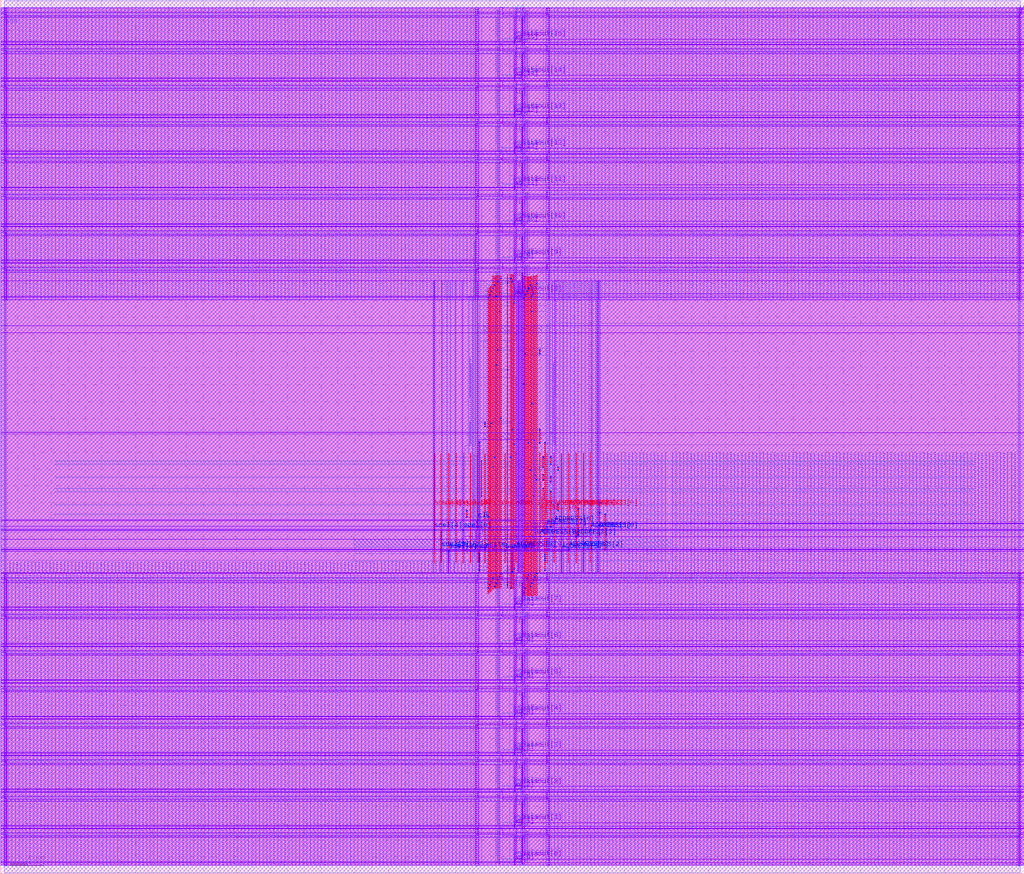
<source format=lef>
VERSION 5.8 ;
BUSBITCHARS "[]" ; 
DIVIDERCHAR "/" ; 


PROPERTYDEFINITIONS 
  MACRO CatenaDesignType STRING ; 
END PROPERTYDEFINITIONS 


MACRO srambank_256x4x16_6t122 
  CLASS BLOCK ; 
  ORIGIN 0 0 ; 
  FOREIGN srambank_256x4x16_6t122 0 0 ; 
  SIZE 121.392 BY 103.68 ; 
  SYMMETRY X Y ; 
  SITE coreSite ; 
  PIN VDD 
    DIRECTION INOUT ; 
    USE POWER ; 
    PORT 
      LAYER M4 ; 
        RECT 0.416 4.688 121.032 4.88 ; 
        RECT 0.416 9.008 121.032 9.2 ; 
        RECT 0.416 13.328 121.032 13.52 ; 
        RECT 0.416 17.648 121.032 17.84 ; 
        RECT 0.416 21.968 121.032 22.16 ; 
        RECT 0.416 26.288 121.032 26.48 ; 
        RECT 0.416 30.608 121.032 30.8 ; 
        RECT 0.416 34.928 121.032 35.12 ; 
        RECT 0.416 71.756 121.032 71.948 ; 
        RECT 0.416 76.076 121.032 76.268 ; 
        RECT 0.416 80.396 121.032 80.588 ; 
        RECT 0.416 84.716 121.032 84.908 ; 
        RECT 0.416 89.036 121.032 89.228 ; 
        RECT 0.416 93.356 121.032 93.548 ; 
        RECT 0.416 97.676 121.032 97.868 ; 
        RECT 0.416 101.996 121.032 102.188 ; 
      LAYER M3 ; 
        RECT 120.872 0.866 120.944 5.506 ; 
        RECT 64.784 0.868 64.856 5.504 ; 
        RECT 59.168 1.012 59.528 5.474 ; 
        RECT 56.576 0.868 56.648 5.504 ; 
        RECT 0.488 0.866 0.56 5.506 ; 
        RECT 120.872 5.186 120.944 9.826 ; 
        RECT 64.784 5.188 64.856 9.824 ; 
        RECT 59.168 5.332 59.528 9.794 ; 
        RECT 56.576 5.188 56.648 9.824 ; 
        RECT 0.488 5.186 0.56 9.826 ; 
        RECT 120.872 9.506 120.944 14.146 ; 
        RECT 64.784 9.508 64.856 14.144 ; 
        RECT 59.168 9.652 59.528 14.114 ; 
        RECT 56.576 9.508 56.648 14.144 ; 
        RECT 0.488 9.506 0.56 14.146 ; 
        RECT 120.872 13.826 120.944 18.466 ; 
        RECT 64.784 13.828 64.856 18.464 ; 
        RECT 59.168 13.972 59.528 18.434 ; 
        RECT 56.576 13.828 56.648 18.464 ; 
        RECT 0.488 13.826 0.56 18.466 ; 
        RECT 120.872 18.146 120.944 22.786 ; 
        RECT 64.784 18.148 64.856 22.784 ; 
        RECT 59.168 18.292 59.528 22.754 ; 
        RECT 56.576 18.148 56.648 22.784 ; 
        RECT 0.488 18.146 0.56 22.786 ; 
        RECT 120.872 22.466 120.944 27.106 ; 
        RECT 64.784 22.468 64.856 27.104 ; 
        RECT 59.168 22.612 59.528 27.074 ; 
        RECT 56.576 22.468 56.648 27.104 ; 
        RECT 0.488 22.466 0.56 27.106 ; 
        RECT 120.872 26.786 120.944 31.426 ; 
        RECT 64.784 26.788 64.856 31.424 ; 
        RECT 59.168 26.932 59.528 31.394 ; 
        RECT 56.576 26.788 56.648 31.424 ; 
        RECT 0.488 26.786 0.56 31.426 ; 
        RECT 120.872 31.106 120.944 35.746 ; 
        RECT 64.784 31.108 64.856 35.744 ; 
        RECT 59.168 31.252 59.528 35.714 ; 
        RECT 56.576 31.108 56.648 35.744 ; 
        RECT 0.488 31.106 0.56 35.746 ; 
        RECT 56.196 50.9 56.268 75.154 ; 
        RECT 120.872 67.934 120.944 72.574 ; 
        RECT 64.784 67.936 64.856 72.572 ; 
        RECT 59.168 68.08 59.528 72.542 ; 
        RECT 56.576 67.936 56.648 72.572 ; 
        RECT 0.488 67.934 0.56 72.574 ; 
        RECT 120.872 72.254 120.944 76.894 ; 
        RECT 64.784 72.256 64.856 76.892 ; 
        RECT 59.168 72.4 59.528 76.862 ; 
        RECT 56.576 72.256 56.648 76.892 ; 
        RECT 0.488 72.254 0.56 76.894 ; 
        RECT 120.872 76.574 120.944 81.214 ; 
        RECT 64.784 76.576 64.856 81.212 ; 
        RECT 59.168 76.72 59.528 81.182 ; 
        RECT 56.576 76.576 56.648 81.212 ; 
        RECT 0.488 76.574 0.56 81.214 ; 
        RECT 120.872 80.894 120.944 85.534 ; 
        RECT 64.784 80.896 64.856 85.532 ; 
        RECT 59.168 81.04 59.528 85.502 ; 
        RECT 56.576 80.896 56.648 85.532 ; 
        RECT 0.488 80.894 0.56 85.534 ; 
        RECT 120.872 85.214 120.944 89.854 ; 
        RECT 64.784 85.216 64.856 89.852 ; 
        RECT 59.168 85.36 59.528 89.822 ; 
        RECT 56.576 85.216 56.648 89.852 ; 
        RECT 0.488 85.214 0.56 89.854 ; 
        RECT 120.872 89.534 120.944 94.174 ; 
        RECT 64.784 89.536 64.856 94.172 ; 
        RECT 59.168 89.68 59.528 94.142 ; 
        RECT 56.576 89.536 56.648 94.172 ; 
        RECT 0.488 89.534 0.56 94.174 ; 
        RECT 120.872 93.854 120.944 98.494 ; 
        RECT 64.784 93.856 64.856 98.492 ; 
        RECT 59.168 94 59.528 98.462 ; 
        RECT 56.576 93.856 56.648 98.492 ; 
        RECT 0.488 93.854 0.56 98.494 ; 
        RECT 120.872 98.174 120.944 102.814 ; 
        RECT 64.784 98.176 64.856 102.812 ; 
        RECT 59.168 98.32 59.528 102.782 ; 
        RECT 56.576 98.176 56.648 102.812 ; 
        RECT 0.488 98.174 0.56 102.814 ; 
      LAYER V3 ; 
        RECT 0.488 4.688 0.56 4.88 ; 
        RECT 56.576 4.688 56.648 4.88 ; 
        RECT 59.168 4.688 59.528 4.88 ; 
        RECT 64.784 4.688 64.856 4.88 ; 
        RECT 120.872 4.688 120.944 4.88 ; 
        RECT 0.488 9.008 0.56 9.2 ; 
        RECT 56.576 9.008 56.648 9.2 ; 
        RECT 59.168 9.008 59.528 9.2 ; 
        RECT 64.784 9.008 64.856 9.2 ; 
        RECT 120.872 9.008 120.944 9.2 ; 
        RECT 0.488 13.328 0.56 13.52 ; 
        RECT 56.576 13.328 56.648 13.52 ; 
        RECT 59.168 13.328 59.528 13.52 ; 
        RECT 64.784 13.328 64.856 13.52 ; 
        RECT 120.872 13.328 120.944 13.52 ; 
        RECT 0.488 17.648 0.56 17.84 ; 
        RECT 56.576 17.648 56.648 17.84 ; 
        RECT 59.168 17.648 59.528 17.84 ; 
        RECT 64.784 17.648 64.856 17.84 ; 
        RECT 120.872 17.648 120.944 17.84 ; 
        RECT 0.488 21.968 0.56 22.16 ; 
        RECT 56.576 21.968 56.648 22.16 ; 
        RECT 59.168 21.968 59.528 22.16 ; 
        RECT 64.784 21.968 64.856 22.16 ; 
        RECT 120.872 21.968 120.944 22.16 ; 
        RECT 0.488 26.288 0.56 26.48 ; 
        RECT 56.576 26.288 56.648 26.48 ; 
        RECT 59.168 26.288 59.528 26.48 ; 
        RECT 64.784 26.288 64.856 26.48 ; 
        RECT 120.872 26.288 120.944 26.48 ; 
        RECT 0.488 30.608 0.56 30.8 ; 
        RECT 56.576 30.608 56.648 30.8 ; 
        RECT 59.168 30.608 59.528 30.8 ; 
        RECT 64.784 30.608 64.856 30.8 ; 
        RECT 120.872 30.608 120.944 30.8 ; 
        RECT 0.488 34.928 0.56 35.12 ; 
        RECT 56.576 34.928 56.648 35.12 ; 
        RECT 59.168 34.928 59.528 35.12 ; 
        RECT 64.784 34.928 64.856 35.12 ; 
        RECT 120.872 34.928 120.944 35.12 ; 
        RECT 0.488 71.756 0.56 71.948 ; 
        RECT 56.576 71.756 56.648 71.948 ; 
        RECT 59.168 71.756 59.528 71.948 ; 
        RECT 64.784 71.756 64.856 71.948 ; 
        RECT 120.872 71.756 120.944 71.948 ; 
        RECT 0.488 76.076 0.56 76.268 ; 
        RECT 56.576 76.076 56.648 76.268 ; 
        RECT 59.168 76.076 59.528 76.268 ; 
        RECT 64.784 76.076 64.856 76.268 ; 
        RECT 120.872 76.076 120.944 76.268 ; 
        RECT 0.488 80.396 0.56 80.588 ; 
        RECT 56.576 80.396 56.648 80.588 ; 
        RECT 59.168 80.396 59.528 80.588 ; 
        RECT 64.784 80.396 64.856 80.588 ; 
        RECT 120.872 80.396 120.944 80.588 ; 
        RECT 0.488 84.716 0.56 84.908 ; 
        RECT 56.576 84.716 56.648 84.908 ; 
        RECT 59.168 84.716 59.528 84.908 ; 
        RECT 64.784 84.716 64.856 84.908 ; 
        RECT 120.872 84.716 120.944 84.908 ; 
        RECT 0.488 89.036 0.56 89.228 ; 
        RECT 56.576 89.036 56.648 89.228 ; 
        RECT 59.168 89.036 59.528 89.228 ; 
        RECT 64.784 89.036 64.856 89.228 ; 
        RECT 120.872 89.036 120.944 89.228 ; 
        RECT 0.488 93.356 0.56 93.548 ; 
        RECT 56.576 93.356 56.648 93.548 ; 
        RECT 59.168 93.356 59.528 93.548 ; 
        RECT 64.784 93.356 64.856 93.548 ; 
        RECT 120.872 93.356 120.944 93.548 ; 
        RECT 0.488 97.676 0.56 97.868 ; 
        RECT 56.576 97.676 56.648 97.868 ; 
        RECT 59.168 97.676 59.528 97.868 ; 
        RECT 64.784 97.676 64.856 97.868 ; 
        RECT 120.872 97.676 120.944 97.868 ; 
        RECT 0.488 101.996 0.56 102.188 ; 
        RECT 56.576 101.996 56.648 102.188 ; 
        RECT 59.168 101.996 59.528 102.188 ; 
        RECT 64.784 101.996 64.856 102.188 ; 
        RECT 120.872 101.996 120.944 102.188 ; 
    END 
  END VDD 
  PIN VSS 
    DIRECTION INOUT ; 
    USE POWER ; 
    PORT 
      LAYER M4 ; 
        RECT 0.416 4.304 121.032 4.496 ; 
        RECT 0.416 8.624 121.032 8.816 ; 
        RECT 0.416 12.944 121.032 13.136 ; 
        RECT 0.416 17.264 121.032 17.456 ; 
        RECT 0.416 21.584 121.032 21.776 ; 
        RECT 0.416 25.904 121.032 26.096 ; 
        RECT 0.416 30.224 121.032 30.416 ; 
        RECT 0.416 34.544 121.032 34.736 ; 
        RECT 41.904 38.806 79.488 39.67 ; 
        RECT 57.24 51.478 64.152 52.342 ; 
        RECT 57.24 64.15 64.152 65.014 ; 
        RECT 0.416 71.372 121.032 71.564 ; 
        RECT 0.416 75.692 121.032 75.884 ; 
        RECT 0.416 80.012 121.032 80.204 ; 
        RECT 0.416 84.332 121.032 84.524 ; 
        RECT 0.416 88.652 121.032 88.844 ; 
        RECT 0.416 92.972 121.032 93.164 ; 
        RECT 0.416 97.292 121.032 97.484 ; 
        RECT 0.416 101.612 121.032 101.804 ; 
      LAYER M3 ; 
        RECT 120.728 0.866 120.8 5.506 ; 
        RECT 65 0.866 65.072 5.506 ; 
        RECT 61.94 1.012 62.084 5.47 ; 
        RECT 61.04 1.012 61.148 5.47 ; 
        RECT 56.36 0.866 56.432 5.506 ; 
        RECT 0.632 0.866 0.704 5.506 ; 
        RECT 120.728 5.186 120.8 9.826 ; 
        RECT 65 5.186 65.072 9.826 ; 
        RECT 61.94 5.332 62.084 9.79 ; 
        RECT 61.04 5.332 61.148 9.79 ; 
        RECT 56.36 5.186 56.432 9.826 ; 
        RECT 0.632 5.186 0.704 9.826 ; 
        RECT 120.728 9.506 120.8 14.146 ; 
        RECT 65 9.506 65.072 14.146 ; 
        RECT 61.94 9.652 62.084 14.11 ; 
        RECT 61.04 9.652 61.148 14.11 ; 
        RECT 56.36 9.506 56.432 14.146 ; 
        RECT 0.632 9.506 0.704 14.146 ; 
        RECT 120.728 13.826 120.8 18.466 ; 
        RECT 65 13.826 65.072 18.466 ; 
        RECT 61.94 13.972 62.084 18.43 ; 
        RECT 61.04 13.972 61.148 18.43 ; 
        RECT 56.36 13.826 56.432 18.466 ; 
        RECT 0.632 13.826 0.704 18.466 ; 
        RECT 120.728 18.146 120.8 22.786 ; 
        RECT 65 18.146 65.072 22.786 ; 
        RECT 61.94 18.292 62.084 22.75 ; 
        RECT 61.04 18.292 61.148 22.75 ; 
        RECT 56.36 18.146 56.432 22.786 ; 
        RECT 0.632 18.146 0.704 22.786 ; 
        RECT 120.728 22.466 120.8 27.106 ; 
        RECT 65 22.466 65.072 27.106 ; 
        RECT 61.94 22.612 62.084 27.07 ; 
        RECT 61.04 22.612 61.148 27.07 ; 
        RECT 56.36 22.466 56.432 27.106 ; 
        RECT 0.632 22.466 0.704 27.106 ; 
        RECT 120.728 26.786 120.8 31.426 ; 
        RECT 65 26.786 65.072 31.426 ; 
        RECT 61.94 26.932 62.084 31.39 ; 
        RECT 61.04 26.932 61.148 31.39 ; 
        RECT 56.36 26.786 56.432 31.426 ; 
        RECT 0.632 26.786 0.704 31.426 ; 
        RECT 120.728 31.106 120.8 35.746 ; 
        RECT 65 31.106 65.072 35.746 ; 
        RECT 61.94 31.252 62.084 35.71 ; 
        RECT 61.04 31.252 61.148 35.71 ; 
        RECT 56.36 31.106 56.432 35.746 ; 
        RECT 0.632 31.106 0.704 35.746 ; 
        RECT 64.98 35.628 65.052 68.456 ; 
        RECT 61.164 36.522 62.1 67.254 ; 
        RECT 56.34 35.628 56.412 75.154 ; 
        RECT 120.728 67.934 120.8 72.574 ; 
        RECT 65 67.934 65.072 72.574 ; 
        RECT 61.94 68.08 62.084 72.538 ; 
        RECT 61.04 68.08 61.148 72.538 ; 
        RECT 56.36 67.934 56.432 72.574 ; 
        RECT 0.632 67.934 0.704 72.574 ; 
        RECT 120.728 72.254 120.8 76.894 ; 
        RECT 65 72.254 65.072 76.894 ; 
        RECT 61.94 72.4 62.084 76.858 ; 
        RECT 61.04 72.4 61.148 76.858 ; 
        RECT 56.36 72.254 56.432 76.894 ; 
        RECT 0.632 72.254 0.704 76.894 ; 
        RECT 120.728 76.574 120.8 81.214 ; 
        RECT 65 76.574 65.072 81.214 ; 
        RECT 61.94 76.72 62.084 81.178 ; 
        RECT 61.04 76.72 61.148 81.178 ; 
        RECT 56.36 76.574 56.432 81.214 ; 
        RECT 0.632 76.574 0.704 81.214 ; 
        RECT 120.728 80.894 120.8 85.534 ; 
        RECT 65 80.894 65.072 85.534 ; 
        RECT 61.94 81.04 62.084 85.498 ; 
        RECT 61.04 81.04 61.148 85.498 ; 
        RECT 56.36 80.894 56.432 85.534 ; 
        RECT 0.632 80.894 0.704 85.534 ; 
        RECT 120.728 85.214 120.8 89.854 ; 
        RECT 65 85.214 65.072 89.854 ; 
        RECT 61.94 85.36 62.084 89.818 ; 
        RECT 61.04 85.36 61.148 89.818 ; 
        RECT 56.36 85.214 56.432 89.854 ; 
        RECT 0.632 85.214 0.704 89.854 ; 
        RECT 120.728 89.534 120.8 94.174 ; 
        RECT 65 89.534 65.072 94.174 ; 
        RECT 61.94 89.68 62.084 94.138 ; 
        RECT 61.04 89.68 61.148 94.138 ; 
        RECT 56.36 89.534 56.432 94.174 ; 
        RECT 0.632 89.534 0.704 94.174 ; 
        RECT 120.728 93.854 120.8 98.494 ; 
        RECT 65 93.854 65.072 98.494 ; 
        RECT 61.94 94 62.084 98.458 ; 
        RECT 61.04 94 61.148 98.458 ; 
        RECT 56.36 93.854 56.432 98.494 ; 
        RECT 0.632 93.854 0.704 98.494 ; 
        RECT 120.728 98.174 120.8 102.814 ; 
        RECT 65 98.174 65.072 102.814 ; 
        RECT 61.94 98.32 62.084 102.778 ; 
        RECT 61.04 98.32 61.148 102.778 ; 
        RECT 56.36 98.174 56.432 102.814 ; 
        RECT 0.632 98.174 0.704 102.814 ; 
      LAYER V3 ; 
        RECT 0.632 4.304 0.704 4.496 ; 
        RECT 56.36 4.304 56.432 4.496 ; 
        RECT 61.04 4.304 61.148 4.496 ; 
        RECT 61.94 4.304 62.084 4.496 ; 
        RECT 65 4.304 65.072 4.496 ; 
        RECT 120.728 4.304 120.8 4.496 ; 
        RECT 0.632 8.624 0.704 8.816 ; 
        RECT 56.36 8.624 56.432 8.816 ; 
        RECT 61.04 8.624 61.148 8.816 ; 
        RECT 61.94 8.624 62.084 8.816 ; 
        RECT 65 8.624 65.072 8.816 ; 
        RECT 120.728 8.624 120.8 8.816 ; 
        RECT 0.632 12.944 0.704 13.136 ; 
        RECT 56.36 12.944 56.432 13.136 ; 
        RECT 61.04 12.944 61.148 13.136 ; 
        RECT 61.94 12.944 62.084 13.136 ; 
        RECT 65 12.944 65.072 13.136 ; 
        RECT 120.728 12.944 120.8 13.136 ; 
        RECT 0.632 17.264 0.704 17.456 ; 
        RECT 56.36 17.264 56.432 17.456 ; 
        RECT 61.04 17.264 61.148 17.456 ; 
        RECT 61.94 17.264 62.084 17.456 ; 
        RECT 65 17.264 65.072 17.456 ; 
        RECT 120.728 17.264 120.8 17.456 ; 
        RECT 0.632 21.584 0.704 21.776 ; 
        RECT 56.36 21.584 56.432 21.776 ; 
        RECT 61.04 21.584 61.148 21.776 ; 
        RECT 61.94 21.584 62.084 21.776 ; 
        RECT 65 21.584 65.072 21.776 ; 
        RECT 120.728 21.584 120.8 21.776 ; 
        RECT 0.632 25.904 0.704 26.096 ; 
        RECT 56.36 25.904 56.432 26.096 ; 
        RECT 61.04 25.904 61.148 26.096 ; 
        RECT 61.94 25.904 62.084 26.096 ; 
        RECT 65 25.904 65.072 26.096 ; 
        RECT 120.728 25.904 120.8 26.096 ; 
        RECT 0.632 30.224 0.704 30.416 ; 
        RECT 56.36 30.224 56.432 30.416 ; 
        RECT 61.04 30.224 61.148 30.416 ; 
        RECT 61.94 30.224 62.084 30.416 ; 
        RECT 65 30.224 65.072 30.416 ; 
        RECT 120.728 30.224 120.8 30.416 ; 
        RECT 0.632 34.544 0.704 34.736 ; 
        RECT 56.36 34.544 56.432 34.736 ; 
        RECT 61.04 34.544 61.148 34.736 ; 
        RECT 61.94 34.544 62.084 34.736 ; 
        RECT 65 34.544 65.072 34.736 ; 
        RECT 120.728 34.544 120.8 34.736 ; 
        RECT 56.34 38.806 56.412 39.67 ; 
        RECT 61.18 64.15 61.252 65.014 ; 
        RECT 61.18 51.478 61.252 52.342 ; 
        RECT 61.18 38.806 61.252 39.67 ; 
        RECT 61.388 64.15 61.46 65.014 ; 
        RECT 61.388 51.478 61.46 52.342 ; 
        RECT 61.388 38.806 61.46 39.67 ; 
        RECT 61.596 64.15 61.668 65.014 ; 
        RECT 61.596 51.478 61.668 52.342 ; 
        RECT 61.596 38.806 61.668 39.67 ; 
        RECT 61.804 64.15 61.876 65.014 ; 
        RECT 61.804 51.478 61.876 52.342 ; 
        RECT 61.804 38.806 61.876 39.67 ; 
        RECT 62.012 64.15 62.084 65.014 ; 
        RECT 62.012 51.478 62.084 52.342 ; 
        RECT 62.012 38.806 62.084 39.67 ; 
        RECT 64.98 38.806 65.052 39.67 ; 
        RECT 0.632 71.372 0.704 71.564 ; 
        RECT 56.36 71.372 56.432 71.564 ; 
        RECT 61.04 71.372 61.148 71.564 ; 
        RECT 61.94 71.372 62.084 71.564 ; 
        RECT 65 71.372 65.072 71.564 ; 
        RECT 120.728 71.372 120.8 71.564 ; 
        RECT 0.632 75.692 0.704 75.884 ; 
        RECT 56.36 75.692 56.432 75.884 ; 
        RECT 61.04 75.692 61.148 75.884 ; 
        RECT 61.94 75.692 62.084 75.884 ; 
        RECT 65 75.692 65.072 75.884 ; 
        RECT 120.728 75.692 120.8 75.884 ; 
        RECT 0.632 80.012 0.704 80.204 ; 
        RECT 56.36 80.012 56.432 80.204 ; 
        RECT 61.04 80.012 61.148 80.204 ; 
        RECT 61.94 80.012 62.084 80.204 ; 
        RECT 65 80.012 65.072 80.204 ; 
        RECT 120.728 80.012 120.8 80.204 ; 
        RECT 0.632 84.332 0.704 84.524 ; 
        RECT 56.36 84.332 56.432 84.524 ; 
        RECT 61.04 84.332 61.148 84.524 ; 
        RECT 61.94 84.332 62.084 84.524 ; 
        RECT 65 84.332 65.072 84.524 ; 
        RECT 120.728 84.332 120.8 84.524 ; 
        RECT 0.632 88.652 0.704 88.844 ; 
        RECT 56.36 88.652 56.432 88.844 ; 
        RECT 61.04 88.652 61.148 88.844 ; 
        RECT 61.94 88.652 62.084 88.844 ; 
        RECT 65 88.652 65.072 88.844 ; 
        RECT 120.728 88.652 120.8 88.844 ; 
        RECT 0.632 92.972 0.704 93.164 ; 
        RECT 56.36 92.972 56.432 93.164 ; 
        RECT 61.04 92.972 61.148 93.164 ; 
        RECT 61.94 92.972 62.084 93.164 ; 
        RECT 65 92.972 65.072 93.164 ; 
        RECT 120.728 92.972 120.8 93.164 ; 
        RECT 0.632 97.292 0.704 97.484 ; 
        RECT 56.36 97.292 56.432 97.484 ; 
        RECT 61.04 97.292 61.148 97.484 ; 
        RECT 61.94 97.292 62.084 97.484 ; 
        RECT 65 97.292 65.072 97.484 ; 
        RECT 120.728 97.292 120.8 97.484 ; 
        RECT 0.632 101.612 0.704 101.804 ; 
        RECT 56.36 101.612 56.432 101.804 ; 
        RECT 61.04 101.612 61.148 101.804 ; 
        RECT 61.94 101.612 62.084 101.804 ; 
        RECT 65 101.612 65.072 101.804 ; 
        RECT 120.728 101.612 120.8 101.804 ; 
    END 
  END VSS 
  PIN ADDRESS[0] 
    DIRECTION INPUT ; 
    USE SIGNAL ; 
    PORT 
      LAYER M3 ; 
        RECT 70.812 40.694 70.884 40.842 ; 
      LAYER M4 ; 
        RECT 70.604 40.726 70.94 40.822 ; 
      LAYER M5 ; 
        RECT 70.8 36.922 70.896 49.882 ; 
      LAYER V3 ; 
        RECT 70.812 40.726 70.884 40.822 ; 
      LAYER V4 ; 
        RECT 70.8 40.726 70.896 40.822 ; 
    END 
  END ADDRESS[0] 
  PIN ADDRESS[1] 
    DIRECTION INPUT ; 
    USE SIGNAL ; 
    PORT 
      LAYER M3 ; 
        RECT 69.948 40.706 70.02 40.854 ; 
      LAYER M4 ; 
        RECT 69.74 40.726 70.076 40.822 ; 
      LAYER M5 ; 
        RECT 69.936 36.922 70.032 49.882 ; 
      LAYER V3 ; 
        RECT 69.948 40.726 70.02 40.822 ; 
      LAYER V4 ; 
        RECT 69.936 40.726 70.032 40.822 ; 
    END 
  END ADDRESS[1] 
  PIN ADDRESS[2] 
    DIRECTION INPUT ; 
    USE SIGNAL ; 
    PORT 
      LAYER M3 ; 
        RECT 69.084 38.39 69.156 38.538 ; 
      LAYER M4 ; 
        RECT 68.876 38.422 69.212 38.518 ; 
      LAYER M5 ; 
        RECT 69.072 36.922 69.168 49.882 ; 
      LAYER V3 ; 
        RECT 69.084 38.422 69.156 38.518 ; 
      LAYER V4 ; 
        RECT 69.072 38.422 69.168 38.518 ; 
    END 
  END ADDRESS[2] 
  PIN ADDRESS[3] 
    DIRECTION INPUT ; 
    USE SIGNAL ; 
    PORT 
      LAYER M3 ; 
        RECT 68.22 39.35 68.292 40.074 ; 
      LAYER M4 ; 
        RECT 68.012 39.958 68.348 40.054 ; 
      LAYER M5 ; 
        RECT 68.208 36.922 68.304 49.882 ; 
      LAYER V3 ; 
        RECT 68.22 39.958 68.292 40.054 ; 
      LAYER V4 ; 
        RECT 68.208 39.958 68.304 40.054 ; 
    END 
  END ADDRESS[3] 
  PIN ADDRESS[4] 
    DIRECTION INPUT ; 
    USE SIGNAL ; 
    PORT 
      LAYER M3 ; 
        RECT 67.356 38.402 67.428 38.67 ; 
      LAYER M4 ; 
        RECT 67.148 38.422 67.484 38.518 ; 
      LAYER M5 ; 
        RECT 67.344 36.922 67.44 49.882 ; 
      LAYER V3 ; 
        RECT 67.356 38.422 67.428 38.518 ; 
      LAYER V4 ; 
        RECT 67.344 38.422 67.44 38.518 ; 
    END 
  END ADDRESS[4] 
  PIN ADDRESS[5] 
    DIRECTION INPUT ; 
    USE SIGNAL ; 
    PORT 
      LAYER M3 ; 
        RECT 66.492 37.334 66.564 38.346 ; 
      LAYER M4 ; 
        RECT 66.284 38.23 66.62 38.326 ; 
      LAYER M5 ; 
        RECT 66.48 36.922 66.576 49.882 ; 
      LAYER V3 ; 
        RECT 66.492 38.23 66.564 38.326 ; 
      LAYER V4 ; 
        RECT 66.48 38.23 66.576 38.326 ; 
    END 
  END ADDRESS[5] 
  PIN ADDRESS[6] 
    DIRECTION INPUT ; 
    USE SIGNAL ; 
    PORT 
      LAYER M3 ; 
        RECT 65.628 41.474 65.7 41.622 ; 
      LAYER M4 ; 
        RECT 65.42 41.494 65.756 41.59 ; 
      LAYER M5 ; 
        RECT 65.616 36.922 65.712 49.882 ; 
      LAYER V3 ; 
        RECT 65.628 41.494 65.7 41.59 ; 
      LAYER V4 ; 
        RECT 65.616 41.494 65.712 41.59 ; 
    END 
  END ADDRESS[6] 
  PIN ADDRESS[7] 
    DIRECTION INPUT ; 
    USE SIGNAL ; 
    PORT 
      LAYER M3 ; 
        RECT 64.764 40.862 64.836 41.226 ; 
      LAYER M4 ; 
        RECT 64.556 41.11 64.892 41.206 ; 
      LAYER M5 ; 
        RECT 64.752 36.922 64.848 49.882 ; 
      LAYER V3 ; 
        RECT 64.764 41.11 64.836 41.206 ; 
      LAYER V4 ; 
        RECT 64.752 41.11 64.848 41.206 ; 
    END 
  END ADDRESS[7] 
  PIN ADDRESS[8] 
    DIRECTION INPUT ; 
    USE SIGNAL ; 
    PORT 
      LAYER M3 ; 
        RECT 63.324 39.494 63.396 40.074 ; 
      LAYER M4 ; 
        RECT 63.28 39.958 64.028 40.054 ; 
      LAYER M5 ; 
        RECT 63.888 35.886 63.984 49.882 ; 
      LAYER V3 ; 
        RECT 63.324 39.958 63.396 40.054 ; 
      LAYER V4 ; 
        RECT 63.888 39.958 63.984 40.054 ; 
    END 
  END ADDRESS[8] 
  PIN ADDRESS[9] 
    DIRECTION INPUT ; 
    USE SIGNAL ; 
    PORT 
      LAYER M3 ; 
        RECT 62.172 38.402 62.244 38.67 ; 
      LAYER M4 ; 
        RECT 61.036 38.422 62.288 38.518 ; 
      LAYER M5 ; 
        RECT 61.08 36.922 61.176 49.882 ; 
      LAYER V3 ; 
        RECT 62.172 38.422 62.244 38.518 ; 
      LAYER V4 ; 
        RECT 61.08 38.422 61.176 38.518 ; 
    END 
  END ADDRESS[9] 
  PIN banksel 
    DIRECTION INPUT ; 
    USE SIGNAL ; 
    PORT 
      LAYER M3 ; 
        RECT 60.588 37.334 60.66 38.346 ; 
      LAYER M4 ; 
        RECT 59.74 38.23 60.704 38.326 ; 
      LAYER M5 ; 
        RECT 59.784 36.922 59.88 49.882 ; 
      LAYER V3 ; 
        RECT 60.588 38.23 60.66 38.326 ; 
      LAYER V4 ; 
        RECT 59.784 38.23 59.88 38.326 ; 
    END 
  END banksel 
  PIN clk 
    DIRECTION INPUT ; 
    USE SIGNAL ; 
    PORT 
      LAYER M3 ; 
        RECT 56.556 41.858 56.628 42.054 ; 
      LAYER M4 ; 
        RECT 56.348 41.878 56.684 41.974 ; 
      LAYER M5 ; 
        RECT 56.544 36.922 56.64 49.882 ; 
      LAYER V3 ; 
        RECT 56.556 41.878 56.628 41.974 ; 
      LAYER V4 ; 
        RECT 56.544 41.878 56.64 41.974 ; 
    END 
  END clk 
  PIN write 
    DIRECTION INPUT ; 
    USE SIGNAL ; 
    PORT 
      LAYER M3 ; 
        RECT 57.42 38.402 57.492 38.67 ; 
      LAYER M4 ; 
        RECT 57.212 38.422 57.548 38.518 ; 
      LAYER M5 ; 
        RECT 57.408 36.922 57.504 49.882 ; 
      LAYER V3 ; 
        RECT 57.42 38.422 57.492 38.518 ; 
      LAYER V4 ; 
        RECT 57.408 38.422 57.504 38.518 ; 
    END 
  END write 
  PIN read 
    DIRECTION INPUT ; 
    USE SIGNAL ; 
    PORT 
      LAYER M3 ; 
        RECT 56.7 37.334 56.772 38.346 ; 
      LAYER M4 ; 
        RECT 55.636 38.23 56.816 38.326 ; 
      LAYER M5 ; 
        RECT 55.68 36.922 55.776 49.882 ; 
      LAYER V3 ; 
        RECT 56.7 38.23 56.772 38.326 ; 
      LAYER V4 ; 
        RECT 55.68 38.23 55.776 38.326 ; 
    END 
  END read 
  PIN sdel[0] 
    DIRECTION INPUT ; 
    USE SIGNAL ; 
    PORT 
      LAYER M3 ; 
        RECT 54.828 40.694 54.9 40.842 ; 
      LAYER M4 ; 
        RECT 54.62 40.726 54.956 40.822 ; 
      LAYER M5 ; 
        RECT 54.816 36.922 54.912 49.882 ; 
      LAYER V3 ; 
        RECT 54.828 40.726 54.9 40.822 ; 
      LAYER V4 ; 
        RECT 54.816 40.726 54.912 40.822 ; 
    END 
  END sdel[0] 
  PIN sdel[1] 
    DIRECTION INPUT ; 
    USE SIGNAL ; 
    PORT 
      LAYER M3 ; 
        RECT 53.964 38.402 54.036 39.318 ; 
      LAYER M4 ; 
        RECT 53.756 38.422 54.092 38.518 ; 
      LAYER M5 ; 
        RECT 53.952 36.922 54.048 49.882 ; 
      LAYER V3 ; 
        RECT 53.964 38.422 54.036 38.518 ; 
      LAYER V4 ; 
        RECT 53.952 38.422 54.048 38.518 ; 
    END 
  END sdel[1] 
  PIN sdel[2] 
    DIRECTION INPUT ; 
    USE SIGNAL ; 
    PORT 
      LAYER M3 ; 
        RECT 53.1 37.334 53.172 38.346 ; 
      LAYER M4 ; 
        RECT 52.892 38.23 53.228 38.326 ; 
      LAYER M5 ; 
        RECT 53.088 36.922 53.184 49.882 ; 
      LAYER V3 ; 
        RECT 53.1 38.23 53.172 38.326 ; 
      LAYER V4 ; 
        RECT 53.088 38.23 53.184 38.326 ; 
    END 
  END sdel[2] 
  PIN sdel[3] 
    DIRECTION INPUT ; 
    USE SIGNAL ; 
    PORT 
      LAYER M3 ; 
        RECT 52.236 38.39 52.308 38.538 ; 
      LAYER M4 ; 
        RECT 52.028 38.422 52.364 38.518 ; 
      LAYER M5 ; 
        RECT 52.224 36.922 52.32 49.882 ; 
      LAYER V3 ; 
        RECT 52.236 38.422 52.308 38.518 ; 
      LAYER V4 ; 
        RECT 52.224 38.422 52.32 38.518 ; 
    END 
  END sdel[3] 
  PIN sdel[4] 
    DIRECTION INPUT ; 
    USE SIGNAL ; 
    PORT 
      LAYER M3 ; 
        RECT 51.372 40.694 51.444 40.842 ; 
      LAYER M4 ; 
        RECT 51.164 40.726 51.5 40.822 ; 
      LAYER M5 ; 
        RECT 51.36 36.922 51.456 49.882 ; 
      LAYER V3 ; 
        RECT 51.372 40.726 51.444 40.822 ; 
      LAYER V4 ; 
        RECT 51.36 40.726 51.456 40.822 ; 
    END 
  END sdel[4] 
  PIN dataout[14] 
    DIRECTION OUTPUT ; 
    USE SIGNAL ; 
    PORT 
      LAYER M3 ; 
        RECT 61.796 94.498 61.868 95.456 ; 
      LAYER M4 ; 
        RECT 59.444 94.7 62.036 94.796 ; 
      LAYER V3 ; 
        RECT 61.796 94.7 61.868 94.796 ; 
    END 
  END dataout[14] 
  PIN dataout[13] 
    DIRECTION OUTPUT ; 
    USE SIGNAL ; 
    PORT 
      LAYER M3 ; 
        RECT 61.796 90.178 61.868 91.136 ; 
      LAYER M4 ; 
        RECT 59.444 90.38 62.036 90.476 ; 
      LAYER V3 ; 
        RECT 61.796 90.38 61.868 90.476 ; 
    END 
  END dataout[13] 
  PIN dataout[12] 
    DIRECTION OUTPUT ; 
    USE SIGNAL ; 
    PORT 
      LAYER M3 ; 
        RECT 61.796 85.858 61.868 86.816 ; 
      LAYER M4 ; 
        RECT 59.444 86.06 62.036 86.156 ; 
      LAYER V3 ; 
        RECT 61.796 86.06 61.868 86.156 ; 
    END 
  END dataout[12] 
  PIN dataout[11] 
    DIRECTION OUTPUT ; 
    USE SIGNAL ; 
    PORT 
      LAYER M3 ; 
        RECT 61.796 81.538 61.868 82.496 ; 
      LAYER M4 ; 
        RECT 59.444 81.74 62.036 81.836 ; 
      LAYER V3 ; 
        RECT 61.796 81.74 61.868 81.836 ; 
    END 
  END dataout[11] 
  PIN dataout[10] 
    DIRECTION OUTPUT ; 
    USE SIGNAL ; 
    PORT 
      LAYER M3 ; 
        RECT 61.796 77.218 61.868 78.176 ; 
      LAYER M4 ; 
        RECT 59.444 77.42 62.036 77.516 ; 
      LAYER V3 ; 
        RECT 61.796 77.42 61.868 77.516 ; 
    END 
  END dataout[10] 
  PIN dataout[0] 
    DIRECTION OUTPUT ; 
    USE SIGNAL ; 
    PORT 
      LAYER M3 ; 
        RECT 61.796 1.51 61.868 2.468 ; 
      LAYER M4 ; 
        RECT 59.444 1.712 62.036 1.808 ; 
      LAYER V3 ; 
        RECT 61.796 1.712 61.868 1.808 ; 
    END 
  END dataout[0] 
  PIN dataout[15] 
    DIRECTION OUTPUT ; 
    USE SIGNAL ; 
    PORT 
      LAYER M3 ; 
        RECT 61.796 98.818 61.868 99.776 ; 
      LAYER M4 ; 
        RECT 59.444 99.02 62.036 99.116 ; 
      LAYER V3 ; 
        RECT 61.796 99.02 61.868 99.116 ; 
    END 
  END dataout[15] 
  PIN dataout[16] 
    DIRECTION OUTPUT ; 
    USE SIGNAL ; 
    PORT 
      LAYER M3 ; 
    END 
  END dataout[16] 
  PIN dataout[17] 
    DIRECTION OUTPUT ; 
    USE SIGNAL ; 
    PORT 
      LAYER M3 ; 
    END 
  END dataout[17] 
  PIN dataout[18] 
    DIRECTION OUTPUT ; 
    USE SIGNAL ; 
    PORT 
      LAYER M3 ; 
    END 
  END dataout[18] 
  PIN dataout[19] 
    DIRECTION OUTPUT ; 
    USE SIGNAL ; 
    PORT 
      LAYER M3 ; 
    END 
  END dataout[19] 
  PIN dataout[1] 
    DIRECTION OUTPUT ; 
    USE SIGNAL ; 
    PORT 
      LAYER M3 ; 
        RECT 61.796 5.83 61.868 6.788 ; 
      LAYER M4 ; 
        RECT 59.444 6.032 62.036 6.128 ; 
      LAYER V3 ; 
        RECT 61.796 6.032 61.868 6.128 ; 
    END 
  END dataout[1] 
  PIN dataout[20] 
    DIRECTION OUTPUT ; 
    USE SIGNAL ; 
    PORT 
      LAYER M3 ; 
    END 
  END dataout[20] 
  PIN dataout[21] 
    DIRECTION OUTPUT ; 
    USE SIGNAL ; 
    PORT 
      LAYER M3 ; 
    END 
  END dataout[21] 
  PIN dataout[22] 
    DIRECTION OUTPUT ; 
    USE SIGNAL ; 
    PORT 
      LAYER M3 ; 
    END 
  END dataout[22] 
  PIN dataout[23] 
    DIRECTION OUTPUT ; 
    USE SIGNAL ; 
    PORT 
      LAYER M3 ; 
    END 
  END dataout[23] 
  PIN dataout[24] 
    DIRECTION OUTPUT ; 
    USE SIGNAL ; 
    PORT 
      LAYER M3 ; 
    END 
  END dataout[24] 
  PIN dataout[25] 
    DIRECTION OUTPUT ; 
    USE SIGNAL ; 
    PORT 
      LAYER M3 ; 
    END 
  END dataout[25] 
  PIN dataout[26] 
    DIRECTION OUTPUT ; 
    USE SIGNAL ; 
    PORT 
      LAYER M3 ; 
    END 
  END dataout[26] 
  PIN dataout[27] 
    DIRECTION OUTPUT ; 
    USE SIGNAL ; 
    PORT 
      LAYER M3 ; 
    END 
  END dataout[27] 
  PIN dataout[28] 
    DIRECTION OUTPUT ; 
    USE SIGNAL ; 
    PORT 
      LAYER M3 ; 
    END 
  END dataout[28] 
  PIN dataout[29] 
    DIRECTION OUTPUT ; 
    USE SIGNAL ; 
    PORT 
      LAYER M3 ; 
    END 
  END dataout[29] 
  PIN dataout[2] 
    DIRECTION OUTPUT ; 
    USE SIGNAL ; 
    PORT 
      LAYER M3 ; 
        RECT 61.796 10.15 61.868 11.108 ; 
      LAYER M4 ; 
        RECT 59.444 10.352 62.036 10.448 ; 
      LAYER V3 ; 
        RECT 61.796 10.352 61.868 10.448 ; 
    END 
  END dataout[2] 
  PIN dataout[30] 
    DIRECTION OUTPUT ; 
    USE SIGNAL ; 
    PORT 
      LAYER M3 ; 
    END 
  END dataout[30] 
  PIN dataout[31] 
    DIRECTION OUTPUT ; 
    USE SIGNAL ; 
    PORT 
      LAYER M3 ; 
    END 
  END dataout[31] 
  PIN dataout[32] 
    DIRECTION OUTPUT ; 
    USE SIGNAL ; 
    PORT 
      LAYER M3 ; 
    END 
  END dataout[32] 
  PIN dataout[33] 
    DIRECTION OUTPUT ; 
    USE SIGNAL ; 
    PORT 
      LAYER M3 ; 
    END 
  END dataout[33] 
  PIN dataout[34] 
    DIRECTION OUTPUT ; 
    USE SIGNAL ; 
    PORT 
      LAYER M3 ; 
    END 
  END dataout[34] 
  PIN dataout[35] 
    DIRECTION OUTPUT ; 
    USE SIGNAL ; 
    PORT 
      LAYER M3 ; 
    END 
  END dataout[35] 
  PIN dataout[36] 
    DIRECTION OUTPUT ; 
    USE SIGNAL ; 
    PORT 
      LAYER M3 ; 
    END 
  END dataout[36] 
  PIN dataout[37] 
    DIRECTION OUTPUT ; 
    USE SIGNAL ; 
    PORT 
      LAYER M3 ; 
    END 
  END dataout[37] 
  PIN dataout[38] 
    DIRECTION OUTPUT ; 
    USE SIGNAL ; 
    PORT 
      LAYER M3 ; 
    END 
  END dataout[38] 
  PIN dataout[39] 
    DIRECTION OUTPUT ; 
    USE SIGNAL ; 
    PORT 
      LAYER M3 ; 
    END 
  END dataout[39] 
  PIN dataout[3] 
    DIRECTION OUTPUT ; 
    USE SIGNAL ; 
    PORT 
      LAYER M3 ; 
        RECT 61.796 14.47 61.868 15.428 ; 
      LAYER M4 ; 
        RECT 59.444 14.672 62.036 14.768 ; 
      LAYER V3 ; 
        RECT 61.796 14.672 61.868 14.768 ; 
    END 
  END dataout[3] 
  PIN dataout[40] 
    DIRECTION OUTPUT ; 
    USE SIGNAL ; 
    PORT 
      LAYER M3 ; 
    END 
  END dataout[40] 
  PIN dataout[41] 
    DIRECTION OUTPUT ; 
    USE SIGNAL ; 
    PORT 
      LAYER M3 ; 
    END 
  END dataout[41] 
  PIN dataout[42] 
    DIRECTION OUTPUT ; 
    USE SIGNAL ; 
    PORT 
      LAYER M3 ; 
    END 
  END dataout[42] 
  PIN dataout[43] 
    DIRECTION OUTPUT ; 
    USE SIGNAL ; 
    PORT 
      LAYER M3 ; 
    END 
  END dataout[43] 
  PIN dataout[44] 
    DIRECTION OUTPUT ; 
    USE SIGNAL ; 
    PORT 
      LAYER M3 ; 
    END 
  END dataout[44] 
  PIN dataout[45] 
    DIRECTION OUTPUT ; 
    USE SIGNAL ; 
    PORT 
      LAYER M3 ; 
    END 
  END dataout[45] 
  PIN dataout[46] 
    DIRECTION OUTPUT ; 
    USE SIGNAL ; 
    PORT 
      LAYER M3 ; 
    END 
  END dataout[46] 
  PIN dataout[47] 
    DIRECTION OUTPUT ; 
    USE SIGNAL ; 
    PORT 
      LAYER M3 ; 
    END 
  END dataout[47] 
  PIN dataout[48] 
    DIRECTION OUTPUT ; 
    USE SIGNAL ; 
    PORT 
      LAYER M3 ; 
    END 
  END dataout[48] 
  PIN dataout[49] 
    DIRECTION OUTPUT ; 
    USE SIGNAL ; 
    PORT 
      LAYER M3 ; 
    END 
  END dataout[49] 
  PIN dataout[4] 
    DIRECTION OUTPUT ; 
    USE SIGNAL ; 
    PORT 
      LAYER M3 ; 
        RECT 61.796 18.79 61.868 19.748 ; 
      LAYER M4 ; 
        RECT 59.444 18.992 62.036 19.088 ; 
      LAYER V3 ; 
        RECT 61.796 18.992 61.868 19.088 ; 
    END 
  END dataout[4] 
  PIN dataout[50] 
    DIRECTION OUTPUT ; 
    USE SIGNAL ; 
    PORT 
      LAYER M3 ; 
    END 
  END dataout[50] 
  PIN dataout[51] 
    DIRECTION OUTPUT ; 
    USE SIGNAL ; 
    PORT 
      LAYER M3 ; 
    END 
  END dataout[51] 
  PIN dataout[52] 
    DIRECTION OUTPUT ; 
    USE SIGNAL ; 
    PORT 
      LAYER M3 ; 
    END 
  END dataout[52] 
  PIN dataout[53] 
    DIRECTION OUTPUT ; 
    USE SIGNAL ; 
    PORT 
      LAYER M3 ; 
    END 
  END dataout[53] 
  PIN dataout[54] 
    DIRECTION OUTPUT ; 
    USE SIGNAL ; 
    PORT 
      LAYER M3 ; 
    END 
  END dataout[54] 
  PIN dataout[55] 
    DIRECTION OUTPUT ; 
    USE SIGNAL ; 
    PORT 
      LAYER M3 ; 
    END 
  END dataout[55] 
  PIN dataout[56] 
    DIRECTION OUTPUT ; 
    USE SIGNAL ; 
    PORT 
      LAYER M3 ; 
    END 
  END dataout[56] 
  PIN dataout[57] 
    DIRECTION OUTPUT ; 
    USE SIGNAL ; 
    PORT 
      LAYER M3 ; 
    END 
  END dataout[57] 
  PIN dataout[58] 
    DIRECTION OUTPUT ; 
    USE SIGNAL ; 
    PORT 
      LAYER M3 ; 
    END 
  END dataout[58] 
  PIN dataout[59] 
    DIRECTION OUTPUT ; 
    USE SIGNAL ; 
    PORT 
      LAYER M3 ; 
    END 
  END dataout[59] 
  PIN dataout[5] 
    DIRECTION OUTPUT ; 
    USE SIGNAL ; 
    PORT 
      LAYER M3 ; 
        RECT 61.796 23.11 61.868 24.068 ; 
      LAYER M4 ; 
        RECT 59.444 23.312 62.036 23.408 ; 
      LAYER V3 ; 
        RECT 61.796 23.312 61.868 23.408 ; 
    END 
  END dataout[5] 
  PIN dataout[60] 
    DIRECTION OUTPUT ; 
    USE SIGNAL ; 
    PORT 
      LAYER M3 ; 
    END 
  END dataout[60] 
  PIN dataout[61] 
    DIRECTION OUTPUT ; 
    USE SIGNAL ; 
    PORT 
      LAYER M3 ; 
    END 
  END dataout[61] 
  PIN dataout[62] 
    DIRECTION OUTPUT ; 
    USE SIGNAL ; 
    PORT 
      LAYER M3 ; 
    END 
  END dataout[62] 
  PIN dataout[63] 
    DIRECTION OUTPUT ; 
    USE SIGNAL ; 
    PORT 
      LAYER M3 ; 
    END 
  END dataout[63] 
  PIN dataout[6] 
    DIRECTION OUTPUT ; 
    USE SIGNAL ; 
    PORT 
      LAYER M3 ; 
        RECT 61.796 27.43 61.868 28.388 ; 
      LAYER M4 ; 
        RECT 59.444 27.632 62.036 27.728 ; 
      LAYER V3 ; 
        RECT 61.796 27.632 61.868 27.728 ; 
    END 
  END dataout[6] 
  PIN dataout[7] 
    DIRECTION OUTPUT ; 
    USE SIGNAL ; 
    PORT 
      LAYER M3 ; 
        RECT 61.796 31.75 61.868 32.708 ; 
      LAYER M4 ; 
        RECT 59.444 31.952 62.036 32.048 ; 
      LAYER V3 ; 
        RECT 61.796 31.952 61.868 32.048 ; 
    END 
  END dataout[7] 
  PIN dataout[8] 
    DIRECTION OUTPUT ; 
    USE SIGNAL ; 
    PORT 
      LAYER M3 ; 
        RECT 61.796 68.578 61.868 69.536 ; 
      LAYER M4 ; 
        RECT 59.444 68.78 62.036 68.876 ; 
      LAYER V3 ; 
        RECT 61.796 68.78 61.868 68.876 ; 
    END 
  END dataout[8] 
  PIN dataout[9] 
    DIRECTION OUTPUT ; 
    USE SIGNAL ; 
    PORT 
      LAYER M3 ; 
        RECT 61.796 72.898 61.868 73.856 ; 
      LAYER M4 ; 
        RECT 59.444 73.1 62.036 73.196 ; 
      LAYER V3 ; 
        RECT 61.796 73.1 61.868 73.196 ; 
    END 
  END dataout[9] 
  PIN wd[0] 
    DIRECTION INPUT ; 
    USE SIGNAL ; 
    PORT 
      LAYER M3 ; 
        RECT 60.896 1.08 60.968 2.7 ; 
      LAYER M4 ; 
        RECT 59.444 1.328 61.988 1.424 ; 
      LAYER V3 ; 
        RECT 60.896 1.328 60.968 1.424 ; 
    END 
  END wd[0] 
  PIN wd[10] 
    DIRECTION INPUT ; 
    USE SIGNAL ; 
    PORT 
      LAYER M3 ; 
        RECT 60.896 76.788 60.968 78.408 ; 
      LAYER M4 ; 
        RECT 59.444 77.036 61.988 77.132 ; 
      LAYER V3 ; 
        RECT 60.896 77.036 60.968 77.132 ; 
    END 
  END wd[10] 
  PIN wd[11] 
    DIRECTION INPUT ; 
    USE SIGNAL ; 
    PORT 
      LAYER M3 ; 
        RECT 60.896 81.108 60.968 82.728 ; 
      LAYER M4 ; 
        RECT 59.444 81.356 61.988 81.452 ; 
      LAYER V3 ; 
        RECT 60.896 81.356 60.968 81.452 ; 
    END 
  END wd[11] 
  PIN wd[12] 
    DIRECTION INPUT ; 
    USE SIGNAL ; 
    PORT 
      LAYER M3 ; 
        RECT 60.896 85.428 60.968 87.048 ; 
      LAYER M4 ; 
        RECT 59.444 85.676 61.988 85.772 ; 
      LAYER V3 ; 
        RECT 60.896 85.676 60.968 85.772 ; 
    END 
  END wd[12] 
  PIN wd[13] 
    DIRECTION INPUT ; 
    USE SIGNAL ; 
    PORT 
      LAYER M3 ; 
        RECT 60.896 89.748 60.968 91.368 ; 
      LAYER M4 ; 
        RECT 59.444 89.996 61.988 90.092 ; 
      LAYER V3 ; 
        RECT 60.896 89.996 60.968 90.092 ; 
    END 
  END wd[13] 
  PIN wd[14] 
    DIRECTION INPUT ; 
    USE SIGNAL ; 
    PORT 
      LAYER M3 ; 
        RECT 60.896 94.068 60.968 95.688 ; 
      LAYER M4 ; 
        RECT 59.444 94.316 61.988 94.412 ; 
      LAYER V3 ; 
        RECT 60.896 94.316 60.968 94.412 ; 
    END 
  END wd[14] 
  PIN wd[15] 
    DIRECTION INPUT ; 
    USE SIGNAL ; 
    PORT 
      LAYER M3 ; 
        RECT 60.896 98.388 60.968 100.008 ; 
      LAYER M4 ; 
        RECT 59.444 98.636 61.988 98.732 ; 
      LAYER V3 ; 
        RECT 60.896 98.636 60.968 98.732 ; 
    END 
  END wd[15] 
  PIN wd[16] 
    DIRECTION INPUT ; 
    USE SIGNAL ; 
    PORT 
      LAYER M3 ; 
    END 
  END wd[16] 
  PIN wd[17] 
    DIRECTION INPUT ; 
    USE SIGNAL ; 
    PORT 
      LAYER M3 ; 
    END 
  END wd[17] 
  PIN wd[18] 
    DIRECTION INPUT ; 
    USE SIGNAL ; 
    PORT 
      LAYER M3 ; 
    END 
  END wd[18] 
  PIN wd[19] 
    DIRECTION INPUT ; 
    USE SIGNAL ; 
    PORT 
      LAYER M3 ; 
    END 
  END wd[19] 
  PIN wd[1] 
    DIRECTION INPUT ; 
    USE SIGNAL ; 
    PORT 
      LAYER M3 ; 
        RECT 60.896 5.4 60.968 7.02 ; 
      LAYER M4 ; 
        RECT 59.444 5.648 61.988 5.744 ; 
      LAYER V3 ; 
        RECT 60.896 5.648 60.968 5.744 ; 
    END 
  END wd[1] 
  PIN wd[20] 
    DIRECTION INPUT ; 
    USE SIGNAL ; 
    PORT 
      LAYER M3 ; 
    END 
  END wd[20] 
  PIN wd[21] 
    DIRECTION INPUT ; 
    USE SIGNAL ; 
    PORT 
      LAYER M3 ; 
    END 
  END wd[21] 
  PIN wd[22] 
    DIRECTION INPUT ; 
    USE SIGNAL ; 
    PORT 
      LAYER M3 ; 
    END 
  END wd[22] 
  PIN wd[23] 
    DIRECTION INPUT ; 
    USE SIGNAL ; 
    PORT 
      LAYER M3 ; 
    END 
  END wd[23] 
  PIN wd[24] 
    DIRECTION INPUT ; 
    USE SIGNAL ; 
    PORT 
      LAYER M3 ; 
    END 
  END wd[24] 
  PIN wd[25] 
    DIRECTION INPUT ; 
    USE SIGNAL ; 
    PORT 
      LAYER M3 ; 
    END 
  END wd[25] 
  PIN wd[26] 
    DIRECTION INPUT ; 
    USE SIGNAL ; 
    PORT 
      LAYER M3 ; 
    END 
  END wd[26] 
  PIN wd[27] 
    DIRECTION INPUT ; 
    USE SIGNAL ; 
    PORT 
      LAYER M3 ; 
    END 
  END wd[27] 
  PIN wd[28] 
    DIRECTION INPUT ; 
    USE SIGNAL ; 
    PORT 
      LAYER M3 ; 
    END 
  END wd[28] 
  PIN wd[29] 
    DIRECTION INPUT ; 
    USE SIGNAL ; 
    PORT 
      LAYER M3 ; 
    END 
  END wd[29] 
  PIN wd[2] 
    DIRECTION INPUT ; 
    USE SIGNAL ; 
    PORT 
      LAYER M3 ; 
        RECT 60.896 9.72 60.968 11.34 ; 
      LAYER M4 ; 
        RECT 59.444 9.968 61.988 10.064 ; 
      LAYER V3 ; 
        RECT 60.896 9.968 60.968 10.064 ; 
    END 
  END wd[2] 
  PIN wd[30] 
    DIRECTION INPUT ; 
    USE SIGNAL ; 
    PORT 
      LAYER M3 ; 
    END 
  END wd[30] 
  PIN wd[31] 
    DIRECTION INPUT ; 
    USE SIGNAL ; 
    PORT 
      LAYER M3 ; 
    END 
  END wd[31] 
  PIN wd[32] 
    DIRECTION INPUT ; 
    USE SIGNAL ; 
    PORT 
      LAYER M3 ; 
    END 
  END wd[32] 
  PIN wd[33] 
    DIRECTION INPUT ; 
    USE SIGNAL ; 
    PORT 
      LAYER M3 ; 
    END 
  END wd[33] 
  PIN wd[34] 
    DIRECTION INPUT ; 
    USE SIGNAL ; 
    PORT 
      LAYER M3 ; 
    END 
  END wd[34] 
  PIN wd[35] 
    DIRECTION INPUT ; 
    USE SIGNAL ; 
    PORT 
      LAYER M3 ; 
    END 
  END wd[35] 
  PIN wd[36] 
    DIRECTION INPUT ; 
    USE SIGNAL ; 
    PORT 
      LAYER M3 ; 
    END 
  END wd[36] 
  PIN wd[37] 
    DIRECTION INPUT ; 
    USE SIGNAL ; 
    PORT 
      LAYER M3 ; 
    END 
  END wd[37] 
  PIN wd[38] 
    DIRECTION INPUT ; 
    USE SIGNAL ; 
    PORT 
      LAYER M3 ; 
    END 
  END wd[38] 
  PIN wd[39] 
    DIRECTION INPUT ; 
    USE SIGNAL ; 
    PORT 
      LAYER M3 ; 
    END 
  END wd[39] 
  PIN wd[3] 
    DIRECTION INPUT ; 
    USE SIGNAL ; 
    PORT 
      LAYER M3 ; 
        RECT 60.896 14.04 60.968 15.66 ; 
      LAYER M4 ; 
        RECT 59.444 14.288 61.988 14.384 ; 
      LAYER V3 ; 
        RECT 60.896 14.288 60.968 14.384 ; 
    END 
  END wd[3] 
  PIN wd[40] 
    DIRECTION INPUT ; 
    USE SIGNAL ; 
    PORT 
      LAYER M3 ; 
    END 
  END wd[40] 
  PIN wd[41] 
    DIRECTION INPUT ; 
    USE SIGNAL ; 
    PORT 
      LAYER M3 ; 
    END 
  END wd[41] 
  PIN wd[42] 
    DIRECTION INPUT ; 
    USE SIGNAL ; 
    PORT 
      LAYER M3 ; 
    END 
  END wd[42] 
  PIN wd[43] 
    DIRECTION INPUT ; 
    USE SIGNAL ; 
    PORT 
      LAYER M3 ; 
    END 
  END wd[43] 
  PIN wd[44] 
    DIRECTION INPUT ; 
    USE SIGNAL ; 
    PORT 
      LAYER M3 ; 
    END 
  END wd[44] 
  PIN wd[45] 
    DIRECTION INPUT ; 
    USE SIGNAL ; 
    PORT 
      LAYER M3 ; 
    END 
  END wd[45] 
  PIN wd[46] 
    DIRECTION INPUT ; 
    USE SIGNAL ; 
    PORT 
      LAYER M3 ; 
    END 
  END wd[46] 
  PIN wd[47] 
    DIRECTION INPUT ; 
    USE SIGNAL ; 
    PORT 
      LAYER M3 ; 
    END 
  END wd[47] 
  PIN wd[48] 
    DIRECTION INPUT ; 
    USE SIGNAL ; 
    PORT 
      LAYER M3 ; 
    END 
  END wd[48] 
  PIN wd[49] 
    DIRECTION INPUT ; 
    USE SIGNAL ; 
    PORT 
      LAYER M3 ; 
    END 
  END wd[49] 
  PIN wd[4] 
    DIRECTION INPUT ; 
    USE SIGNAL ; 
    PORT 
      LAYER M3 ; 
        RECT 60.896 18.36 60.968 19.98 ; 
      LAYER M4 ; 
        RECT 59.444 18.608 61.988 18.704 ; 
      LAYER V3 ; 
        RECT 60.896 18.608 60.968 18.704 ; 
    END 
  END wd[4] 
  PIN wd[50] 
    DIRECTION INPUT ; 
    USE SIGNAL ; 
    PORT 
      LAYER M3 ; 
    END 
  END wd[50] 
  PIN wd[51] 
    DIRECTION INPUT ; 
    USE SIGNAL ; 
    PORT 
      LAYER M3 ; 
    END 
  END wd[51] 
  PIN wd[52] 
    DIRECTION INPUT ; 
    USE SIGNAL ; 
    PORT 
      LAYER M3 ; 
    END 
  END wd[52] 
  PIN wd[53] 
    DIRECTION INPUT ; 
    USE SIGNAL ; 
    PORT 
      LAYER M3 ; 
    END 
  END wd[53] 
  PIN wd[54] 
    DIRECTION INPUT ; 
    USE SIGNAL ; 
    PORT 
      LAYER M3 ; 
    END 
  END wd[54] 
  PIN wd[55] 
    DIRECTION INPUT ; 
    USE SIGNAL ; 
    PORT 
      LAYER M3 ; 
    END 
  END wd[55] 
  PIN wd[56] 
    DIRECTION INPUT ; 
    USE SIGNAL ; 
    PORT 
      LAYER M3 ; 
    END 
  END wd[56] 
  PIN wd[57] 
    DIRECTION INPUT ; 
    USE SIGNAL ; 
    PORT 
      LAYER M3 ; 
    END 
  END wd[57] 
  PIN wd[58] 
    DIRECTION INPUT ; 
    USE SIGNAL ; 
    PORT 
      LAYER M3 ; 
    END 
  END wd[58] 
  PIN wd[59] 
    DIRECTION INPUT ; 
    USE SIGNAL ; 
    PORT 
      LAYER M3 ; 
    END 
  END wd[59] 
  PIN wd[5] 
    DIRECTION INPUT ; 
    USE SIGNAL ; 
    PORT 
      LAYER M3 ; 
        RECT 60.896 22.68 60.968 24.3 ; 
      LAYER M4 ; 
        RECT 59.444 22.928 61.988 23.024 ; 
      LAYER V3 ; 
        RECT 60.896 22.928 60.968 23.024 ; 
    END 
  END wd[5] 
  PIN wd[60] 
    DIRECTION INPUT ; 
    USE SIGNAL ; 
    PORT 
      LAYER M3 ; 
    END 
  END wd[60] 
  PIN wd[61] 
    DIRECTION INPUT ; 
    USE SIGNAL ; 
    PORT 
      LAYER M3 ; 
    END 
  END wd[61] 
  PIN wd[62] 
    DIRECTION INPUT ; 
    USE SIGNAL ; 
    PORT 
      LAYER M3 ; 
    END 
  END wd[62] 
  PIN wd[63] 
    DIRECTION INPUT ; 
    USE SIGNAL ; 
    PORT 
      LAYER M3 ; 
    END 
  END wd[63] 
  PIN wd[6] 
    DIRECTION INPUT ; 
    USE SIGNAL ; 
    PORT 
      LAYER M3 ; 
        RECT 60.896 27 60.968 28.62 ; 
      LAYER M4 ; 
        RECT 59.444 27.248 61.988 27.344 ; 
      LAYER V3 ; 
        RECT 60.896 27.248 60.968 27.344 ; 
    END 
  END wd[6] 
  PIN wd[7] 
    DIRECTION INPUT ; 
    USE SIGNAL ; 
    PORT 
      LAYER M3 ; 
        RECT 60.896 31.32 60.968 32.94 ; 
      LAYER M4 ; 
        RECT 59.444 31.568 61.988 31.664 ; 
      LAYER V3 ; 
        RECT 60.896 31.568 60.968 31.664 ; 
    END 
  END wd[7] 
  PIN wd[8] 
    DIRECTION INPUT ; 
    USE SIGNAL ; 
    PORT 
      LAYER M3 ; 
        RECT 60.896 68.148 60.968 69.768 ; 
      LAYER M4 ; 
        RECT 59.444 68.396 61.988 68.492 ; 
      LAYER V3 ; 
        RECT 60.896 68.396 60.968 68.492 ; 
    END 
  END wd[8] 
  PIN wd[9] 
    DIRECTION INPUT ; 
    USE SIGNAL ; 
    PORT 
      LAYER M3 ; 
        RECT 60.896 72.468 60.968 74.088 ; 
      LAYER M4 ; 
        RECT 59.444 72.716 61.988 72.812 ; 
      LAYER V3 ; 
        RECT 60.896 72.716 60.968 72.812 ; 
    END 
  END wd[9] 
OBS 
  LAYER M1 SPACING 0.072 ; 
      RECT 0.02 1.026 121.412 5.4 ; 
      RECT 0.02 5.346 121.412 9.72 ; 
      RECT 0.02 9.666 121.412 14.04 ; 
      RECT 0.02 13.986 121.412 18.36 ; 
      RECT 0.02 18.306 121.412 22.68 ; 
      RECT 0.02 22.626 121.412 27 ; 
      RECT 0.02 26.946 121.412 31.32 ; 
      RECT 0.02 31.266 121.412 35.64 ; 
      RECT 0 35.734 121.392 70.348 ; 
        RECT 0.02 68.094 121.412 72.468 ; 
        RECT 0.02 72.414 121.412 76.788 ; 
        RECT 0.02 76.734 121.412 81.108 ; 
        RECT 0.02 81.054 121.412 85.428 ; 
        RECT 0.02 85.374 121.412 89.748 ; 
        RECT 0.02 89.694 121.412 94.068 ; 
        RECT 0.02 94.014 121.412 98.388 ; 
        RECT 0.02 98.334 121.412 102.708 ; 
  LAYER M2 SPACING 0.072 ; 
      RECT 0.02 1.026 121.412 5.4 ; 
      RECT 0.02 5.346 121.412 9.72 ; 
      RECT 0.02 9.666 121.412 14.04 ; 
      RECT 0.02 13.986 121.412 18.36 ; 
      RECT 0.02 18.306 121.412 22.68 ; 
      RECT 0.02 22.626 121.412 27 ; 
      RECT 0.02 26.946 121.412 31.32 ; 
      RECT 0.02 31.266 121.412 35.64 ; 
      RECT 0 35.734 121.392 70.348 ; 
        RECT 0.02 68.094 121.412 72.468 ; 
        RECT 0.02 72.414 121.412 76.788 ; 
        RECT 0.02 76.734 121.412 81.108 ; 
        RECT 0.02 81.054 121.412 85.428 ; 
        RECT 0.02 85.374 121.412 89.748 ; 
        RECT 0.02 89.694 121.412 94.068 ; 
        RECT 0.02 94.014 121.412 98.388 ; 
        RECT 0.02 98.334 121.412 102.708 ; 
  LAYER V1 SPACING 0.072 ; 
      RECT 0.02 1.026 121.412 5.4 ; 
      RECT 0.02 5.346 121.412 9.72 ; 
      RECT 0.02 9.666 121.412 14.04 ; 
      RECT 0.02 13.986 121.412 18.36 ; 
      RECT 0.02 18.306 121.412 22.68 ; 
      RECT 0.02 22.626 121.412 27 ; 
      RECT 0.02 26.946 121.412 31.32 ; 
      RECT 0.02 31.266 121.412 35.64 ; 
      RECT 0 35.734 121.392 70.348 ; 
        RECT 0.02 68.094 121.412 72.468 ; 
        RECT 0.02 72.414 121.412 76.788 ; 
        RECT 0.02 76.734 121.412 81.108 ; 
        RECT 0.02 81.054 121.412 85.428 ; 
        RECT 0.02 85.374 121.412 89.748 ; 
        RECT 0.02 89.694 121.412 94.068 ; 
        RECT 0.02 94.014 121.412 98.388 ; 
        RECT 0.02 98.334 121.412 102.708 ; 
  LAYER V2 SPACING 0.072 ; 
      RECT 0.02 1.026 121.412 5.4 ; 
      RECT 0.02 5.346 121.412 9.72 ; 
      RECT 0.02 9.666 121.412 14.04 ; 
      RECT 0.02 13.986 121.412 18.36 ; 
      RECT 0.02 18.306 121.412 22.68 ; 
      RECT 0.02 22.626 121.412 27 ; 
      RECT 0.02 26.946 121.412 31.32 ; 
      RECT 0.02 31.266 121.412 35.64 ; 
      RECT 0 35.734 121.392 70.348 ; 
        RECT 0.02 68.094 121.412 72.468 ; 
        RECT 0.02 72.414 121.412 76.788 ; 
        RECT 0.02 76.734 121.412 81.108 ; 
        RECT 0.02 81.054 121.412 85.428 ; 
        RECT 0.02 85.374 121.412 89.748 ; 
        RECT 0.02 89.694 121.412 94.068 ; 
        RECT 0.02 94.014 121.412 98.388 ; 
        RECT 0.02 98.334 121.412 102.708 ; 
  LAYER M3 ; 
      RECT 62.444 1.38 62.516 5.122 ; 
      RECT 62.3 1.38 62.372 5.122 ; 
      RECT 62.156 3.688 62.228 4.978 ; 
      RECT 61.688 4.476 61.76 4.914 ; 
      RECT 61.652 1.51 61.724 2.468 ; 
      RECT 61.508 3.834 61.58 4.448 ; 
      RECT 61.184 3.936 61.256 4.968 ; 
      RECT 59.024 1.38 59.096 5.122 ; 
      RECT 58.88 1.38 58.952 5.122 ; 
      RECT 58.736 2.104 58.808 4.376 ; 
      RECT 62.444 5.7 62.516 9.442 ; 
      RECT 62.3 5.7 62.372 9.442 ; 
      RECT 62.156 8.008 62.228 9.298 ; 
      RECT 61.688 8.796 61.76 9.234 ; 
      RECT 61.652 5.83 61.724 6.788 ; 
      RECT 61.508 8.154 61.58 8.768 ; 
      RECT 61.184 8.256 61.256 9.288 ; 
      RECT 59.024 5.7 59.096 9.442 ; 
      RECT 58.88 5.7 58.952 9.442 ; 
      RECT 58.736 6.424 58.808 8.696 ; 
      RECT 62.444 10.02 62.516 13.762 ; 
      RECT 62.3 10.02 62.372 13.762 ; 
      RECT 62.156 12.328 62.228 13.618 ; 
      RECT 61.688 13.116 61.76 13.554 ; 
      RECT 61.652 10.15 61.724 11.108 ; 
      RECT 61.508 12.474 61.58 13.088 ; 
      RECT 61.184 12.576 61.256 13.608 ; 
      RECT 59.024 10.02 59.096 13.762 ; 
      RECT 58.88 10.02 58.952 13.762 ; 
      RECT 58.736 10.744 58.808 13.016 ; 
      RECT 62.444 14.34 62.516 18.082 ; 
      RECT 62.3 14.34 62.372 18.082 ; 
      RECT 62.156 16.648 62.228 17.938 ; 
      RECT 61.688 17.436 61.76 17.874 ; 
      RECT 61.652 14.47 61.724 15.428 ; 
      RECT 61.508 16.794 61.58 17.408 ; 
      RECT 61.184 16.896 61.256 17.928 ; 
      RECT 59.024 14.34 59.096 18.082 ; 
      RECT 58.88 14.34 58.952 18.082 ; 
      RECT 58.736 15.064 58.808 17.336 ; 
      RECT 62.444 18.66 62.516 22.402 ; 
      RECT 62.3 18.66 62.372 22.402 ; 
      RECT 62.156 20.968 62.228 22.258 ; 
      RECT 61.688 21.756 61.76 22.194 ; 
      RECT 61.652 18.79 61.724 19.748 ; 
      RECT 61.508 21.114 61.58 21.728 ; 
      RECT 61.184 21.216 61.256 22.248 ; 
      RECT 59.024 18.66 59.096 22.402 ; 
      RECT 58.88 18.66 58.952 22.402 ; 
      RECT 58.736 19.384 58.808 21.656 ; 
      RECT 62.444 22.98 62.516 26.722 ; 
      RECT 62.3 22.98 62.372 26.722 ; 
      RECT 62.156 25.288 62.228 26.578 ; 
      RECT 61.688 26.076 61.76 26.514 ; 
      RECT 61.652 23.11 61.724 24.068 ; 
      RECT 61.508 25.434 61.58 26.048 ; 
      RECT 61.184 25.536 61.256 26.568 ; 
      RECT 59.024 22.98 59.096 26.722 ; 
      RECT 58.88 22.98 58.952 26.722 ; 
      RECT 58.736 23.704 58.808 25.976 ; 
      RECT 62.444 27.3 62.516 31.042 ; 
      RECT 62.3 27.3 62.372 31.042 ; 
      RECT 62.156 29.608 62.228 30.898 ; 
      RECT 61.688 30.396 61.76 30.834 ; 
      RECT 61.652 27.43 61.724 28.388 ; 
      RECT 61.508 29.754 61.58 30.368 ; 
      RECT 61.184 29.856 61.256 30.888 ; 
      RECT 59.024 27.3 59.096 31.042 ; 
      RECT 58.88 27.3 58.952 31.042 ; 
      RECT 58.736 28.024 58.808 30.296 ; 
      RECT 62.444 31.62 62.516 35.362 ; 
      RECT 62.3 31.62 62.372 35.362 ; 
      RECT 62.156 33.928 62.228 35.218 ; 
      RECT 61.688 34.716 61.76 35.154 ; 
      RECT 61.652 31.75 61.724 32.708 ; 
      RECT 61.508 34.074 61.58 34.688 ; 
      RECT 61.184 34.176 61.256 35.208 ; 
      RECT 59.024 31.62 59.096 35.362 ; 
      RECT 58.88 31.62 58.952 35.362 ; 
      RECT 58.736 32.344 58.808 34.616 ; 
      RECT 120.852 34.974 120.924 68.456 ; 
      RECT 120.708 34.974 120.78 68.456 ; 
      RECT 120.276 34.974 120.348 49.938 ; 
      RECT 119.844 34.974 119.916 49.938 ; 
      RECT 119.412 34.974 119.484 49.938 ; 
      RECT 118.98 34.974 119.052 49.938 ; 
      RECT 118.548 34.974 118.62 49.938 ; 
      RECT 118.116 34.974 118.188 49.938 ; 
      RECT 117.684 34.974 117.756 49.938 ; 
      RECT 117.252 34.974 117.324 49.938 ; 
      RECT 116.82 34.974 116.892 49.938 ; 
      RECT 116.388 34.974 116.46 49.938 ; 
      RECT 115.956 34.974 116.028 49.938 ; 
      RECT 115.524 34.974 115.596 49.938 ; 
      RECT 115.092 34.974 115.164 49.938 ; 
      RECT 114.66 34.974 114.732 49.938 ; 
      RECT 114.228 34.974 114.3 49.938 ; 
      RECT 113.796 34.974 113.868 49.938 ; 
      RECT 113.364 34.974 113.436 49.938 ; 
      RECT 112.932 34.974 113.004 49.938 ; 
      RECT 112.5 34.974 112.572 49.938 ; 
      RECT 112.068 34.974 112.14 49.938 ; 
      RECT 111.636 34.974 111.708 49.938 ; 
      RECT 111.204 34.974 111.276 49.938 ; 
      RECT 110.772 34.974 110.844 49.938 ; 
      RECT 110.34 34.974 110.412 49.938 ; 
      RECT 109.908 34.974 109.98 49.938 ; 
      RECT 109.476 34.974 109.548 49.938 ; 
      RECT 109.044 34.974 109.116 49.938 ; 
      RECT 108.612 34.974 108.684 49.938 ; 
      RECT 108.18 34.974 108.252 49.938 ; 
      RECT 107.748 34.974 107.82 49.938 ; 
      RECT 107.316 34.974 107.388 49.938 ; 
      RECT 106.884 34.974 106.956 49.938 ; 
      RECT 106.452 34.974 106.524 49.938 ; 
      RECT 106.02 34.974 106.092 49.938 ; 
      RECT 105.588 34.974 105.66 49.938 ; 
      RECT 105.156 34.974 105.228 49.938 ; 
      RECT 104.724 34.974 104.796 49.938 ; 
      RECT 104.292 34.974 104.364 49.938 ; 
      RECT 103.86 34.974 103.932 49.938 ; 
      RECT 103.428 34.974 103.5 49.938 ; 
      RECT 102.996 34.974 103.068 49.938 ; 
      RECT 102.564 34.974 102.636 49.938 ; 
      RECT 102.132 34.974 102.204 49.938 ; 
      RECT 101.7 34.974 101.772 49.938 ; 
      RECT 101.268 34.974 101.34 49.938 ; 
      RECT 100.836 34.974 100.908 49.938 ; 
      RECT 100.404 34.974 100.476 49.938 ; 
      RECT 99.972 34.974 100.044 49.938 ; 
      RECT 99.54 34.974 99.612 49.938 ; 
      RECT 99.108 34.974 99.18 49.938 ; 
      RECT 98.676 34.974 98.748 49.938 ; 
      RECT 98.244 34.974 98.316 49.938 ; 
      RECT 97.812 34.974 97.884 49.938 ; 
      RECT 97.38 34.974 97.452 49.938 ; 
      RECT 96.948 34.974 97.02 49.938 ; 
      RECT 96.516 34.974 96.588 49.938 ; 
      RECT 96.084 34.974 96.156 49.938 ; 
      RECT 95.652 34.974 95.724 49.938 ; 
      RECT 95.22 34.974 95.292 49.938 ; 
      RECT 94.788 34.974 94.86 49.938 ; 
      RECT 94.356 34.974 94.428 49.938 ; 
      RECT 93.924 34.974 93.996 49.938 ; 
      RECT 93.492 34.974 93.564 49.938 ; 
      RECT 93.06 34.974 93.132 49.938 ; 
      RECT 92.628 34.974 92.7 49.938 ; 
      RECT 92.196 34.974 92.268 49.938 ; 
      RECT 91.764 34.974 91.836 49.938 ; 
      RECT 91.332 34.974 91.404 49.938 ; 
      RECT 90.9 34.974 90.972 49.938 ; 
      RECT 90.468 34.974 90.54 49.938 ; 
      RECT 90.036 34.974 90.108 49.938 ; 
      RECT 89.604 34.974 89.676 49.938 ; 
      RECT 89.172 34.974 89.244 49.938 ; 
      RECT 88.74 34.974 88.812 49.938 ; 
      RECT 88.308 34.974 88.38 49.938 ; 
      RECT 87.876 34.974 87.948 49.938 ; 
      RECT 87.444 34.974 87.516 49.938 ; 
      RECT 87.012 34.974 87.084 49.938 ; 
      RECT 86.58 34.974 86.652 49.938 ; 
      RECT 86.148 34.974 86.22 49.938 ; 
      RECT 85.716 34.974 85.788 49.938 ; 
      RECT 85.284 34.974 85.356 49.938 ; 
      RECT 84.852 34.974 84.924 49.938 ; 
      RECT 84.42 34.974 84.492 49.938 ; 
      RECT 83.988 34.974 84.06 49.938 ; 
      RECT 83.556 34.974 83.628 49.938 ; 
      RECT 83.124 34.974 83.196 49.938 ; 
      RECT 82.692 34.974 82.764 49.938 ; 
      RECT 82.26 34.974 82.332 49.938 ; 
      RECT 81.828 34.974 81.9 49.938 ; 
      RECT 81.396 34.974 81.468 49.938 ; 
      RECT 80.964 34.974 81.036 49.938 ; 
      RECT 80.532 34.974 80.604 49.938 ; 
      RECT 80.1 34.974 80.172 49.938 ; 
      RECT 79.668 34.974 79.74 49.938 ; 
      RECT 79.236 35.628 79.308 37.028 ; 
      RECT 78.804 34.974 78.876 49.938 ; 
      RECT 78.372 34.974 78.444 49.938 ; 
      RECT 77.94 34.974 78.012 49.938 ; 
      RECT 77.508 34.974 77.58 49.938 ; 
      RECT 77.076 34.974 77.148 49.938 ; 
      RECT 76.644 34.974 76.716 49.938 ; 
      RECT 76.212 34.974 76.284 49.938 ; 
      RECT 75.78 34.974 75.852 49.938 ; 
      RECT 75.348 34.974 75.42 49.938 ; 
      RECT 74.916 34.974 74.988 49.938 ; 
      RECT 74.484 34.974 74.556 49.938 ; 
      RECT 74.052 34.974 74.124 49.938 ; 
      RECT 73.62 34.974 73.692 49.938 ; 
      RECT 73.188 34.974 73.26 49.938 ; 
      RECT 72.756 34.974 72.828 49.938 ; 
      RECT 72.324 34.974 72.396 49.938 ; 
      RECT 71.892 34.974 71.964 49.938 ; 
      RECT 71.46 34.974 71.532 49.938 ; 
      RECT 71.028 34.974 71.1 49.938 ; 
      RECT 70.596 34.974 70.668 49.938 ; 
      RECT 70.164 34.974 70.236 49.938 ; 
      RECT 69.732 34.974 69.804 49.938 ; 
      RECT 69.3 34.974 69.372 49.938 ; 
      RECT 68.868 34.974 68.94 49.938 ; 
      RECT 68.436 34.974 68.508 49.938 ; 
      RECT 68.004 34.974 68.076 49.938 ; 
      RECT 67.572 34.974 67.644 49.938 ; 
      RECT 67.14 34.974 67.212 49.938 ; 
      RECT 66.708 34.974 66.78 49.938 ; 
      RECT 66.276 34.974 66.348 49.938 ; 
      RECT 65.844 34.974 65.916 49.938 ; 
      RECT 65.7 50.782 65.772 53.6008 ; 
      RECT 65.7 56.554 65.772 61.198 ; 
      RECT 65.628 38.27 65.7 40.974 ; 
      RECT 65.628 43.958 65.7 45.15 ; 
      RECT 65.628 48.422 65.7 49.47 ; 
      RECT 65.556 51.036 65.628 53.796 ; 
      RECT 65.556 54 65.628 57.942 ; 
      RECT 65.556 58.106 65.628 60.574 ; 
      RECT 65.412 34.974 65.484 68.456 ; 
      RECT 65.268 52.126 65.34 52.458 ; 
      RECT 65.196 38.702 65.268 41.226 ; 
      RECT 65.196 42.878 65.268 43.638 ; 
      RECT 65.196 46.406 65.268 46.602 ; 
      RECT 65.196 49.334 65.268 49.482 ; 
      RECT 65.124 50.906 65.196 65.278 ; 
      RECT 64.764 35.76 64.836 36.312 ; 
      RECT 64.764 37.19 64.836 40.398 ; 
      RECT 64.764 42.59 64.836 44.862 ; 
      RECT 64.764 50.906 64.836 65.278 ; 
      RECT 64.62 42.878 64.692 44.358 ; 
      RECT 64.476 40.286 64.548 40.83 ; 
      RECT 64.476 44.246 64.548 45.15 ; 
      RECT 64.476 49.214 64.548 49.47 ; 
      RECT 64.332 40.694 64.404 40.842 ; 
      RECT 64.332 47.198 64.404 47.37 ; 
      RECT 64.332 49.334 64.404 49.482 ; 
      RECT 64.188 41.942 64.26 43.926 ; 
      RECT 64.188 44.102 64.26 44.862 ; 
      RECT 64.188 47.942 64.26 49.182 ; 
      RECT 64.044 41.51 64.116 46.498 ; 
      RECT 60.156 35.734 60.228 36.35 ; 
      RECT 60.012 35.734 60.084 35.934 ; 
      RECT 59.724 35.734 59.796 36.02 ; 
      RECT 57.132 40.286 57.204 41.91 ; 
      RECT 56.988 44.726 57.06 44.874 ; 
      RECT 56.844 40.43 56.916 42.846 ; 
      RECT 56.7 39.782 56.772 40.038 ; 
      RECT 56.556 35.946 56.628 36.15 ; 
      RECT 56.556 48.422 56.628 49.182 ; 
      RECT 56.556 50.906 56.628 65.278 ; 
      RECT 56.124 37.622 56.196 38.382 ; 
      RECT 56.124 40.718 56.196 49.758 ; 
      RECT 56.052 52.126 56.124 52.458 ; 
      RECT 55.908 35.628 55.98 68.456 ; 
      RECT 55.764 51.036 55.836 53.796 ; 
      RECT 55.764 54 55.836 57.942 ; 
      RECT 55.764 58.106 55.836 60.574 ; 
      RECT 55.692 37.622 55.764 39.606 ; 
      RECT 55.692 42.734 55.764 45.006 ; 
      RECT 55.692 46.262 55.764 49.182 ; 
      RECT 55.62 50.782 55.692 53.6008 ; 
      RECT 55.62 56.554 55.692 61.198 ; 
      RECT 55.476 35.628 55.548 37.028 ; 
      RECT 55.476 49.804 55.548 68.456 ; 
      RECT 55.044 35.628 55.116 37.028 ; 
      RECT 54.612 35.628 54.684 37.028 ; 
      RECT 54.18 35.628 54.252 37.028 ; 
      RECT 53.748 35.628 53.82 37.028 ; 
      RECT 53.316 35.628 53.388 37.028 ; 
      RECT 52.884 35.628 52.956 37.028 ; 
      RECT 52.452 35.628 52.524 37.028 ; 
      RECT 52.02 35.628 52.092 37.028 ; 
      RECT 51.588 35.628 51.66 37.028 ; 
      RECT 51.156 35.628 51.228 37.028 ; 
      RECT 50.724 35.628 50.796 37.028 ; 
      RECT 50.292 35.628 50.364 37.028 ; 
      RECT 49.86 35.628 49.932 37.028 ; 
      RECT 49.428 35.628 49.5 37.028 ; 
      RECT 48.996 35.628 49.068 37.028 ; 
      RECT 48.564 35.628 48.636 37.028 ; 
      RECT 48.132 35.628 48.204 37.028 ; 
      RECT 47.7 35.628 47.772 37.028 ; 
      RECT 47.268 35.628 47.34 37.028 ; 
      RECT 46.836 35.628 46.908 37.028 ; 
      RECT 46.404 35.628 46.476 37.028 ; 
      RECT 45.972 35.628 46.044 37.028 ; 
      RECT 45.54 35.628 45.612 37.028 ; 
      RECT 45.108 35.628 45.18 37.028 ; 
      RECT 44.676 35.628 44.748 37.028 ; 
      RECT 44.244 35.628 44.316 37.028 ; 
      RECT 43.812 35.628 43.884 37.028 ; 
      RECT 43.38 35.628 43.452 37.028 ; 
      RECT 42.948 35.628 43.02 37.028 ; 
      RECT 42.516 35.628 42.588 37.028 ; 
      RECT 42.084 35.628 42.156 37.028 ; 
      RECT 41.652 35.628 41.724 37.028 ; 
      RECT 41.22 35.628 41.292 37.028 ; 
      RECT 40.788 35.628 40.86 37.028 ; 
      RECT 40.356 35.628 40.428 37.028 ; 
      RECT 39.924 35.628 39.996 37.028 ; 
      RECT 39.492 35.628 39.564 37.028 ; 
      RECT 39.06 35.628 39.132 37.028 ; 
      RECT 38.628 35.628 38.7 37.028 ; 
      RECT 38.196 35.628 38.268 37.028 ; 
      RECT 37.764 35.628 37.836 37.028 ; 
      RECT 37.332 35.628 37.404 37.028 ; 
      RECT 36.9 35.628 36.972 37.028 ; 
      RECT 36.468 35.628 36.54 37.028 ; 
      RECT 36.036 35.628 36.108 37.028 ; 
      RECT 35.604 35.628 35.676 37.028 ; 
      RECT 35.172 35.628 35.244 37.028 ; 
      RECT 34.74 35.628 34.812 37.028 ; 
      RECT 34.308 35.628 34.38 37.028 ; 
      RECT 33.876 35.628 33.948 37.028 ; 
      RECT 33.444 35.628 33.516 37.028 ; 
      RECT 33.012 35.628 33.084 37.028 ; 
      RECT 32.58 35.628 32.652 37.028 ; 
      RECT 32.148 35.628 32.22 37.028 ; 
      RECT 31.716 35.628 31.788 37.028 ; 
      RECT 31.284 35.628 31.356 37.028 ; 
      RECT 30.852 35.628 30.924 37.028 ; 
      RECT 30.42 35.628 30.492 37.028 ; 
      RECT 29.988 35.628 30.06 37.028 ; 
      RECT 29.556 35.628 29.628 37.028 ; 
      RECT 29.124 35.628 29.196 37.028 ; 
      RECT 28.692 35.628 28.764 37.028 ; 
      RECT 28.26 35.628 28.332 37.028 ; 
      RECT 27.828 35.628 27.9 37.028 ; 
      RECT 27.396 35.628 27.468 37.028 ; 
      RECT 26.964 35.628 27.036 37.028 ; 
      RECT 26.532 35.628 26.604 37.028 ; 
      RECT 26.1 35.628 26.172 37.028 ; 
      RECT 25.668 35.628 25.74 37.028 ; 
      RECT 25.236 35.628 25.308 37.028 ; 
      RECT 24.804 35.628 24.876 37.028 ; 
      RECT 24.372 35.628 24.444 37.028 ; 
      RECT 23.94 35.628 24.012 37.028 ; 
      RECT 23.508 35.628 23.58 37.028 ; 
      RECT 23.076 35.628 23.148 37.028 ; 
      RECT 22.644 35.628 22.716 37.028 ; 
      RECT 22.212 35.628 22.284 37.028 ; 
      RECT 21.78 35.628 21.852 37.028 ; 
      RECT 21.348 35.628 21.42 37.028 ; 
      RECT 20.916 35.628 20.988 37.028 ; 
      RECT 20.484 35.628 20.556 37.028 ; 
      RECT 20.052 35.628 20.124 37.028 ; 
      RECT 19.62 35.628 19.692 37.028 ; 
      RECT 19.188 35.628 19.26 37.028 ; 
      RECT 18.756 35.628 18.828 37.028 ; 
      RECT 18.324 35.628 18.396 37.028 ; 
      RECT 17.892 35.628 17.964 37.028 ; 
      RECT 17.46 35.628 17.532 37.028 ; 
      RECT 17.028 35.628 17.1 37.028 ; 
      RECT 16.596 35.628 16.668 37.028 ; 
      RECT 16.164 35.628 16.236 37.028 ; 
      RECT 15.732 35.628 15.804 37.028 ; 
      RECT 15.3 35.628 15.372 37.028 ; 
      RECT 14.868 35.628 14.94 37.028 ; 
      RECT 14.436 35.628 14.508 37.028 ; 
      RECT 14.004 35.628 14.076 37.028 ; 
      RECT 13.572 35.628 13.644 37.028 ; 
      RECT 13.14 35.628 13.212 37.028 ; 
      RECT 12.708 35.628 12.78 37.028 ; 
      RECT 12.276 35.628 12.348 37.028 ; 
      RECT 11.844 35.628 11.916 37.028 ; 
      RECT 11.412 35.628 11.484 37.028 ; 
      RECT 10.98 35.628 11.052 37.028 ; 
      RECT 10.548 35.628 10.62 37.028 ; 
      RECT 10.116 35.628 10.188 37.028 ; 
      RECT 9.684 35.628 9.756 37.028 ; 
      RECT 9.252 35.628 9.324 37.028 ; 
      RECT 8.82 35.628 8.892 37.028 ; 
      RECT 8.388 35.628 8.46 37.028 ; 
      RECT 7.956 35.628 8.028 37.028 ; 
      RECT 7.524 35.628 7.596 37.028 ; 
      RECT 7.092 35.628 7.164 37.028 ; 
      RECT 6.66 35.628 6.732 37.028 ; 
      RECT 6.228 35.628 6.3 37.028 ; 
      RECT 5.796 35.628 5.868 37.028 ; 
      RECT 5.364 35.628 5.436 37.028 ; 
      RECT 4.932 35.628 5.004 37.028 ; 
      RECT 4.5 35.628 4.572 37.028 ; 
      RECT 4.068 35.628 4.14 37.028 ; 
      RECT 3.636 35.628 3.708 37.028 ; 
      RECT 3.204 35.628 3.276 37.028 ; 
      RECT 2.772 35.628 2.844 37.028 ; 
      RECT 2.34 35.628 2.412 37.028 ; 
      RECT 1.908 35.628 1.98 37.028 ; 
      RECT 1.476 35.628 1.548 37.028 ; 
      RECT 1.044 35.628 1.116 37.028 ; 
      RECT 0.612 35.628 0.684 68.456 ; 
      RECT 0.468 35.628 0.54 68.456 ; 
        RECT 62.444 68.448 62.516 72.19 ; 
        RECT 62.3 68.448 62.372 72.19 ; 
        RECT 62.156 70.756 62.228 72.046 ; 
        RECT 61.688 71.544 61.76 71.982 ; 
        RECT 61.652 68.578 61.724 69.536 ; 
        RECT 61.508 70.902 61.58 71.516 ; 
        RECT 61.184 71.004 61.256 72.036 ; 
        RECT 59.024 68.448 59.096 72.19 ; 
        RECT 58.88 68.448 58.952 72.19 ; 
        RECT 58.736 69.172 58.808 71.444 ; 
        RECT 62.444 72.768 62.516 76.51 ; 
        RECT 62.3 72.768 62.372 76.51 ; 
        RECT 62.156 75.076 62.228 76.366 ; 
        RECT 61.688 75.864 61.76 76.302 ; 
        RECT 61.652 72.898 61.724 73.856 ; 
        RECT 61.508 75.222 61.58 75.836 ; 
        RECT 61.184 75.324 61.256 76.356 ; 
        RECT 59.024 72.768 59.096 76.51 ; 
        RECT 58.88 72.768 58.952 76.51 ; 
        RECT 58.736 73.492 58.808 75.764 ; 
        RECT 62.444 77.088 62.516 80.83 ; 
        RECT 62.3 77.088 62.372 80.83 ; 
        RECT 62.156 79.396 62.228 80.686 ; 
        RECT 61.688 80.184 61.76 80.622 ; 
        RECT 61.652 77.218 61.724 78.176 ; 
        RECT 61.508 79.542 61.58 80.156 ; 
        RECT 61.184 79.644 61.256 80.676 ; 
        RECT 59.024 77.088 59.096 80.83 ; 
        RECT 58.88 77.088 58.952 80.83 ; 
        RECT 58.736 77.812 58.808 80.084 ; 
        RECT 62.444 81.408 62.516 85.15 ; 
        RECT 62.3 81.408 62.372 85.15 ; 
        RECT 62.156 83.716 62.228 85.006 ; 
        RECT 61.688 84.504 61.76 84.942 ; 
        RECT 61.652 81.538 61.724 82.496 ; 
        RECT 61.508 83.862 61.58 84.476 ; 
        RECT 61.184 83.964 61.256 84.996 ; 
        RECT 59.024 81.408 59.096 85.15 ; 
        RECT 58.88 81.408 58.952 85.15 ; 
        RECT 58.736 82.132 58.808 84.404 ; 
        RECT 62.444 85.728 62.516 89.47 ; 
        RECT 62.3 85.728 62.372 89.47 ; 
        RECT 62.156 88.036 62.228 89.326 ; 
        RECT 61.688 88.824 61.76 89.262 ; 
        RECT 61.652 85.858 61.724 86.816 ; 
        RECT 61.508 88.182 61.58 88.796 ; 
        RECT 61.184 88.284 61.256 89.316 ; 
        RECT 59.024 85.728 59.096 89.47 ; 
        RECT 58.88 85.728 58.952 89.47 ; 
        RECT 58.736 86.452 58.808 88.724 ; 
        RECT 62.444 90.048 62.516 93.79 ; 
        RECT 62.3 90.048 62.372 93.79 ; 
        RECT 62.156 92.356 62.228 93.646 ; 
        RECT 61.688 93.144 61.76 93.582 ; 
        RECT 61.652 90.178 61.724 91.136 ; 
        RECT 61.508 92.502 61.58 93.116 ; 
        RECT 61.184 92.604 61.256 93.636 ; 
        RECT 59.024 90.048 59.096 93.79 ; 
        RECT 58.88 90.048 58.952 93.79 ; 
        RECT 58.736 90.772 58.808 93.044 ; 
        RECT 62.444 94.368 62.516 98.11 ; 
        RECT 62.3 94.368 62.372 98.11 ; 
        RECT 62.156 96.676 62.228 97.966 ; 
        RECT 61.688 97.464 61.76 97.902 ; 
        RECT 61.652 94.498 61.724 95.456 ; 
        RECT 61.508 96.822 61.58 97.436 ; 
        RECT 61.184 96.924 61.256 97.956 ; 
        RECT 59.024 94.368 59.096 98.11 ; 
        RECT 58.88 94.368 58.952 98.11 ; 
        RECT 58.736 95.092 58.808 97.364 ; 
        RECT 62.444 98.688 62.516 102.43 ; 
        RECT 62.3 98.688 62.372 102.43 ; 
        RECT 62.156 100.996 62.228 102.286 ; 
        RECT 61.688 101.784 61.76 102.222 ; 
        RECT 61.652 98.818 61.724 99.776 ; 
        RECT 61.508 101.142 61.58 101.756 ; 
        RECT 61.184 101.244 61.256 102.276 ; 
        RECT 59.024 98.688 59.096 102.43 ; 
        RECT 58.88 98.688 58.952 102.43 ; 
        RECT 58.736 99.412 58.808 101.684 ; 
  LAYER M3 SPACING 0.072 ; 
      RECT 62.212 1.026 62.724 5.4 ; 
      RECT 62.156 3.688 62.724 4.978 ; 
      RECT 61.276 2.596 61.812 5.4 ; 
      RECT 61.184 3.936 61.812 4.968 ; 
      RECT 61.276 1.026 61.668 5.4 ; 
      RECT 61.276 1.51 61.724 2.468 ; 
      RECT 61.276 1.026 61.812 1.382 ; 
      RECT 60.376 2.828 60.912 5.4 ; 
      RECT 60.376 1.026 60.768 5.4 ; 
      RECT 58.708 1.026 59.04 5.4 ; 
      RECT 58.708 1.38 59.096 5.122 ; 
      RECT 121.072 1.026 121.412 5.4 ; 
      RECT 120.496 1.026 120.6 5.4 ; 
      RECT 120.064 1.026 120.168 5.4 ; 
      RECT 119.632 1.026 119.736 5.4 ; 
      RECT 119.2 1.026 119.304 5.4 ; 
      RECT 118.768 1.026 118.872 5.4 ; 
      RECT 118.336 1.026 118.44 5.4 ; 
      RECT 117.904 1.026 118.008 5.4 ; 
      RECT 117.472 1.026 117.576 5.4 ; 
      RECT 117.04 1.026 117.144 5.4 ; 
      RECT 116.608 1.026 116.712 5.4 ; 
      RECT 116.176 1.026 116.28 5.4 ; 
      RECT 115.744 1.026 115.848 5.4 ; 
      RECT 115.312 1.026 115.416 5.4 ; 
      RECT 114.88 1.026 114.984 5.4 ; 
      RECT 114.448 1.026 114.552 5.4 ; 
      RECT 114.016 1.026 114.12 5.4 ; 
      RECT 113.584 1.026 113.688 5.4 ; 
      RECT 113.152 1.026 113.256 5.4 ; 
      RECT 112.72 1.026 112.824 5.4 ; 
      RECT 112.288 1.026 112.392 5.4 ; 
      RECT 111.856 1.026 111.96 5.4 ; 
      RECT 111.424 1.026 111.528 5.4 ; 
      RECT 110.992 1.026 111.096 5.4 ; 
      RECT 110.56 1.026 110.664 5.4 ; 
      RECT 110.128 1.026 110.232 5.4 ; 
      RECT 109.696 1.026 109.8 5.4 ; 
      RECT 109.264 1.026 109.368 5.4 ; 
      RECT 108.832 1.026 108.936 5.4 ; 
      RECT 108.4 1.026 108.504 5.4 ; 
      RECT 107.968 1.026 108.072 5.4 ; 
      RECT 107.536 1.026 107.64 5.4 ; 
      RECT 107.104 1.026 107.208 5.4 ; 
      RECT 106.672 1.026 106.776 5.4 ; 
      RECT 106.24 1.026 106.344 5.4 ; 
      RECT 105.808 1.026 105.912 5.4 ; 
      RECT 105.376 1.026 105.48 5.4 ; 
      RECT 104.944 1.026 105.048 5.4 ; 
      RECT 104.512 1.026 104.616 5.4 ; 
      RECT 104.08 1.026 104.184 5.4 ; 
      RECT 103.648 1.026 103.752 5.4 ; 
      RECT 103.216 1.026 103.32 5.4 ; 
      RECT 102.784 1.026 102.888 5.4 ; 
      RECT 102.352 1.026 102.456 5.4 ; 
      RECT 101.92 1.026 102.024 5.4 ; 
      RECT 101.488 1.026 101.592 5.4 ; 
      RECT 101.056 1.026 101.16 5.4 ; 
      RECT 100.624 1.026 100.728 5.4 ; 
      RECT 100.192 1.026 100.296 5.4 ; 
      RECT 99.76 1.026 99.864 5.4 ; 
      RECT 99.328 1.026 99.432 5.4 ; 
      RECT 98.896 1.026 99 5.4 ; 
      RECT 98.464 1.026 98.568 5.4 ; 
      RECT 98.032 1.026 98.136 5.4 ; 
      RECT 97.6 1.026 97.704 5.4 ; 
      RECT 97.168 1.026 97.272 5.4 ; 
      RECT 96.736 1.026 96.84 5.4 ; 
      RECT 96.304 1.026 96.408 5.4 ; 
      RECT 95.872 1.026 95.976 5.4 ; 
      RECT 95.44 1.026 95.544 5.4 ; 
      RECT 95.008 1.026 95.112 5.4 ; 
      RECT 94.576 1.026 94.68 5.4 ; 
      RECT 94.144 1.026 94.248 5.4 ; 
      RECT 93.712 1.026 93.816 5.4 ; 
      RECT 93.28 1.026 93.384 5.4 ; 
      RECT 92.848 1.026 92.952 5.4 ; 
      RECT 92.416 1.026 92.52 5.4 ; 
      RECT 91.984 1.026 92.088 5.4 ; 
      RECT 91.552 1.026 91.656 5.4 ; 
      RECT 91.12 1.026 91.224 5.4 ; 
      RECT 90.688 1.026 90.792 5.4 ; 
      RECT 90.256 1.026 90.36 5.4 ; 
      RECT 89.824 1.026 89.928 5.4 ; 
      RECT 89.392 1.026 89.496 5.4 ; 
      RECT 88.96 1.026 89.064 5.4 ; 
      RECT 88.528 1.026 88.632 5.4 ; 
      RECT 88.096 1.026 88.2 5.4 ; 
      RECT 87.664 1.026 87.768 5.4 ; 
      RECT 87.232 1.026 87.336 5.4 ; 
      RECT 86.8 1.026 86.904 5.4 ; 
      RECT 86.368 1.026 86.472 5.4 ; 
      RECT 85.936 1.026 86.04 5.4 ; 
      RECT 85.504 1.026 85.608 5.4 ; 
      RECT 85.072 1.026 85.176 5.4 ; 
      RECT 84.64 1.026 84.744 5.4 ; 
      RECT 84.208 1.026 84.312 5.4 ; 
      RECT 83.776 1.026 83.88 5.4 ; 
      RECT 83.344 1.026 83.448 5.4 ; 
      RECT 82.912 1.026 83.016 5.4 ; 
      RECT 82.48 1.026 82.584 5.4 ; 
      RECT 82.048 1.026 82.152 5.4 ; 
      RECT 81.616 1.026 81.72 5.4 ; 
      RECT 81.184 1.026 81.288 5.4 ; 
      RECT 80.752 1.026 80.856 5.4 ; 
      RECT 80.32 1.026 80.424 5.4 ; 
      RECT 79.888 1.026 79.992 5.4 ; 
      RECT 79.456 1.026 79.56 5.4 ; 
      RECT 79.024 1.026 79.128 5.4 ; 
      RECT 78.592 1.026 78.696 5.4 ; 
      RECT 78.16 1.026 78.264 5.4 ; 
      RECT 77.728 1.026 77.832 5.4 ; 
      RECT 77.296 1.026 77.4 5.4 ; 
      RECT 76.864 1.026 76.968 5.4 ; 
      RECT 76.432 1.026 76.536 5.4 ; 
      RECT 76 1.026 76.104 5.4 ; 
      RECT 75.568 1.026 75.672 5.4 ; 
      RECT 75.136 1.026 75.24 5.4 ; 
      RECT 74.704 1.026 74.808 5.4 ; 
      RECT 74.272 1.026 74.376 5.4 ; 
      RECT 73.84 1.026 73.944 5.4 ; 
      RECT 73.408 1.026 73.512 5.4 ; 
      RECT 72.976 1.026 73.08 5.4 ; 
      RECT 72.544 1.026 72.648 5.4 ; 
      RECT 72.112 1.026 72.216 5.4 ; 
      RECT 71.68 1.026 71.784 5.4 ; 
      RECT 71.248 1.026 71.352 5.4 ; 
      RECT 70.816 1.026 70.92 5.4 ; 
      RECT 70.384 1.026 70.488 5.4 ; 
      RECT 69.952 1.026 70.056 5.4 ; 
      RECT 69.52 1.026 69.624 5.4 ; 
      RECT 69.088 1.026 69.192 5.4 ; 
      RECT 68.656 1.026 68.76 5.4 ; 
      RECT 68.224 1.026 68.328 5.4 ; 
      RECT 67.792 1.026 67.896 5.4 ; 
      RECT 67.36 1.026 67.464 5.4 ; 
      RECT 66.928 1.026 67.032 5.4 ; 
      RECT 66.496 1.026 66.6 5.4 ; 
      RECT 66.064 1.026 66.168 5.4 ; 
      RECT 65.632 1.026 65.736 5.4 ; 
      RECT 65.2 1.026 65.304 5.4 ; 
      RECT 64.348 1.026 64.656 5.4 ; 
      RECT 56.776 1.026 57.084 5.4 ; 
      RECT 56.128 1.026 56.232 5.4 ; 
      RECT 55.696 1.026 55.8 5.4 ; 
      RECT 55.264 1.026 55.368 5.4 ; 
      RECT 54.832 1.026 54.936 5.4 ; 
      RECT 54.4 1.026 54.504 5.4 ; 
      RECT 53.968 1.026 54.072 5.4 ; 
      RECT 53.536 1.026 53.64 5.4 ; 
      RECT 53.104 1.026 53.208 5.4 ; 
      RECT 52.672 1.026 52.776 5.4 ; 
      RECT 52.24 1.026 52.344 5.4 ; 
      RECT 51.808 1.026 51.912 5.4 ; 
      RECT 51.376 1.026 51.48 5.4 ; 
      RECT 50.944 1.026 51.048 5.4 ; 
      RECT 50.512 1.026 50.616 5.4 ; 
      RECT 50.08 1.026 50.184 5.4 ; 
      RECT 49.648 1.026 49.752 5.4 ; 
      RECT 49.216 1.026 49.32 5.4 ; 
      RECT 48.784 1.026 48.888 5.4 ; 
      RECT 48.352 1.026 48.456 5.4 ; 
      RECT 47.92 1.026 48.024 5.4 ; 
      RECT 47.488 1.026 47.592 5.4 ; 
      RECT 47.056 1.026 47.16 5.4 ; 
      RECT 46.624 1.026 46.728 5.4 ; 
      RECT 46.192 1.026 46.296 5.4 ; 
      RECT 45.76 1.026 45.864 5.4 ; 
      RECT 45.328 1.026 45.432 5.4 ; 
      RECT 44.896 1.026 45 5.4 ; 
      RECT 44.464 1.026 44.568 5.4 ; 
      RECT 44.032 1.026 44.136 5.4 ; 
      RECT 43.6 1.026 43.704 5.4 ; 
      RECT 43.168 1.026 43.272 5.4 ; 
      RECT 42.736 1.026 42.84 5.4 ; 
      RECT 42.304 1.026 42.408 5.4 ; 
      RECT 41.872 1.026 41.976 5.4 ; 
      RECT 41.44 1.026 41.544 5.4 ; 
      RECT 41.008 1.026 41.112 5.4 ; 
      RECT 40.576 1.026 40.68 5.4 ; 
      RECT 40.144 1.026 40.248 5.4 ; 
      RECT 39.712 1.026 39.816 5.4 ; 
      RECT 39.28 1.026 39.384 5.4 ; 
      RECT 38.848 1.026 38.952 5.4 ; 
      RECT 38.416 1.026 38.52 5.4 ; 
      RECT 37.984 1.026 38.088 5.4 ; 
      RECT 37.552 1.026 37.656 5.4 ; 
      RECT 37.12 1.026 37.224 5.4 ; 
      RECT 36.688 1.026 36.792 5.4 ; 
      RECT 36.256 1.026 36.36 5.4 ; 
      RECT 35.824 1.026 35.928 5.4 ; 
      RECT 35.392 1.026 35.496 5.4 ; 
      RECT 34.96 1.026 35.064 5.4 ; 
      RECT 34.528 1.026 34.632 5.4 ; 
      RECT 34.096 1.026 34.2 5.4 ; 
      RECT 33.664 1.026 33.768 5.4 ; 
      RECT 33.232 1.026 33.336 5.4 ; 
      RECT 32.8 1.026 32.904 5.4 ; 
      RECT 32.368 1.026 32.472 5.4 ; 
      RECT 31.936 1.026 32.04 5.4 ; 
      RECT 31.504 1.026 31.608 5.4 ; 
      RECT 31.072 1.026 31.176 5.4 ; 
      RECT 30.64 1.026 30.744 5.4 ; 
      RECT 30.208 1.026 30.312 5.4 ; 
      RECT 29.776 1.026 29.88 5.4 ; 
      RECT 29.344 1.026 29.448 5.4 ; 
      RECT 28.912 1.026 29.016 5.4 ; 
      RECT 28.48 1.026 28.584 5.4 ; 
      RECT 28.048 1.026 28.152 5.4 ; 
      RECT 27.616 1.026 27.72 5.4 ; 
      RECT 27.184 1.026 27.288 5.4 ; 
      RECT 26.752 1.026 26.856 5.4 ; 
      RECT 26.32 1.026 26.424 5.4 ; 
      RECT 25.888 1.026 25.992 5.4 ; 
      RECT 25.456 1.026 25.56 5.4 ; 
      RECT 25.024 1.026 25.128 5.4 ; 
      RECT 24.592 1.026 24.696 5.4 ; 
      RECT 24.16 1.026 24.264 5.4 ; 
      RECT 23.728 1.026 23.832 5.4 ; 
      RECT 23.296 1.026 23.4 5.4 ; 
      RECT 22.864 1.026 22.968 5.4 ; 
      RECT 22.432 1.026 22.536 5.4 ; 
      RECT 22 1.026 22.104 5.4 ; 
      RECT 21.568 1.026 21.672 5.4 ; 
      RECT 21.136 1.026 21.24 5.4 ; 
      RECT 20.704 1.026 20.808 5.4 ; 
      RECT 20.272 1.026 20.376 5.4 ; 
      RECT 19.84 1.026 19.944 5.4 ; 
      RECT 19.408 1.026 19.512 5.4 ; 
      RECT 18.976 1.026 19.08 5.4 ; 
      RECT 18.544 1.026 18.648 5.4 ; 
      RECT 18.112 1.026 18.216 5.4 ; 
      RECT 17.68 1.026 17.784 5.4 ; 
      RECT 17.248 1.026 17.352 5.4 ; 
      RECT 16.816 1.026 16.92 5.4 ; 
      RECT 16.384 1.026 16.488 5.4 ; 
      RECT 15.952 1.026 16.056 5.4 ; 
      RECT 15.52 1.026 15.624 5.4 ; 
      RECT 15.088 1.026 15.192 5.4 ; 
      RECT 14.656 1.026 14.76 5.4 ; 
      RECT 14.224 1.026 14.328 5.4 ; 
      RECT 13.792 1.026 13.896 5.4 ; 
      RECT 13.36 1.026 13.464 5.4 ; 
      RECT 12.928 1.026 13.032 5.4 ; 
      RECT 12.496 1.026 12.6 5.4 ; 
      RECT 12.064 1.026 12.168 5.4 ; 
      RECT 11.632 1.026 11.736 5.4 ; 
      RECT 11.2 1.026 11.304 5.4 ; 
      RECT 10.768 1.026 10.872 5.4 ; 
      RECT 10.336 1.026 10.44 5.4 ; 
      RECT 9.904 1.026 10.008 5.4 ; 
      RECT 9.472 1.026 9.576 5.4 ; 
      RECT 9.04 1.026 9.144 5.4 ; 
      RECT 8.608 1.026 8.712 5.4 ; 
      RECT 8.176 1.026 8.28 5.4 ; 
      RECT 7.744 1.026 7.848 5.4 ; 
      RECT 7.312 1.026 7.416 5.4 ; 
      RECT 6.88 1.026 6.984 5.4 ; 
      RECT 6.448 1.026 6.552 5.4 ; 
      RECT 6.016 1.026 6.12 5.4 ; 
      RECT 5.584 1.026 5.688 5.4 ; 
      RECT 5.152 1.026 5.256 5.4 ; 
      RECT 4.72 1.026 4.824 5.4 ; 
      RECT 4.288 1.026 4.392 5.4 ; 
      RECT 3.856 1.026 3.96 5.4 ; 
      RECT 3.424 1.026 3.528 5.4 ; 
      RECT 2.992 1.026 3.096 5.4 ; 
      RECT 2.56 1.026 2.664 5.4 ; 
      RECT 2.128 1.026 2.232 5.4 ; 
      RECT 1.696 1.026 1.8 5.4 ; 
      RECT 1.264 1.026 1.368 5.4 ; 
      RECT 0.832 1.026 0.936 5.4 ; 
      RECT 0.02 1.026 0.36 5.4 ; 
      RECT 62.212 5.346 62.724 9.72 ; 
      RECT 62.156 8.008 62.724 9.298 ; 
      RECT 61.276 6.916 61.812 9.72 ; 
      RECT 61.184 8.256 61.812 9.288 ; 
      RECT 61.276 5.346 61.668 9.72 ; 
      RECT 61.276 5.83 61.724 6.788 ; 
      RECT 61.276 5.346 61.812 5.702 ; 
      RECT 60.376 7.148 60.912 9.72 ; 
      RECT 60.376 5.346 60.768 9.72 ; 
      RECT 58.708 5.346 59.04 9.72 ; 
      RECT 58.708 5.7 59.096 9.442 ; 
      RECT 121.072 5.346 121.412 9.72 ; 
      RECT 120.496 5.346 120.6 9.72 ; 
      RECT 120.064 5.346 120.168 9.72 ; 
      RECT 119.632 5.346 119.736 9.72 ; 
      RECT 119.2 5.346 119.304 9.72 ; 
      RECT 118.768 5.346 118.872 9.72 ; 
      RECT 118.336 5.346 118.44 9.72 ; 
      RECT 117.904 5.346 118.008 9.72 ; 
      RECT 117.472 5.346 117.576 9.72 ; 
      RECT 117.04 5.346 117.144 9.72 ; 
      RECT 116.608 5.346 116.712 9.72 ; 
      RECT 116.176 5.346 116.28 9.72 ; 
      RECT 115.744 5.346 115.848 9.72 ; 
      RECT 115.312 5.346 115.416 9.72 ; 
      RECT 114.88 5.346 114.984 9.72 ; 
      RECT 114.448 5.346 114.552 9.72 ; 
      RECT 114.016 5.346 114.12 9.72 ; 
      RECT 113.584 5.346 113.688 9.72 ; 
      RECT 113.152 5.346 113.256 9.72 ; 
      RECT 112.72 5.346 112.824 9.72 ; 
      RECT 112.288 5.346 112.392 9.72 ; 
      RECT 111.856 5.346 111.96 9.72 ; 
      RECT 111.424 5.346 111.528 9.72 ; 
      RECT 110.992 5.346 111.096 9.72 ; 
      RECT 110.56 5.346 110.664 9.72 ; 
      RECT 110.128 5.346 110.232 9.72 ; 
      RECT 109.696 5.346 109.8 9.72 ; 
      RECT 109.264 5.346 109.368 9.72 ; 
      RECT 108.832 5.346 108.936 9.72 ; 
      RECT 108.4 5.346 108.504 9.72 ; 
      RECT 107.968 5.346 108.072 9.72 ; 
      RECT 107.536 5.346 107.64 9.72 ; 
      RECT 107.104 5.346 107.208 9.72 ; 
      RECT 106.672 5.346 106.776 9.72 ; 
      RECT 106.24 5.346 106.344 9.72 ; 
      RECT 105.808 5.346 105.912 9.72 ; 
      RECT 105.376 5.346 105.48 9.72 ; 
      RECT 104.944 5.346 105.048 9.72 ; 
      RECT 104.512 5.346 104.616 9.72 ; 
      RECT 104.08 5.346 104.184 9.72 ; 
      RECT 103.648 5.346 103.752 9.72 ; 
      RECT 103.216 5.346 103.32 9.72 ; 
      RECT 102.784 5.346 102.888 9.72 ; 
      RECT 102.352 5.346 102.456 9.72 ; 
      RECT 101.92 5.346 102.024 9.72 ; 
      RECT 101.488 5.346 101.592 9.72 ; 
      RECT 101.056 5.346 101.16 9.72 ; 
      RECT 100.624 5.346 100.728 9.72 ; 
      RECT 100.192 5.346 100.296 9.72 ; 
      RECT 99.76 5.346 99.864 9.72 ; 
      RECT 99.328 5.346 99.432 9.72 ; 
      RECT 98.896 5.346 99 9.72 ; 
      RECT 98.464 5.346 98.568 9.72 ; 
      RECT 98.032 5.346 98.136 9.72 ; 
      RECT 97.6 5.346 97.704 9.72 ; 
      RECT 97.168 5.346 97.272 9.72 ; 
      RECT 96.736 5.346 96.84 9.72 ; 
      RECT 96.304 5.346 96.408 9.72 ; 
      RECT 95.872 5.346 95.976 9.72 ; 
      RECT 95.44 5.346 95.544 9.72 ; 
      RECT 95.008 5.346 95.112 9.72 ; 
      RECT 94.576 5.346 94.68 9.72 ; 
      RECT 94.144 5.346 94.248 9.72 ; 
      RECT 93.712 5.346 93.816 9.72 ; 
      RECT 93.28 5.346 93.384 9.72 ; 
      RECT 92.848 5.346 92.952 9.72 ; 
      RECT 92.416 5.346 92.52 9.72 ; 
      RECT 91.984 5.346 92.088 9.72 ; 
      RECT 91.552 5.346 91.656 9.72 ; 
      RECT 91.12 5.346 91.224 9.72 ; 
      RECT 90.688 5.346 90.792 9.72 ; 
      RECT 90.256 5.346 90.36 9.72 ; 
      RECT 89.824 5.346 89.928 9.72 ; 
      RECT 89.392 5.346 89.496 9.72 ; 
      RECT 88.96 5.346 89.064 9.72 ; 
      RECT 88.528 5.346 88.632 9.72 ; 
      RECT 88.096 5.346 88.2 9.72 ; 
      RECT 87.664 5.346 87.768 9.72 ; 
      RECT 87.232 5.346 87.336 9.72 ; 
      RECT 86.8 5.346 86.904 9.72 ; 
      RECT 86.368 5.346 86.472 9.72 ; 
      RECT 85.936 5.346 86.04 9.72 ; 
      RECT 85.504 5.346 85.608 9.72 ; 
      RECT 85.072 5.346 85.176 9.72 ; 
      RECT 84.64 5.346 84.744 9.72 ; 
      RECT 84.208 5.346 84.312 9.72 ; 
      RECT 83.776 5.346 83.88 9.72 ; 
      RECT 83.344 5.346 83.448 9.72 ; 
      RECT 82.912 5.346 83.016 9.72 ; 
      RECT 82.48 5.346 82.584 9.72 ; 
      RECT 82.048 5.346 82.152 9.72 ; 
      RECT 81.616 5.346 81.72 9.72 ; 
      RECT 81.184 5.346 81.288 9.72 ; 
      RECT 80.752 5.346 80.856 9.72 ; 
      RECT 80.32 5.346 80.424 9.72 ; 
      RECT 79.888 5.346 79.992 9.72 ; 
      RECT 79.456 5.346 79.56 9.72 ; 
      RECT 79.024 5.346 79.128 9.72 ; 
      RECT 78.592 5.346 78.696 9.72 ; 
      RECT 78.16 5.346 78.264 9.72 ; 
      RECT 77.728 5.346 77.832 9.72 ; 
      RECT 77.296 5.346 77.4 9.72 ; 
      RECT 76.864 5.346 76.968 9.72 ; 
      RECT 76.432 5.346 76.536 9.72 ; 
      RECT 76 5.346 76.104 9.72 ; 
      RECT 75.568 5.346 75.672 9.72 ; 
      RECT 75.136 5.346 75.24 9.72 ; 
      RECT 74.704 5.346 74.808 9.72 ; 
      RECT 74.272 5.346 74.376 9.72 ; 
      RECT 73.84 5.346 73.944 9.72 ; 
      RECT 73.408 5.346 73.512 9.72 ; 
      RECT 72.976 5.346 73.08 9.72 ; 
      RECT 72.544 5.346 72.648 9.72 ; 
      RECT 72.112 5.346 72.216 9.72 ; 
      RECT 71.68 5.346 71.784 9.72 ; 
      RECT 71.248 5.346 71.352 9.72 ; 
      RECT 70.816 5.346 70.92 9.72 ; 
      RECT 70.384 5.346 70.488 9.72 ; 
      RECT 69.952 5.346 70.056 9.72 ; 
      RECT 69.52 5.346 69.624 9.72 ; 
      RECT 69.088 5.346 69.192 9.72 ; 
      RECT 68.656 5.346 68.76 9.72 ; 
      RECT 68.224 5.346 68.328 9.72 ; 
      RECT 67.792 5.346 67.896 9.72 ; 
      RECT 67.36 5.346 67.464 9.72 ; 
      RECT 66.928 5.346 67.032 9.72 ; 
      RECT 66.496 5.346 66.6 9.72 ; 
      RECT 66.064 5.346 66.168 9.72 ; 
      RECT 65.632 5.346 65.736 9.72 ; 
      RECT 65.2 5.346 65.304 9.72 ; 
      RECT 64.348 5.346 64.656 9.72 ; 
      RECT 56.776 5.346 57.084 9.72 ; 
      RECT 56.128 5.346 56.232 9.72 ; 
      RECT 55.696 5.346 55.8 9.72 ; 
      RECT 55.264 5.346 55.368 9.72 ; 
      RECT 54.832 5.346 54.936 9.72 ; 
      RECT 54.4 5.346 54.504 9.72 ; 
      RECT 53.968 5.346 54.072 9.72 ; 
      RECT 53.536 5.346 53.64 9.72 ; 
      RECT 53.104 5.346 53.208 9.72 ; 
      RECT 52.672 5.346 52.776 9.72 ; 
      RECT 52.24 5.346 52.344 9.72 ; 
      RECT 51.808 5.346 51.912 9.72 ; 
      RECT 51.376 5.346 51.48 9.72 ; 
      RECT 50.944 5.346 51.048 9.72 ; 
      RECT 50.512 5.346 50.616 9.72 ; 
      RECT 50.08 5.346 50.184 9.72 ; 
      RECT 49.648 5.346 49.752 9.72 ; 
      RECT 49.216 5.346 49.32 9.72 ; 
      RECT 48.784 5.346 48.888 9.72 ; 
      RECT 48.352 5.346 48.456 9.72 ; 
      RECT 47.92 5.346 48.024 9.72 ; 
      RECT 47.488 5.346 47.592 9.72 ; 
      RECT 47.056 5.346 47.16 9.72 ; 
      RECT 46.624 5.346 46.728 9.72 ; 
      RECT 46.192 5.346 46.296 9.72 ; 
      RECT 45.76 5.346 45.864 9.72 ; 
      RECT 45.328 5.346 45.432 9.72 ; 
      RECT 44.896 5.346 45 9.72 ; 
      RECT 44.464 5.346 44.568 9.72 ; 
      RECT 44.032 5.346 44.136 9.72 ; 
      RECT 43.6 5.346 43.704 9.72 ; 
      RECT 43.168 5.346 43.272 9.72 ; 
      RECT 42.736 5.346 42.84 9.72 ; 
      RECT 42.304 5.346 42.408 9.72 ; 
      RECT 41.872 5.346 41.976 9.72 ; 
      RECT 41.44 5.346 41.544 9.72 ; 
      RECT 41.008 5.346 41.112 9.72 ; 
      RECT 40.576 5.346 40.68 9.72 ; 
      RECT 40.144 5.346 40.248 9.72 ; 
      RECT 39.712 5.346 39.816 9.72 ; 
      RECT 39.28 5.346 39.384 9.72 ; 
      RECT 38.848 5.346 38.952 9.72 ; 
      RECT 38.416 5.346 38.52 9.72 ; 
      RECT 37.984 5.346 38.088 9.72 ; 
      RECT 37.552 5.346 37.656 9.72 ; 
      RECT 37.12 5.346 37.224 9.72 ; 
      RECT 36.688 5.346 36.792 9.72 ; 
      RECT 36.256 5.346 36.36 9.72 ; 
      RECT 35.824 5.346 35.928 9.72 ; 
      RECT 35.392 5.346 35.496 9.72 ; 
      RECT 34.96 5.346 35.064 9.72 ; 
      RECT 34.528 5.346 34.632 9.72 ; 
      RECT 34.096 5.346 34.2 9.72 ; 
      RECT 33.664 5.346 33.768 9.72 ; 
      RECT 33.232 5.346 33.336 9.72 ; 
      RECT 32.8 5.346 32.904 9.72 ; 
      RECT 32.368 5.346 32.472 9.72 ; 
      RECT 31.936 5.346 32.04 9.72 ; 
      RECT 31.504 5.346 31.608 9.72 ; 
      RECT 31.072 5.346 31.176 9.72 ; 
      RECT 30.64 5.346 30.744 9.72 ; 
      RECT 30.208 5.346 30.312 9.72 ; 
      RECT 29.776 5.346 29.88 9.72 ; 
      RECT 29.344 5.346 29.448 9.72 ; 
      RECT 28.912 5.346 29.016 9.72 ; 
      RECT 28.48 5.346 28.584 9.72 ; 
      RECT 28.048 5.346 28.152 9.72 ; 
      RECT 27.616 5.346 27.72 9.72 ; 
      RECT 27.184 5.346 27.288 9.72 ; 
      RECT 26.752 5.346 26.856 9.72 ; 
      RECT 26.32 5.346 26.424 9.72 ; 
      RECT 25.888 5.346 25.992 9.72 ; 
      RECT 25.456 5.346 25.56 9.72 ; 
      RECT 25.024 5.346 25.128 9.72 ; 
      RECT 24.592 5.346 24.696 9.72 ; 
      RECT 24.16 5.346 24.264 9.72 ; 
      RECT 23.728 5.346 23.832 9.72 ; 
      RECT 23.296 5.346 23.4 9.72 ; 
      RECT 22.864 5.346 22.968 9.72 ; 
      RECT 22.432 5.346 22.536 9.72 ; 
      RECT 22 5.346 22.104 9.72 ; 
      RECT 21.568 5.346 21.672 9.72 ; 
      RECT 21.136 5.346 21.24 9.72 ; 
      RECT 20.704 5.346 20.808 9.72 ; 
      RECT 20.272 5.346 20.376 9.72 ; 
      RECT 19.84 5.346 19.944 9.72 ; 
      RECT 19.408 5.346 19.512 9.72 ; 
      RECT 18.976 5.346 19.08 9.72 ; 
      RECT 18.544 5.346 18.648 9.72 ; 
      RECT 18.112 5.346 18.216 9.72 ; 
      RECT 17.68 5.346 17.784 9.72 ; 
      RECT 17.248 5.346 17.352 9.72 ; 
      RECT 16.816 5.346 16.92 9.72 ; 
      RECT 16.384 5.346 16.488 9.72 ; 
      RECT 15.952 5.346 16.056 9.72 ; 
      RECT 15.52 5.346 15.624 9.72 ; 
      RECT 15.088 5.346 15.192 9.72 ; 
      RECT 14.656 5.346 14.76 9.72 ; 
      RECT 14.224 5.346 14.328 9.72 ; 
      RECT 13.792 5.346 13.896 9.72 ; 
      RECT 13.36 5.346 13.464 9.72 ; 
      RECT 12.928 5.346 13.032 9.72 ; 
      RECT 12.496 5.346 12.6 9.72 ; 
      RECT 12.064 5.346 12.168 9.72 ; 
      RECT 11.632 5.346 11.736 9.72 ; 
      RECT 11.2 5.346 11.304 9.72 ; 
      RECT 10.768 5.346 10.872 9.72 ; 
      RECT 10.336 5.346 10.44 9.72 ; 
      RECT 9.904 5.346 10.008 9.72 ; 
      RECT 9.472 5.346 9.576 9.72 ; 
      RECT 9.04 5.346 9.144 9.72 ; 
      RECT 8.608 5.346 8.712 9.72 ; 
      RECT 8.176 5.346 8.28 9.72 ; 
      RECT 7.744 5.346 7.848 9.72 ; 
      RECT 7.312 5.346 7.416 9.72 ; 
      RECT 6.88 5.346 6.984 9.72 ; 
      RECT 6.448 5.346 6.552 9.72 ; 
      RECT 6.016 5.346 6.12 9.72 ; 
      RECT 5.584 5.346 5.688 9.72 ; 
      RECT 5.152 5.346 5.256 9.72 ; 
      RECT 4.72 5.346 4.824 9.72 ; 
      RECT 4.288 5.346 4.392 9.72 ; 
      RECT 3.856 5.346 3.96 9.72 ; 
      RECT 3.424 5.346 3.528 9.72 ; 
      RECT 2.992 5.346 3.096 9.72 ; 
      RECT 2.56 5.346 2.664 9.72 ; 
      RECT 2.128 5.346 2.232 9.72 ; 
      RECT 1.696 5.346 1.8 9.72 ; 
      RECT 1.264 5.346 1.368 9.72 ; 
      RECT 0.832 5.346 0.936 9.72 ; 
      RECT 0.02 5.346 0.36 9.72 ; 
      RECT 62.212 9.666 62.724 14.04 ; 
      RECT 62.156 12.328 62.724 13.618 ; 
      RECT 61.276 11.236 61.812 14.04 ; 
      RECT 61.184 12.576 61.812 13.608 ; 
      RECT 61.276 9.666 61.668 14.04 ; 
      RECT 61.276 10.15 61.724 11.108 ; 
      RECT 61.276 9.666 61.812 10.022 ; 
      RECT 60.376 11.468 60.912 14.04 ; 
      RECT 60.376 9.666 60.768 14.04 ; 
      RECT 58.708 9.666 59.04 14.04 ; 
      RECT 58.708 10.02 59.096 13.762 ; 
      RECT 121.072 9.666 121.412 14.04 ; 
      RECT 120.496 9.666 120.6 14.04 ; 
      RECT 120.064 9.666 120.168 14.04 ; 
      RECT 119.632 9.666 119.736 14.04 ; 
      RECT 119.2 9.666 119.304 14.04 ; 
      RECT 118.768 9.666 118.872 14.04 ; 
      RECT 118.336 9.666 118.44 14.04 ; 
      RECT 117.904 9.666 118.008 14.04 ; 
      RECT 117.472 9.666 117.576 14.04 ; 
      RECT 117.04 9.666 117.144 14.04 ; 
      RECT 116.608 9.666 116.712 14.04 ; 
      RECT 116.176 9.666 116.28 14.04 ; 
      RECT 115.744 9.666 115.848 14.04 ; 
      RECT 115.312 9.666 115.416 14.04 ; 
      RECT 114.88 9.666 114.984 14.04 ; 
      RECT 114.448 9.666 114.552 14.04 ; 
      RECT 114.016 9.666 114.12 14.04 ; 
      RECT 113.584 9.666 113.688 14.04 ; 
      RECT 113.152 9.666 113.256 14.04 ; 
      RECT 112.72 9.666 112.824 14.04 ; 
      RECT 112.288 9.666 112.392 14.04 ; 
      RECT 111.856 9.666 111.96 14.04 ; 
      RECT 111.424 9.666 111.528 14.04 ; 
      RECT 110.992 9.666 111.096 14.04 ; 
      RECT 110.56 9.666 110.664 14.04 ; 
      RECT 110.128 9.666 110.232 14.04 ; 
      RECT 109.696 9.666 109.8 14.04 ; 
      RECT 109.264 9.666 109.368 14.04 ; 
      RECT 108.832 9.666 108.936 14.04 ; 
      RECT 108.4 9.666 108.504 14.04 ; 
      RECT 107.968 9.666 108.072 14.04 ; 
      RECT 107.536 9.666 107.64 14.04 ; 
      RECT 107.104 9.666 107.208 14.04 ; 
      RECT 106.672 9.666 106.776 14.04 ; 
      RECT 106.24 9.666 106.344 14.04 ; 
      RECT 105.808 9.666 105.912 14.04 ; 
      RECT 105.376 9.666 105.48 14.04 ; 
      RECT 104.944 9.666 105.048 14.04 ; 
      RECT 104.512 9.666 104.616 14.04 ; 
      RECT 104.08 9.666 104.184 14.04 ; 
      RECT 103.648 9.666 103.752 14.04 ; 
      RECT 103.216 9.666 103.32 14.04 ; 
      RECT 102.784 9.666 102.888 14.04 ; 
      RECT 102.352 9.666 102.456 14.04 ; 
      RECT 101.92 9.666 102.024 14.04 ; 
      RECT 101.488 9.666 101.592 14.04 ; 
      RECT 101.056 9.666 101.16 14.04 ; 
      RECT 100.624 9.666 100.728 14.04 ; 
      RECT 100.192 9.666 100.296 14.04 ; 
      RECT 99.76 9.666 99.864 14.04 ; 
      RECT 99.328 9.666 99.432 14.04 ; 
      RECT 98.896 9.666 99 14.04 ; 
      RECT 98.464 9.666 98.568 14.04 ; 
      RECT 98.032 9.666 98.136 14.04 ; 
      RECT 97.6 9.666 97.704 14.04 ; 
      RECT 97.168 9.666 97.272 14.04 ; 
      RECT 96.736 9.666 96.84 14.04 ; 
      RECT 96.304 9.666 96.408 14.04 ; 
      RECT 95.872 9.666 95.976 14.04 ; 
      RECT 95.44 9.666 95.544 14.04 ; 
      RECT 95.008 9.666 95.112 14.04 ; 
      RECT 94.576 9.666 94.68 14.04 ; 
      RECT 94.144 9.666 94.248 14.04 ; 
      RECT 93.712 9.666 93.816 14.04 ; 
      RECT 93.28 9.666 93.384 14.04 ; 
      RECT 92.848 9.666 92.952 14.04 ; 
      RECT 92.416 9.666 92.52 14.04 ; 
      RECT 91.984 9.666 92.088 14.04 ; 
      RECT 91.552 9.666 91.656 14.04 ; 
      RECT 91.12 9.666 91.224 14.04 ; 
      RECT 90.688 9.666 90.792 14.04 ; 
      RECT 90.256 9.666 90.36 14.04 ; 
      RECT 89.824 9.666 89.928 14.04 ; 
      RECT 89.392 9.666 89.496 14.04 ; 
      RECT 88.96 9.666 89.064 14.04 ; 
      RECT 88.528 9.666 88.632 14.04 ; 
      RECT 88.096 9.666 88.2 14.04 ; 
      RECT 87.664 9.666 87.768 14.04 ; 
      RECT 87.232 9.666 87.336 14.04 ; 
      RECT 86.8 9.666 86.904 14.04 ; 
      RECT 86.368 9.666 86.472 14.04 ; 
      RECT 85.936 9.666 86.04 14.04 ; 
      RECT 85.504 9.666 85.608 14.04 ; 
      RECT 85.072 9.666 85.176 14.04 ; 
      RECT 84.64 9.666 84.744 14.04 ; 
      RECT 84.208 9.666 84.312 14.04 ; 
      RECT 83.776 9.666 83.88 14.04 ; 
      RECT 83.344 9.666 83.448 14.04 ; 
      RECT 82.912 9.666 83.016 14.04 ; 
      RECT 82.48 9.666 82.584 14.04 ; 
      RECT 82.048 9.666 82.152 14.04 ; 
      RECT 81.616 9.666 81.72 14.04 ; 
      RECT 81.184 9.666 81.288 14.04 ; 
      RECT 80.752 9.666 80.856 14.04 ; 
      RECT 80.32 9.666 80.424 14.04 ; 
      RECT 79.888 9.666 79.992 14.04 ; 
      RECT 79.456 9.666 79.56 14.04 ; 
      RECT 79.024 9.666 79.128 14.04 ; 
      RECT 78.592 9.666 78.696 14.04 ; 
      RECT 78.16 9.666 78.264 14.04 ; 
      RECT 77.728 9.666 77.832 14.04 ; 
      RECT 77.296 9.666 77.4 14.04 ; 
      RECT 76.864 9.666 76.968 14.04 ; 
      RECT 76.432 9.666 76.536 14.04 ; 
      RECT 76 9.666 76.104 14.04 ; 
      RECT 75.568 9.666 75.672 14.04 ; 
      RECT 75.136 9.666 75.24 14.04 ; 
      RECT 74.704 9.666 74.808 14.04 ; 
      RECT 74.272 9.666 74.376 14.04 ; 
      RECT 73.84 9.666 73.944 14.04 ; 
      RECT 73.408 9.666 73.512 14.04 ; 
      RECT 72.976 9.666 73.08 14.04 ; 
      RECT 72.544 9.666 72.648 14.04 ; 
      RECT 72.112 9.666 72.216 14.04 ; 
      RECT 71.68 9.666 71.784 14.04 ; 
      RECT 71.248 9.666 71.352 14.04 ; 
      RECT 70.816 9.666 70.92 14.04 ; 
      RECT 70.384 9.666 70.488 14.04 ; 
      RECT 69.952 9.666 70.056 14.04 ; 
      RECT 69.52 9.666 69.624 14.04 ; 
      RECT 69.088 9.666 69.192 14.04 ; 
      RECT 68.656 9.666 68.76 14.04 ; 
      RECT 68.224 9.666 68.328 14.04 ; 
      RECT 67.792 9.666 67.896 14.04 ; 
      RECT 67.36 9.666 67.464 14.04 ; 
      RECT 66.928 9.666 67.032 14.04 ; 
      RECT 66.496 9.666 66.6 14.04 ; 
      RECT 66.064 9.666 66.168 14.04 ; 
      RECT 65.632 9.666 65.736 14.04 ; 
      RECT 65.2 9.666 65.304 14.04 ; 
      RECT 64.348 9.666 64.656 14.04 ; 
      RECT 56.776 9.666 57.084 14.04 ; 
      RECT 56.128 9.666 56.232 14.04 ; 
      RECT 55.696 9.666 55.8 14.04 ; 
      RECT 55.264 9.666 55.368 14.04 ; 
      RECT 54.832 9.666 54.936 14.04 ; 
      RECT 54.4 9.666 54.504 14.04 ; 
      RECT 53.968 9.666 54.072 14.04 ; 
      RECT 53.536 9.666 53.64 14.04 ; 
      RECT 53.104 9.666 53.208 14.04 ; 
      RECT 52.672 9.666 52.776 14.04 ; 
      RECT 52.24 9.666 52.344 14.04 ; 
      RECT 51.808 9.666 51.912 14.04 ; 
      RECT 51.376 9.666 51.48 14.04 ; 
      RECT 50.944 9.666 51.048 14.04 ; 
      RECT 50.512 9.666 50.616 14.04 ; 
      RECT 50.08 9.666 50.184 14.04 ; 
      RECT 49.648 9.666 49.752 14.04 ; 
      RECT 49.216 9.666 49.32 14.04 ; 
      RECT 48.784 9.666 48.888 14.04 ; 
      RECT 48.352 9.666 48.456 14.04 ; 
      RECT 47.92 9.666 48.024 14.04 ; 
      RECT 47.488 9.666 47.592 14.04 ; 
      RECT 47.056 9.666 47.16 14.04 ; 
      RECT 46.624 9.666 46.728 14.04 ; 
      RECT 46.192 9.666 46.296 14.04 ; 
      RECT 45.76 9.666 45.864 14.04 ; 
      RECT 45.328 9.666 45.432 14.04 ; 
      RECT 44.896 9.666 45 14.04 ; 
      RECT 44.464 9.666 44.568 14.04 ; 
      RECT 44.032 9.666 44.136 14.04 ; 
      RECT 43.6 9.666 43.704 14.04 ; 
      RECT 43.168 9.666 43.272 14.04 ; 
      RECT 42.736 9.666 42.84 14.04 ; 
      RECT 42.304 9.666 42.408 14.04 ; 
      RECT 41.872 9.666 41.976 14.04 ; 
      RECT 41.44 9.666 41.544 14.04 ; 
      RECT 41.008 9.666 41.112 14.04 ; 
      RECT 40.576 9.666 40.68 14.04 ; 
      RECT 40.144 9.666 40.248 14.04 ; 
      RECT 39.712 9.666 39.816 14.04 ; 
      RECT 39.28 9.666 39.384 14.04 ; 
      RECT 38.848 9.666 38.952 14.04 ; 
      RECT 38.416 9.666 38.52 14.04 ; 
      RECT 37.984 9.666 38.088 14.04 ; 
      RECT 37.552 9.666 37.656 14.04 ; 
      RECT 37.12 9.666 37.224 14.04 ; 
      RECT 36.688 9.666 36.792 14.04 ; 
      RECT 36.256 9.666 36.36 14.04 ; 
      RECT 35.824 9.666 35.928 14.04 ; 
      RECT 35.392 9.666 35.496 14.04 ; 
      RECT 34.96 9.666 35.064 14.04 ; 
      RECT 34.528 9.666 34.632 14.04 ; 
      RECT 34.096 9.666 34.2 14.04 ; 
      RECT 33.664 9.666 33.768 14.04 ; 
      RECT 33.232 9.666 33.336 14.04 ; 
      RECT 32.8 9.666 32.904 14.04 ; 
      RECT 32.368 9.666 32.472 14.04 ; 
      RECT 31.936 9.666 32.04 14.04 ; 
      RECT 31.504 9.666 31.608 14.04 ; 
      RECT 31.072 9.666 31.176 14.04 ; 
      RECT 30.64 9.666 30.744 14.04 ; 
      RECT 30.208 9.666 30.312 14.04 ; 
      RECT 29.776 9.666 29.88 14.04 ; 
      RECT 29.344 9.666 29.448 14.04 ; 
      RECT 28.912 9.666 29.016 14.04 ; 
      RECT 28.48 9.666 28.584 14.04 ; 
      RECT 28.048 9.666 28.152 14.04 ; 
      RECT 27.616 9.666 27.72 14.04 ; 
      RECT 27.184 9.666 27.288 14.04 ; 
      RECT 26.752 9.666 26.856 14.04 ; 
      RECT 26.32 9.666 26.424 14.04 ; 
      RECT 25.888 9.666 25.992 14.04 ; 
      RECT 25.456 9.666 25.56 14.04 ; 
      RECT 25.024 9.666 25.128 14.04 ; 
      RECT 24.592 9.666 24.696 14.04 ; 
      RECT 24.16 9.666 24.264 14.04 ; 
      RECT 23.728 9.666 23.832 14.04 ; 
      RECT 23.296 9.666 23.4 14.04 ; 
      RECT 22.864 9.666 22.968 14.04 ; 
      RECT 22.432 9.666 22.536 14.04 ; 
      RECT 22 9.666 22.104 14.04 ; 
      RECT 21.568 9.666 21.672 14.04 ; 
      RECT 21.136 9.666 21.24 14.04 ; 
      RECT 20.704 9.666 20.808 14.04 ; 
      RECT 20.272 9.666 20.376 14.04 ; 
      RECT 19.84 9.666 19.944 14.04 ; 
      RECT 19.408 9.666 19.512 14.04 ; 
      RECT 18.976 9.666 19.08 14.04 ; 
      RECT 18.544 9.666 18.648 14.04 ; 
      RECT 18.112 9.666 18.216 14.04 ; 
      RECT 17.68 9.666 17.784 14.04 ; 
      RECT 17.248 9.666 17.352 14.04 ; 
      RECT 16.816 9.666 16.92 14.04 ; 
      RECT 16.384 9.666 16.488 14.04 ; 
      RECT 15.952 9.666 16.056 14.04 ; 
      RECT 15.52 9.666 15.624 14.04 ; 
      RECT 15.088 9.666 15.192 14.04 ; 
      RECT 14.656 9.666 14.76 14.04 ; 
      RECT 14.224 9.666 14.328 14.04 ; 
      RECT 13.792 9.666 13.896 14.04 ; 
      RECT 13.36 9.666 13.464 14.04 ; 
      RECT 12.928 9.666 13.032 14.04 ; 
      RECT 12.496 9.666 12.6 14.04 ; 
      RECT 12.064 9.666 12.168 14.04 ; 
      RECT 11.632 9.666 11.736 14.04 ; 
      RECT 11.2 9.666 11.304 14.04 ; 
      RECT 10.768 9.666 10.872 14.04 ; 
      RECT 10.336 9.666 10.44 14.04 ; 
      RECT 9.904 9.666 10.008 14.04 ; 
      RECT 9.472 9.666 9.576 14.04 ; 
      RECT 9.04 9.666 9.144 14.04 ; 
      RECT 8.608 9.666 8.712 14.04 ; 
      RECT 8.176 9.666 8.28 14.04 ; 
      RECT 7.744 9.666 7.848 14.04 ; 
      RECT 7.312 9.666 7.416 14.04 ; 
      RECT 6.88 9.666 6.984 14.04 ; 
      RECT 6.448 9.666 6.552 14.04 ; 
      RECT 6.016 9.666 6.12 14.04 ; 
      RECT 5.584 9.666 5.688 14.04 ; 
      RECT 5.152 9.666 5.256 14.04 ; 
      RECT 4.72 9.666 4.824 14.04 ; 
      RECT 4.288 9.666 4.392 14.04 ; 
      RECT 3.856 9.666 3.96 14.04 ; 
      RECT 3.424 9.666 3.528 14.04 ; 
      RECT 2.992 9.666 3.096 14.04 ; 
      RECT 2.56 9.666 2.664 14.04 ; 
      RECT 2.128 9.666 2.232 14.04 ; 
      RECT 1.696 9.666 1.8 14.04 ; 
      RECT 1.264 9.666 1.368 14.04 ; 
      RECT 0.832 9.666 0.936 14.04 ; 
      RECT 0.02 9.666 0.36 14.04 ; 
      RECT 62.212 13.986 62.724 18.36 ; 
      RECT 62.156 16.648 62.724 17.938 ; 
      RECT 61.276 15.556 61.812 18.36 ; 
      RECT 61.184 16.896 61.812 17.928 ; 
      RECT 61.276 13.986 61.668 18.36 ; 
      RECT 61.276 14.47 61.724 15.428 ; 
      RECT 61.276 13.986 61.812 14.342 ; 
      RECT 60.376 15.788 60.912 18.36 ; 
      RECT 60.376 13.986 60.768 18.36 ; 
      RECT 58.708 13.986 59.04 18.36 ; 
      RECT 58.708 14.34 59.096 18.082 ; 
      RECT 121.072 13.986 121.412 18.36 ; 
      RECT 120.496 13.986 120.6 18.36 ; 
      RECT 120.064 13.986 120.168 18.36 ; 
      RECT 119.632 13.986 119.736 18.36 ; 
      RECT 119.2 13.986 119.304 18.36 ; 
      RECT 118.768 13.986 118.872 18.36 ; 
      RECT 118.336 13.986 118.44 18.36 ; 
      RECT 117.904 13.986 118.008 18.36 ; 
      RECT 117.472 13.986 117.576 18.36 ; 
      RECT 117.04 13.986 117.144 18.36 ; 
      RECT 116.608 13.986 116.712 18.36 ; 
      RECT 116.176 13.986 116.28 18.36 ; 
      RECT 115.744 13.986 115.848 18.36 ; 
      RECT 115.312 13.986 115.416 18.36 ; 
      RECT 114.88 13.986 114.984 18.36 ; 
      RECT 114.448 13.986 114.552 18.36 ; 
      RECT 114.016 13.986 114.12 18.36 ; 
      RECT 113.584 13.986 113.688 18.36 ; 
      RECT 113.152 13.986 113.256 18.36 ; 
      RECT 112.72 13.986 112.824 18.36 ; 
      RECT 112.288 13.986 112.392 18.36 ; 
      RECT 111.856 13.986 111.96 18.36 ; 
      RECT 111.424 13.986 111.528 18.36 ; 
      RECT 110.992 13.986 111.096 18.36 ; 
      RECT 110.56 13.986 110.664 18.36 ; 
      RECT 110.128 13.986 110.232 18.36 ; 
      RECT 109.696 13.986 109.8 18.36 ; 
      RECT 109.264 13.986 109.368 18.36 ; 
      RECT 108.832 13.986 108.936 18.36 ; 
      RECT 108.4 13.986 108.504 18.36 ; 
      RECT 107.968 13.986 108.072 18.36 ; 
      RECT 107.536 13.986 107.64 18.36 ; 
      RECT 107.104 13.986 107.208 18.36 ; 
      RECT 106.672 13.986 106.776 18.36 ; 
      RECT 106.24 13.986 106.344 18.36 ; 
      RECT 105.808 13.986 105.912 18.36 ; 
      RECT 105.376 13.986 105.48 18.36 ; 
      RECT 104.944 13.986 105.048 18.36 ; 
      RECT 104.512 13.986 104.616 18.36 ; 
      RECT 104.08 13.986 104.184 18.36 ; 
      RECT 103.648 13.986 103.752 18.36 ; 
      RECT 103.216 13.986 103.32 18.36 ; 
      RECT 102.784 13.986 102.888 18.36 ; 
      RECT 102.352 13.986 102.456 18.36 ; 
      RECT 101.92 13.986 102.024 18.36 ; 
      RECT 101.488 13.986 101.592 18.36 ; 
      RECT 101.056 13.986 101.16 18.36 ; 
      RECT 100.624 13.986 100.728 18.36 ; 
      RECT 100.192 13.986 100.296 18.36 ; 
      RECT 99.76 13.986 99.864 18.36 ; 
      RECT 99.328 13.986 99.432 18.36 ; 
      RECT 98.896 13.986 99 18.36 ; 
      RECT 98.464 13.986 98.568 18.36 ; 
      RECT 98.032 13.986 98.136 18.36 ; 
      RECT 97.6 13.986 97.704 18.36 ; 
      RECT 97.168 13.986 97.272 18.36 ; 
      RECT 96.736 13.986 96.84 18.36 ; 
      RECT 96.304 13.986 96.408 18.36 ; 
      RECT 95.872 13.986 95.976 18.36 ; 
      RECT 95.44 13.986 95.544 18.36 ; 
      RECT 95.008 13.986 95.112 18.36 ; 
      RECT 94.576 13.986 94.68 18.36 ; 
      RECT 94.144 13.986 94.248 18.36 ; 
      RECT 93.712 13.986 93.816 18.36 ; 
      RECT 93.28 13.986 93.384 18.36 ; 
      RECT 92.848 13.986 92.952 18.36 ; 
      RECT 92.416 13.986 92.52 18.36 ; 
      RECT 91.984 13.986 92.088 18.36 ; 
      RECT 91.552 13.986 91.656 18.36 ; 
      RECT 91.12 13.986 91.224 18.36 ; 
      RECT 90.688 13.986 90.792 18.36 ; 
      RECT 90.256 13.986 90.36 18.36 ; 
      RECT 89.824 13.986 89.928 18.36 ; 
      RECT 89.392 13.986 89.496 18.36 ; 
      RECT 88.96 13.986 89.064 18.36 ; 
      RECT 88.528 13.986 88.632 18.36 ; 
      RECT 88.096 13.986 88.2 18.36 ; 
      RECT 87.664 13.986 87.768 18.36 ; 
      RECT 87.232 13.986 87.336 18.36 ; 
      RECT 86.8 13.986 86.904 18.36 ; 
      RECT 86.368 13.986 86.472 18.36 ; 
      RECT 85.936 13.986 86.04 18.36 ; 
      RECT 85.504 13.986 85.608 18.36 ; 
      RECT 85.072 13.986 85.176 18.36 ; 
      RECT 84.64 13.986 84.744 18.36 ; 
      RECT 84.208 13.986 84.312 18.36 ; 
      RECT 83.776 13.986 83.88 18.36 ; 
      RECT 83.344 13.986 83.448 18.36 ; 
      RECT 82.912 13.986 83.016 18.36 ; 
      RECT 82.48 13.986 82.584 18.36 ; 
      RECT 82.048 13.986 82.152 18.36 ; 
      RECT 81.616 13.986 81.72 18.36 ; 
      RECT 81.184 13.986 81.288 18.36 ; 
      RECT 80.752 13.986 80.856 18.36 ; 
      RECT 80.32 13.986 80.424 18.36 ; 
      RECT 79.888 13.986 79.992 18.36 ; 
      RECT 79.456 13.986 79.56 18.36 ; 
      RECT 79.024 13.986 79.128 18.36 ; 
      RECT 78.592 13.986 78.696 18.36 ; 
      RECT 78.16 13.986 78.264 18.36 ; 
      RECT 77.728 13.986 77.832 18.36 ; 
      RECT 77.296 13.986 77.4 18.36 ; 
      RECT 76.864 13.986 76.968 18.36 ; 
      RECT 76.432 13.986 76.536 18.36 ; 
      RECT 76 13.986 76.104 18.36 ; 
      RECT 75.568 13.986 75.672 18.36 ; 
      RECT 75.136 13.986 75.24 18.36 ; 
      RECT 74.704 13.986 74.808 18.36 ; 
      RECT 74.272 13.986 74.376 18.36 ; 
      RECT 73.84 13.986 73.944 18.36 ; 
      RECT 73.408 13.986 73.512 18.36 ; 
      RECT 72.976 13.986 73.08 18.36 ; 
      RECT 72.544 13.986 72.648 18.36 ; 
      RECT 72.112 13.986 72.216 18.36 ; 
      RECT 71.68 13.986 71.784 18.36 ; 
      RECT 71.248 13.986 71.352 18.36 ; 
      RECT 70.816 13.986 70.92 18.36 ; 
      RECT 70.384 13.986 70.488 18.36 ; 
      RECT 69.952 13.986 70.056 18.36 ; 
      RECT 69.52 13.986 69.624 18.36 ; 
      RECT 69.088 13.986 69.192 18.36 ; 
      RECT 68.656 13.986 68.76 18.36 ; 
      RECT 68.224 13.986 68.328 18.36 ; 
      RECT 67.792 13.986 67.896 18.36 ; 
      RECT 67.36 13.986 67.464 18.36 ; 
      RECT 66.928 13.986 67.032 18.36 ; 
      RECT 66.496 13.986 66.6 18.36 ; 
      RECT 66.064 13.986 66.168 18.36 ; 
      RECT 65.632 13.986 65.736 18.36 ; 
      RECT 65.2 13.986 65.304 18.36 ; 
      RECT 64.348 13.986 64.656 18.36 ; 
      RECT 56.776 13.986 57.084 18.36 ; 
      RECT 56.128 13.986 56.232 18.36 ; 
      RECT 55.696 13.986 55.8 18.36 ; 
      RECT 55.264 13.986 55.368 18.36 ; 
      RECT 54.832 13.986 54.936 18.36 ; 
      RECT 54.4 13.986 54.504 18.36 ; 
      RECT 53.968 13.986 54.072 18.36 ; 
      RECT 53.536 13.986 53.64 18.36 ; 
      RECT 53.104 13.986 53.208 18.36 ; 
      RECT 52.672 13.986 52.776 18.36 ; 
      RECT 52.24 13.986 52.344 18.36 ; 
      RECT 51.808 13.986 51.912 18.36 ; 
      RECT 51.376 13.986 51.48 18.36 ; 
      RECT 50.944 13.986 51.048 18.36 ; 
      RECT 50.512 13.986 50.616 18.36 ; 
      RECT 50.08 13.986 50.184 18.36 ; 
      RECT 49.648 13.986 49.752 18.36 ; 
      RECT 49.216 13.986 49.32 18.36 ; 
      RECT 48.784 13.986 48.888 18.36 ; 
      RECT 48.352 13.986 48.456 18.36 ; 
      RECT 47.92 13.986 48.024 18.36 ; 
      RECT 47.488 13.986 47.592 18.36 ; 
      RECT 47.056 13.986 47.16 18.36 ; 
      RECT 46.624 13.986 46.728 18.36 ; 
      RECT 46.192 13.986 46.296 18.36 ; 
      RECT 45.76 13.986 45.864 18.36 ; 
      RECT 45.328 13.986 45.432 18.36 ; 
      RECT 44.896 13.986 45 18.36 ; 
      RECT 44.464 13.986 44.568 18.36 ; 
      RECT 44.032 13.986 44.136 18.36 ; 
      RECT 43.6 13.986 43.704 18.36 ; 
      RECT 43.168 13.986 43.272 18.36 ; 
      RECT 42.736 13.986 42.84 18.36 ; 
      RECT 42.304 13.986 42.408 18.36 ; 
      RECT 41.872 13.986 41.976 18.36 ; 
      RECT 41.44 13.986 41.544 18.36 ; 
      RECT 41.008 13.986 41.112 18.36 ; 
      RECT 40.576 13.986 40.68 18.36 ; 
      RECT 40.144 13.986 40.248 18.36 ; 
      RECT 39.712 13.986 39.816 18.36 ; 
      RECT 39.28 13.986 39.384 18.36 ; 
      RECT 38.848 13.986 38.952 18.36 ; 
      RECT 38.416 13.986 38.52 18.36 ; 
      RECT 37.984 13.986 38.088 18.36 ; 
      RECT 37.552 13.986 37.656 18.36 ; 
      RECT 37.12 13.986 37.224 18.36 ; 
      RECT 36.688 13.986 36.792 18.36 ; 
      RECT 36.256 13.986 36.36 18.36 ; 
      RECT 35.824 13.986 35.928 18.36 ; 
      RECT 35.392 13.986 35.496 18.36 ; 
      RECT 34.96 13.986 35.064 18.36 ; 
      RECT 34.528 13.986 34.632 18.36 ; 
      RECT 34.096 13.986 34.2 18.36 ; 
      RECT 33.664 13.986 33.768 18.36 ; 
      RECT 33.232 13.986 33.336 18.36 ; 
      RECT 32.8 13.986 32.904 18.36 ; 
      RECT 32.368 13.986 32.472 18.36 ; 
      RECT 31.936 13.986 32.04 18.36 ; 
      RECT 31.504 13.986 31.608 18.36 ; 
      RECT 31.072 13.986 31.176 18.36 ; 
      RECT 30.64 13.986 30.744 18.36 ; 
      RECT 30.208 13.986 30.312 18.36 ; 
      RECT 29.776 13.986 29.88 18.36 ; 
      RECT 29.344 13.986 29.448 18.36 ; 
      RECT 28.912 13.986 29.016 18.36 ; 
      RECT 28.48 13.986 28.584 18.36 ; 
      RECT 28.048 13.986 28.152 18.36 ; 
      RECT 27.616 13.986 27.72 18.36 ; 
      RECT 27.184 13.986 27.288 18.36 ; 
      RECT 26.752 13.986 26.856 18.36 ; 
      RECT 26.32 13.986 26.424 18.36 ; 
      RECT 25.888 13.986 25.992 18.36 ; 
      RECT 25.456 13.986 25.56 18.36 ; 
      RECT 25.024 13.986 25.128 18.36 ; 
      RECT 24.592 13.986 24.696 18.36 ; 
      RECT 24.16 13.986 24.264 18.36 ; 
      RECT 23.728 13.986 23.832 18.36 ; 
      RECT 23.296 13.986 23.4 18.36 ; 
      RECT 22.864 13.986 22.968 18.36 ; 
      RECT 22.432 13.986 22.536 18.36 ; 
      RECT 22 13.986 22.104 18.36 ; 
      RECT 21.568 13.986 21.672 18.36 ; 
      RECT 21.136 13.986 21.24 18.36 ; 
      RECT 20.704 13.986 20.808 18.36 ; 
      RECT 20.272 13.986 20.376 18.36 ; 
      RECT 19.84 13.986 19.944 18.36 ; 
      RECT 19.408 13.986 19.512 18.36 ; 
      RECT 18.976 13.986 19.08 18.36 ; 
      RECT 18.544 13.986 18.648 18.36 ; 
      RECT 18.112 13.986 18.216 18.36 ; 
      RECT 17.68 13.986 17.784 18.36 ; 
      RECT 17.248 13.986 17.352 18.36 ; 
      RECT 16.816 13.986 16.92 18.36 ; 
      RECT 16.384 13.986 16.488 18.36 ; 
      RECT 15.952 13.986 16.056 18.36 ; 
      RECT 15.52 13.986 15.624 18.36 ; 
      RECT 15.088 13.986 15.192 18.36 ; 
      RECT 14.656 13.986 14.76 18.36 ; 
      RECT 14.224 13.986 14.328 18.36 ; 
      RECT 13.792 13.986 13.896 18.36 ; 
      RECT 13.36 13.986 13.464 18.36 ; 
      RECT 12.928 13.986 13.032 18.36 ; 
      RECT 12.496 13.986 12.6 18.36 ; 
      RECT 12.064 13.986 12.168 18.36 ; 
      RECT 11.632 13.986 11.736 18.36 ; 
      RECT 11.2 13.986 11.304 18.36 ; 
      RECT 10.768 13.986 10.872 18.36 ; 
      RECT 10.336 13.986 10.44 18.36 ; 
      RECT 9.904 13.986 10.008 18.36 ; 
      RECT 9.472 13.986 9.576 18.36 ; 
      RECT 9.04 13.986 9.144 18.36 ; 
      RECT 8.608 13.986 8.712 18.36 ; 
      RECT 8.176 13.986 8.28 18.36 ; 
      RECT 7.744 13.986 7.848 18.36 ; 
      RECT 7.312 13.986 7.416 18.36 ; 
      RECT 6.88 13.986 6.984 18.36 ; 
      RECT 6.448 13.986 6.552 18.36 ; 
      RECT 6.016 13.986 6.12 18.36 ; 
      RECT 5.584 13.986 5.688 18.36 ; 
      RECT 5.152 13.986 5.256 18.36 ; 
      RECT 4.72 13.986 4.824 18.36 ; 
      RECT 4.288 13.986 4.392 18.36 ; 
      RECT 3.856 13.986 3.96 18.36 ; 
      RECT 3.424 13.986 3.528 18.36 ; 
      RECT 2.992 13.986 3.096 18.36 ; 
      RECT 2.56 13.986 2.664 18.36 ; 
      RECT 2.128 13.986 2.232 18.36 ; 
      RECT 1.696 13.986 1.8 18.36 ; 
      RECT 1.264 13.986 1.368 18.36 ; 
      RECT 0.832 13.986 0.936 18.36 ; 
      RECT 0.02 13.986 0.36 18.36 ; 
      RECT 62.212 18.306 62.724 22.68 ; 
      RECT 62.156 20.968 62.724 22.258 ; 
      RECT 61.276 19.876 61.812 22.68 ; 
      RECT 61.184 21.216 61.812 22.248 ; 
      RECT 61.276 18.306 61.668 22.68 ; 
      RECT 61.276 18.79 61.724 19.748 ; 
      RECT 61.276 18.306 61.812 18.662 ; 
      RECT 60.376 20.108 60.912 22.68 ; 
      RECT 60.376 18.306 60.768 22.68 ; 
      RECT 58.708 18.306 59.04 22.68 ; 
      RECT 58.708 18.66 59.096 22.402 ; 
      RECT 121.072 18.306 121.412 22.68 ; 
      RECT 120.496 18.306 120.6 22.68 ; 
      RECT 120.064 18.306 120.168 22.68 ; 
      RECT 119.632 18.306 119.736 22.68 ; 
      RECT 119.2 18.306 119.304 22.68 ; 
      RECT 118.768 18.306 118.872 22.68 ; 
      RECT 118.336 18.306 118.44 22.68 ; 
      RECT 117.904 18.306 118.008 22.68 ; 
      RECT 117.472 18.306 117.576 22.68 ; 
      RECT 117.04 18.306 117.144 22.68 ; 
      RECT 116.608 18.306 116.712 22.68 ; 
      RECT 116.176 18.306 116.28 22.68 ; 
      RECT 115.744 18.306 115.848 22.68 ; 
      RECT 115.312 18.306 115.416 22.68 ; 
      RECT 114.88 18.306 114.984 22.68 ; 
      RECT 114.448 18.306 114.552 22.68 ; 
      RECT 114.016 18.306 114.12 22.68 ; 
      RECT 113.584 18.306 113.688 22.68 ; 
      RECT 113.152 18.306 113.256 22.68 ; 
      RECT 112.72 18.306 112.824 22.68 ; 
      RECT 112.288 18.306 112.392 22.68 ; 
      RECT 111.856 18.306 111.96 22.68 ; 
      RECT 111.424 18.306 111.528 22.68 ; 
      RECT 110.992 18.306 111.096 22.68 ; 
      RECT 110.56 18.306 110.664 22.68 ; 
      RECT 110.128 18.306 110.232 22.68 ; 
      RECT 109.696 18.306 109.8 22.68 ; 
      RECT 109.264 18.306 109.368 22.68 ; 
      RECT 108.832 18.306 108.936 22.68 ; 
      RECT 108.4 18.306 108.504 22.68 ; 
      RECT 107.968 18.306 108.072 22.68 ; 
      RECT 107.536 18.306 107.64 22.68 ; 
      RECT 107.104 18.306 107.208 22.68 ; 
      RECT 106.672 18.306 106.776 22.68 ; 
      RECT 106.24 18.306 106.344 22.68 ; 
      RECT 105.808 18.306 105.912 22.68 ; 
      RECT 105.376 18.306 105.48 22.68 ; 
      RECT 104.944 18.306 105.048 22.68 ; 
      RECT 104.512 18.306 104.616 22.68 ; 
      RECT 104.08 18.306 104.184 22.68 ; 
      RECT 103.648 18.306 103.752 22.68 ; 
      RECT 103.216 18.306 103.32 22.68 ; 
      RECT 102.784 18.306 102.888 22.68 ; 
      RECT 102.352 18.306 102.456 22.68 ; 
      RECT 101.92 18.306 102.024 22.68 ; 
      RECT 101.488 18.306 101.592 22.68 ; 
      RECT 101.056 18.306 101.16 22.68 ; 
      RECT 100.624 18.306 100.728 22.68 ; 
      RECT 100.192 18.306 100.296 22.68 ; 
      RECT 99.76 18.306 99.864 22.68 ; 
      RECT 99.328 18.306 99.432 22.68 ; 
      RECT 98.896 18.306 99 22.68 ; 
      RECT 98.464 18.306 98.568 22.68 ; 
      RECT 98.032 18.306 98.136 22.68 ; 
      RECT 97.6 18.306 97.704 22.68 ; 
      RECT 97.168 18.306 97.272 22.68 ; 
      RECT 96.736 18.306 96.84 22.68 ; 
      RECT 96.304 18.306 96.408 22.68 ; 
      RECT 95.872 18.306 95.976 22.68 ; 
      RECT 95.44 18.306 95.544 22.68 ; 
      RECT 95.008 18.306 95.112 22.68 ; 
      RECT 94.576 18.306 94.68 22.68 ; 
      RECT 94.144 18.306 94.248 22.68 ; 
      RECT 93.712 18.306 93.816 22.68 ; 
      RECT 93.28 18.306 93.384 22.68 ; 
      RECT 92.848 18.306 92.952 22.68 ; 
      RECT 92.416 18.306 92.52 22.68 ; 
      RECT 91.984 18.306 92.088 22.68 ; 
      RECT 91.552 18.306 91.656 22.68 ; 
      RECT 91.12 18.306 91.224 22.68 ; 
      RECT 90.688 18.306 90.792 22.68 ; 
      RECT 90.256 18.306 90.36 22.68 ; 
      RECT 89.824 18.306 89.928 22.68 ; 
      RECT 89.392 18.306 89.496 22.68 ; 
      RECT 88.96 18.306 89.064 22.68 ; 
      RECT 88.528 18.306 88.632 22.68 ; 
      RECT 88.096 18.306 88.2 22.68 ; 
      RECT 87.664 18.306 87.768 22.68 ; 
      RECT 87.232 18.306 87.336 22.68 ; 
      RECT 86.8 18.306 86.904 22.68 ; 
      RECT 86.368 18.306 86.472 22.68 ; 
      RECT 85.936 18.306 86.04 22.68 ; 
      RECT 85.504 18.306 85.608 22.68 ; 
      RECT 85.072 18.306 85.176 22.68 ; 
      RECT 84.64 18.306 84.744 22.68 ; 
      RECT 84.208 18.306 84.312 22.68 ; 
      RECT 83.776 18.306 83.88 22.68 ; 
      RECT 83.344 18.306 83.448 22.68 ; 
      RECT 82.912 18.306 83.016 22.68 ; 
      RECT 82.48 18.306 82.584 22.68 ; 
      RECT 82.048 18.306 82.152 22.68 ; 
      RECT 81.616 18.306 81.72 22.68 ; 
      RECT 81.184 18.306 81.288 22.68 ; 
      RECT 80.752 18.306 80.856 22.68 ; 
      RECT 80.32 18.306 80.424 22.68 ; 
      RECT 79.888 18.306 79.992 22.68 ; 
      RECT 79.456 18.306 79.56 22.68 ; 
      RECT 79.024 18.306 79.128 22.68 ; 
      RECT 78.592 18.306 78.696 22.68 ; 
      RECT 78.16 18.306 78.264 22.68 ; 
      RECT 77.728 18.306 77.832 22.68 ; 
      RECT 77.296 18.306 77.4 22.68 ; 
      RECT 76.864 18.306 76.968 22.68 ; 
      RECT 76.432 18.306 76.536 22.68 ; 
      RECT 76 18.306 76.104 22.68 ; 
      RECT 75.568 18.306 75.672 22.68 ; 
      RECT 75.136 18.306 75.24 22.68 ; 
      RECT 74.704 18.306 74.808 22.68 ; 
      RECT 74.272 18.306 74.376 22.68 ; 
      RECT 73.84 18.306 73.944 22.68 ; 
      RECT 73.408 18.306 73.512 22.68 ; 
      RECT 72.976 18.306 73.08 22.68 ; 
      RECT 72.544 18.306 72.648 22.68 ; 
      RECT 72.112 18.306 72.216 22.68 ; 
      RECT 71.68 18.306 71.784 22.68 ; 
      RECT 71.248 18.306 71.352 22.68 ; 
      RECT 70.816 18.306 70.92 22.68 ; 
      RECT 70.384 18.306 70.488 22.68 ; 
      RECT 69.952 18.306 70.056 22.68 ; 
      RECT 69.52 18.306 69.624 22.68 ; 
      RECT 69.088 18.306 69.192 22.68 ; 
      RECT 68.656 18.306 68.76 22.68 ; 
      RECT 68.224 18.306 68.328 22.68 ; 
      RECT 67.792 18.306 67.896 22.68 ; 
      RECT 67.36 18.306 67.464 22.68 ; 
      RECT 66.928 18.306 67.032 22.68 ; 
      RECT 66.496 18.306 66.6 22.68 ; 
      RECT 66.064 18.306 66.168 22.68 ; 
      RECT 65.632 18.306 65.736 22.68 ; 
      RECT 65.2 18.306 65.304 22.68 ; 
      RECT 64.348 18.306 64.656 22.68 ; 
      RECT 56.776 18.306 57.084 22.68 ; 
      RECT 56.128 18.306 56.232 22.68 ; 
      RECT 55.696 18.306 55.8 22.68 ; 
      RECT 55.264 18.306 55.368 22.68 ; 
      RECT 54.832 18.306 54.936 22.68 ; 
      RECT 54.4 18.306 54.504 22.68 ; 
      RECT 53.968 18.306 54.072 22.68 ; 
      RECT 53.536 18.306 53.64 22.68 ; 
      RECT 53.104 18.306 53.208 22.68 ; 
      RECT 52.672 18.306 52.776 22.68 ; 
      RECT 52.24 18.306 52.344 22.68 ; 
      RECT 51.808 18.306 51.912 22.68 ; 
      RECT 51.376 18.306 51.48 22.68 ; 
      RECT 50.944 18.306 51.048 22.68 ; 
      RECT 50.512 18.306 50.616 22.68 ; 
      RECT 50.08 18.306 50.184 22.68 ; 
      RECT 49.648 18.306 49.752 22.68 ; 
      RECT 49.216 18.306 49.32 22.68 ; 
      RECT 48.784 18.306 48.888 22.68 ; 
      RECT 48.352 18.306 48.456 22.68 ; 
      RECT 47.92 18.306 48.024 22.68 ; 
      RECT 47.488 18.306 47.592 22.68 ; 
      RECT 47.056 18.306 47.16 22.68 ; 
      RECT 46.624 18.306 46.728 22.68 ; 
      RECT 46.192 18.306 46.296 22.68 ; 
      RECT 45.76 18.306 45.864 22.68 ; 
      RECT 45.328 18.306 45.432 22.68 ; 
      RECT 44.896 18.306 45 22.68 ; 
      RECT 44.464 18.306 44.568 22.68 ; 
      RECT 44.032 18.306 44.136 22.68 ; 
      RECT 43.6 18.306 43.704 22.68 ; 
      RECT 43.168 18.306 43.272 22.68 ; 
      RECT 42.736 18.306 42.84 22.68 ; 
      RECT 42.304 18.306 42.408 22.68 ; 
      RECT 41.872 18.306 41.976 22.68 ; 
      RECT 41.44 18.306 41.544 22.68 ; 
      RECT 41.008 18.306 41.112 22.68 ; 
      RECT 40.576 18.306 40.68 22.68 ; 
      RECT 40.144 18.306 40.248 22.68 ; 
      RECT 39.712 18.306 39.816 22.68 ; 
      RECT 39.28 18.306 39.384 22.68 ; 
      RECT 38.848 18.306 38.952 22.68 ; 
      RECT 38.416 18.306 38.52 22.68 ; 
      RECT 37.984 18.306 38.088 22.68 ; 
      RECT 37.552 18.306 37.656 22.68 ; 
      RECT 37.12 18.306 37.224 22.68 ; 
      RECT 36.688 18.306 36.792 22.68 ; 
      RECT 36.256 18.306 36.36 22.68 ; 
      RECT 35.824 18.306 35.928 22.68 ; 
      RECT 35.392 18.306 35.496 22.68 ; 
      RECT 34.96 18.306 35.064 22.68 ; 
      RECT 34.528 18.306 34.632 22.68 ; 
      RECT 34.096 18.306 34.2 22.68 ; 
      RECT 33.664 18.306 33.768 22.68 ; 
      RECT 33.232 18.306 33.336 22.68 ; 
      RECT 32.8 18.306 32.904 22.68 ; 
      RECT 32.368 18.306 32.472 22.68 ; 
      RECT 31.936 18.306 32.04 22.68 ; 
      RECT 31.504 18.306 31.608 22.68 ; 
      RECT 31.072 18.306 31.176 22.68 ; 
      RECT 30.64 18.306 30.744 22.68 ; 
      RECT 30.208 18.306 30.312 22.68 ; 
      RECT 29.776 18.306 29.88 22.68 ; 
      RECT 29.344 18.306 29.448 22.68 ; 
      RECT 28.912 18.306 29.016 22.68 ; 
      RECT 28.48 18.306 28.584 22.68 ; 
      RECT 28.048 18.306 28.152 22.68 ; 
      RECT 27.616 18.306 27.72 22.68 ; 
      RECT 27.184 18.306 27.288 22.68 ; 
      RECT 26.752 18.306 26.856 22.68 ; 
      RECT 26.32 18.306 26.424 22.68 ; 
      RECT 25.888 18.306 25.992 22.68 ; 
      RECT 25.456 18.306 25.56 22.68 ; 
      RECT 25.024 18.306 25.128 22.68 ; 
      RECT 24.592 18.306 24.696 22.68 ; 
      RECT 24.16 18.306 24.264 22.68 ; 
      RECT 23.728 18.306 23.832 22.68 ; 
      RECT 23.296 18.306 23.4 22.68 ; 
      RECT 22.864 18.306 22.968 22.68 ; 
      RECT 22.432 18.306 22.536 22.68 ; 
      RECT 22 18.306 22.104 22.68 ; 
      RECT 21.568 18.306 21.672 22.68 ; 
      RECT 21.136 18.306 21.24 22.68 ; 
      RECT 20.704 18.306 20.808 22.68 ; 
      RECT 20.272 18.306 20.376 22.68 ; 
      RECT 19.84 18.306 19.944 22.68 ; 
      RECT 19.408 18.306 19.512 22.68 ; 
      RECT 18.976 18.306 19.08 22.68 ; 
      RECT 18.544 18.306 18.648 22.68 ; 
      RECT 18.112 18.306 18.216 22.68 ; 
      RECT 17.68 18.306 17.784 22.68 ; 
      RECT 17.248 18.306 17.352 22.68 ; 
      RECT 16.816 18.306 16.92 22.68 ; 
      RECT 16.384 18.306 16.488 22.68 ; 
      RECT 15.952 18.306 16.056 22.68 ; 
      RECT 15.52 18.306 15.624 22.68 ; 
      RECT 15.088 18.306 15.192 22.68 ; 
      RECT 14.656 18.306 14.76 22.68 ; 
      RECT 14.224 18.306 14.328 22.68 ; 
      RECT 13.792 18.306 13.896 22.68 ; 
      RECT 13.36 18.306 13.464 22.68 ; 
      RECT 12.928 18.306 13.032 22.68 ; 
      RECT 12.496 18.306 12.6 22.68 ; 
      RECT 12.064 18.306 12.168 22.68 ; 
      RECT 11.632 18.306 11.736 22.68 ; 
      RECT 11.2 18.306 11.304 22.68 ; 
      RECT 10.768 18.306 10.872 22.68 ; 
      RECT 10.336 18.306 10.44 22.68 ; 
      RECT 9.904 18.306 10.008 22.68 ; 
      RECT 9.472 18.306 9.576 22.68 ; 
      RECT 9.04 18.306 9.144 22.68 ; 
      RECT 8.608 18.306 8.712 22.68 ; 
      RECT 8.176 18.306 8.28 22.68 ; 
      RECT 7.744 18.306 7.848 22.68 ; 
      RECT 7.312 18.306 7.416 22.68 ; 
      RECT 6.88 18.306 6.984 22.68 ; 
      RECT 6.448 18.306 6.552 22.68 ; 
      RECT 6.016 18.306 6.12 22.68 ; 
      RECT 5.584 18.306 5.688 22.68 ; 
      RECT 5.152 18.306 5.256 22.68 ; 
      RECT 4.72 18.306 4.824 22.68 ; 
      RECT 4.288 18.306 4.392 22.68 ; 
      RECT 3.856 18.306 3.96 22.68 ; 
      RECT 3.424 18.306 3.528 22.68 ; 
      RECT 2.992 18.306 3.096 22.68 ; 
      RECT 2.56 18.306 2.664 22.68 ; 
      RECT 2.128 18.306 2.232 22.68 ; 
      RECT 1.696 18.306 1.8 22.68 ; 
      RECT 1.264 18.306 1.368 22.68 ; 
      RECT 0.832 18.306 0.936 22.68 ; 
      RECT 0.02 18.306 0.36 22.68 ; 
      RECT 62.212 22.626 62.724 27 ; 
      RECT 62.156 25.288 62.724 26.578 ; 
      RECT 61.276 24.196 61.812 27 ; 
      RECT 61.184 25.536 61.812 26.568 ; 
      RECT 61.276 22.626 61.668 27 ; 
      RECT 61.276 23.11 61.724 24.068 ; 
      RECT 61.276 22.626 61.812 22.982 ; 
      RECT 60.376 24.428 60.912 27 ; 
      RECT 60.376 22.626 60.768 27 ; 
      RECT 58.708 22.626 59.04 27 ; 
      RECT 58.708 22.98 59.096 26.722 ; 
      RECT 121.072 22.626 121.412 27 ; 
      RECT 120.496 22.626 120.6 27 ; 
      RECT 120.064 22.626 120.168 27 ; 
      RECT 119.632 22.626 119.736 27 ; 
      RECT 119.2 22.626 119.304 27 ; 
      RECT 118.768 22.626 118.872 27 ; 
      RECT 118.336 22.626 118.44 27 ; 
      RECT 117.904 22.626 118.008 27 ; 
      RECT 117.472 22.626 117.576 27 ; 
      RECT 117.04 22.626 117.144 27 ; 
      RECT 116.608 22.626 116.712 27 ; 
      RECT 116.176 22.626 116.28 27 ; 
      RECT 115.744 22.626 115.848 27 ; 
      RECT 115.312 22.626 115.416 27 ; 
      RECT 114.88 22.626 114.984 27 ; 
      RECT 114.448 22.626 114.552 27 ; 
      RECT 114.016 22.626 114.12 27 ; 
      RECT 113.584 22.626 113.688 27 ; 
      RECT 113.152 22.626 113.256 27 ; 
      RECT 112.72 22.626 112.824 27 ; 
      RECT 112.288 22.626 112.392 27 ; 
      RECT 111.856 22.626 111.96 27 ; 
      RECT 111.424 22.626 111.528 27 ; 
      RECT 110.992 22.626 111.096 27 ; 
      RECT 110.56 22.626 110.664 27 ; 
      RECT 110.128 22.626 110.232 27 ; 
      RECT 109.696 22.626 109.8 27 ; 
      RECT 109.264 22.626 109.368 27 ; 
      RECT 108.832 22.626 108.936 27 ; 
      RECT 108.4 22.626 108.504 27 ; 
      RECT 107.968 22.626 108.072 27 ; 
      RECT 107.536 22.626 107.64 27 ; 
      RECT 107.104 22.626 107.208 27 ; 
      RECT 106.672 22.626 106.776 27 ; 
      RECT 106.24 22.626 106.344 27 ; 
      RECT 105.808 22.626 105.912 27 ; 
      RECT 105.376 22.626 105.48 27 ; 
      RECT 104.944 22.626 105.048 27 ; 
      RECT 104.512 22.626 104.616 27 ; 
      RECT 104.08 22.626 104.184 27 ; 
      RECT 103.648 22.626 103.752 27 ; 
      RECT 103.216 22.626 103.32 27 ; 
      RECT 102.784 22.626 102.888 27 ; 
      RECT 102.352 22.626 102.456 27 ; 
      RECT 101.92 22.626 102.024 27 ; 
      RECT 101.488 22.626 101.592 27 ; 
      RECT 101.056 22.626 101.16 27 ; 
      RECT 100.624 22.626 100.728 27 ; 
      RECT 100.192 22.626 100.296 27 ; 
      RECT 99.76 22.626 99.864 27 ; 
      RECT 99.328 22.626 99.432 27 ; 
      RECT 98.896 22.626 99 27 ; 
      RECT 98.464 22.626 98.568 27 ; 
      RECT 98.032 22.626 98.136 27 ; 
      RECT 97.6 22.626 97.704 27 ; 
      RECT 97.168 22.626 97.272 27 ; 
      RECT 96.736 22.626 96.84 27 ; 
      RECT 96.304 22.626 96.408 27 ; 
      RECT 95.872 22.626 95.976 27 ; 
      RECT 95.44 22.626 95.544 27 ; 
      RECT 95.008 22.626 95.112 27 ; 
      RECT 94.576 22.626 94.68 27 ; 
      RECT 94.144 22.626 94.248 27 ; 
      RECT 93.712 22.626 93.816 27 ; 
      RECT 93.28 22.626 93.384 27 ; 
      RECT 92.848 22.626 92.952 27 ; 
      RECT 92.416 22.626 92.52 27 ; 
      RECT 91.984 22.626 92.088 27 ; 
      RECT 91.552 22.626 91.656 27 ; 
      RECT 91.12 22.626 91.224 27 ; 
      RECT 90.688 22.626 90.792 27 ; 
      RECT 90.256 22.626 90.36 27 ; 
      RECT 89.824 22.626 89.928 27 ; 
      RECT 89.392 22.626 89.496 27 ; 
      RECT 88.96 22.626 89.064 27 ; 
      RECT 88.528 22.626 88.632 27 ; 
      RECT 88.096 22.626 88.2 27 ; 
      RECT 87.664 22.626 87.768 27 ; 
      RECT 87.232 22.626 87.336 27 ; 
      RECT 86.8 22.626 86.904 27 ; 
      RECT 86.368 22.626 86.472 27 ; 
      RECT 85.936 22.626 86.04 27 ; 
      RECT 85.504 22.626 85.608 27 ; 
      RECT 85.072 22.626 85.176 27 ; 
      RECT 84.64 22.626 84.744 27 ; 
      RECT 84.208 22.626 84.312 27 ; 
      RECT 83.776 22.626 83.88 27 ; 
      RECT 83.344 22.626 83.448 27 ; 
      RECT 82.912 22.626 83.016 27 ; 
      RECT 82.48 22.626 82.584 27 ; 
      RECT 82.048 22.626 82.152 27 ; 
      RECT 81.616 22.626 81.72 27 ; 
      RECT 81.184 22.626 81.288 27 ; 
      RECT 80.752 22.626 80.856 27 ; 
      RECT 80.32 22.626 80.424 27 ; 
      RECT 79.888 22.626 79.992 27 ; 
      RECT 79.456 22.626 79.56 27 ; 
      RECT 79.024 22.626 79.128 27 ; 
      RECT 78.592 22.626 78.696 27 ; 
      RECT 78.16 22.626 78.264 27 ; 
      RECT 77.728 22.626 77.832 27 ; 
      RECT 77.296 22.626 77.4 27 ; 
      RECT 76.864 22.626 76.968 27 ; 
      RECT 76.432 22.626 76.536 27 ; 
      RECT 76 22.626 76.104 27 ; 
      RECT 75.568 22.626 75.672 27 ; 
      RECT 75.136 22.626 75.24 27 ; 
      RECT 74.704 22.626 74.808 27 ; 
      RECT 74.272 22.626 74.376 27 ; 
      RECT 73.84 22.626 73.944 27 ; 
      RECT 73.408 22.626 73.512 27 ; 
      RECT 72.976 22.626 73.08 27 ; 
      RECT 72.544 22.626 72.648 27 ; 
      RECT 72.112 22.626 72.216 27 ; 
      RECT 71.68 22.626 71.784 27 ; 
      RECT 71.248 22.626 71.352 27 ; 
      RECT 70.816 22.626 70.92 27 ; 
      RECT 70.384 22.626 70.488 27 ; 
      RECT 69.952 22.626 70.056 27 ; 
      RECT 69.52 22.626 69.624 27 ; 
      RECT 69.088 22.626 69.192 27 ; 
      RECT 68.656 22.626 68.76 27 ; 
      RECT 68.224 22.626 68.328 27 ; 
      RECT 67.792 22.626 67.896 27 ; 
      RECT 67.36 22.626 67.464 27 ; 
      RECT 66.928 22.626 67.032 27 ; 
      RECT 66.496 22.626 66.6 27 ; 
      RECT 66.064 22.626 66.168 27 ; 
      RECT 65.632 22.626 65.736 27 ; 
      RECT 65.2 22.626 65.304 27 ; 
      RECT 64.348 22.626 64.656 27 ; 
      RECT 56.776 22.626 57.084 27 ; 
      RECT 56.128 22.626 56.232 27 ; 
      RECT 55.696 22.626 55.8 27 ; 
      RECT 55.264 22.626 55.368 27 ; 
      RECT 54.832 22.626 54.936 27 ; 
      RECT 54.4 22.626 54.504 27 ; 
      RECT 53.968 22.626 54.072 27 ; 
      RECT 53.536 22.626 53.64 27 ; 
      RECT 53.104 22.626 53.208 27 ; 
      RECT 52.672 22.626 52.776 27 ; 
      RECT 52.24 22.626 52.344 27 ; 
      RECT 51.808 22.626 51.912 27 ; 
      RECT 51.376 22.626 51.48 27 ; 
      RECT 50.944 22.626 51.048 27 ; 
      RECT 50.512 22.626 50.616 27 ; 
      RECT 50.08 22.626 50.184 27 ; 
      RECT 49.648 22.626 49.752 27 ; 
      RECT 49.216 22.626 49.32 27 ; 
      RECT 48.784 22.626 48.888 27 ; 
      RECT 48.352 22.626 48.456 27 ; 
      RECT 47.92 22.626 48.024 27 ; 
      RECT 47.488 22.626 47.592 27 ; 
      RECT 47.056 22.626 47.16 27 ; 
      RECT 46.624 22.626 46.728 27 ; 
      RECT 46.192 22.626 46.296 27 ; 
      RECT 45.76 22.626 45.864 27 ; 
      RECT 45.328 22.626 45.432 27 ; 
      RECT 44.896 22.626 45 27 ; 
      RECT 44.464 22.626 44.568 27 ; 
      RECT 44.032 22.626 44.136 27 ; 
      RECT 43.6 22.626 43.704 27 ; 
      RECT 43.168 22.626 43.272 27 ; 
      RECT 42.736 22.626 42.84 27 ; 
      RECT 42.304 22.626 42.408 27 ; 
      RECT 41.872 22.626 41.976 27 ; 
      RECT 41.44 22.626 41.544 27 ; 
      RECT 41.008 22.626 41.112 27 ; 
      RECT 40.576 22.626 40.68 27 ; 
      RECT 40.144 22.626 40.248 27 ; 
      RECT 39.712 22.626 39.816 27 ; 
      RECT 39.28 22.626 39.384 27 ; 
      RECT 38.848 22.626 38.952 27 ; 
      RECT 38.416 22.626 38.52 27 ; 
      RECT 37.984 22.626 38.088 27 ; 
      RECT 37.552 22.626 37.656 27 ; 
      RECT 37.12 22.626 37.224 27 ; 
      RECT 36.688 22.626 36.792 27 ; 
      RECT 36.256 22.626 36.36 27 ; 
      RECT 35.824 22.626 35.928 27 ; 
      RECT 35.392 22.626 35.496 27 ; 
      RECT 34.96 22.626 35.064 27 ; 
      RECT 34.528 22.626 34.632 27 ; 
      RECT 34.096 22.626 34.2 27 ; 
      RECT 33.664 22.626 33.768 27 ; 
      RECT 33.232 22.626 33.336 27 ; 
      RECT 32.8 22.626 32.904 27 ; 
      RECT 32.368 22.626 32.472 27 ; 
      RECT 31.936 22.626 32.04 27 ; 
      RECT 31.504 22.626 31.608 27 ; 
      RECT 31.072 22.626 31.176 27 ; 
      RECT 30.64 22.626 30.744 27 ; 
      RECT 30.208 22.626 30.312 27 ; 
      RECT 29.776 22.626 29.88 27 ; 
      RECT 29.344 22.626 29.448 27 ; 
      RECT 28.912 22.626 29.016 27 ; 
      RECT 28.48 22.626 28.584 27 ; 
      RECT 28.048 22.626 28.152 27 ; 
      RECT 27.616 22.626 27.72 27 ; 
      RECT 27.184 22.626 27.288 27 ; 
      RECT 26.752 22.626 26.856 27 ; 
      RECT 26.32 22.626 26.424 27 ; 
      RECT 25.888 22.626 25.992 27 ; 
      RECT 25.456 22.626 25.56 27 ; 
      RECT 25.024 22.626 25.128 27 ; 
      RECT 24.592 22.626 24.696 27 ; 
      RECT 24.16 22.626 24.264 27 ; 
      RECT 23.728 22.626 23.832 27 ; 
      RECT 23.296 22.626 23.4 27 ; 
      RECT 22.864 22.626 22.968 27 ; 
      RECT 22.432 22.626 22.536 27 ; 
      RECT 22 22.626 22.104 27 ; 
      RECT 21.568 22.626 21.672 27 ; 
      RECT 21.136 22.626 21.24 27 ; 
      RECT 20.704 22.626 20.808 27 ; 
      RECT 20.272 22.626 20.376 27 ; 
      RECT 19.84 22.626 19.944 27 ; 
      RECT 19.408 22.626 19.512 27 ; 
      RECT 18.976 22.626 19.08 27 ; 
      RECT 18.544 22.626 18.648 27 ; 
      RECT 18.112 22.626 18.216 27 ; 
      RECT 17.68 22.626 17.784 27 ; 
      RECT 17.248 22.626 17.352 27 ; 
      RECT 16.816 22.626 16.92 27 ; 
      RECT 16.384 22.626 16.488 27 ; 
      RECT 15.952 22.626 16.056 27 ; 
      RECT 15.52 22.626 15.624 27 ; 
      RECT 15.088 22.626 15.192 27 ; 
      RECT 14.656 22.626 14.76 27 ; 
      RECT 14.224 22.626 14.328 27 ; 
      RECT 13.792 22.626 13.896 27 ; 
      RECT 13.36 22.626 13.464 27 ; 
      RECT 12.928 22.626 13.032 27 ; 
      RECT 12.496 22.626 12.6 27 ; 
      RECT 12.064 22.626 12.168 27 ; 
      RECT 11.632 22.626 11.736 27 ; 
      RECT 11.2 22.626 11.304 27 ; 
      RECT 10.768 22.626 10.872 27 ; 
      RECT 10.336 22.626 10.44 27 ; 
      RECT 9.904 22.626 10.008 27 ; 
      RECT 9.472 22.626 9.576 27 ; 
      RECT 9.04 22.626 9.144 27 ; 
      RECT 8.608 22.626 8.712 27 ; 
      RECT 8.176 22.626 8.28 27 ; 
      RECT 7.744 22.626 7.848 27 ; 
      RECT 7.312 22.626 7.416 27 ; 
      RECT 6.88 22.626 6.984 27 ; 
      RECT 6.448 22.626 6.552 27 ; 
      RECT 6.016 22.626 6.12 27 ; 
      RECT 5.584 22.626 5.688 27 ; 
      RECT 5.152 22.626 5.256 27 ; 
      RECT 4.72 22.626 4.824 27 ; 
      RECT 4.288 22.626 4.392 27 ; 
      RECT 3.856 22.626 3.96 27 ; 
      RECT 3.424 22.626 3.528 27 ; 
      RECT 2.992 22.626 3.096 27 ; 
      RECT 2.56 22.626 2.664 27 ; 
      RECT 2.128 22.626 2.232 27 ; 
      RECT 1.696 22.626 1.8 27 ; 
      RECT 1.264 22.626 1.368 27 ; 
      RECT 0.832 22.626 0.936 27 ; 
      RECT 0.02 22.626 0.36 27 ; 
      RECT 62.212 26.946 62.724 31.32 ; 
      RECT 62.156 29.608 62.724 30.898 ; 
      RECT 61.276 28.516 61.812 31.32 ; 
      RECT 61.184 29.856 61.812 30.888 ; 
      RECT 61.276 26.946 61.668 31.32 ; 
      RECT 61.276 27.43 61.724 28.388 ; 
      RECT 61.276 26.946 61.812 27.302 ; 
      RECT 60.376 28.748 60.912 31.32 ; 
      RECT 60.376 26.946 60.768 31.32 ; 
      RECT 58.708 26.946 59.04 31.32 ; 
      RECT 58.708 27.3 59.096 31.042 ; 
      RECT 121.072 26.946 121.412 31.32 ; 
      RECT 120.496 26.946 120.6 31.32 ; 
      RECT 120.064 26.946 120.168 31.32 ; 
      RECT 119.632 26.946 119.736 31.32 ; 
      RECT 119.2 26.946 119.304 31.32 ; 
      RECT 118.768 26.946 118.872 31.32 ; 
      RECT 118.336 26.946 118.44 31.32 ; 
      RECT 117.904 26.946 118.008 31.32 ; 
      RECT 117.472 26.946 117.576 31.32 ; 
      RECT 117.04 26.946 117.144 31.32 ; 
      RECT 116.608 26.946 116.712 31.32 ; 
      RECT 116.176 26.946 116.28 31.32 ; 
      RECT 115.744 26.946 115.848 31.32 ; 
      RECT 115.312 26.946 115.416 31.32 ; 
      RECT 114.88 26.946 114.984 31.32 ; 
      RECT 114.448 26.946 114.552 31.32 ; 
      RECT 114.016 26.946 114.12 31.32 ; 
      RECT 113.584 26.946 113.688 31.32 ; 
      RECT 113.152 26.946 113.256 31.32 ; 
      RECT 112.72 26.946 112.824 31.32 ; 
      RECT 112.288 26.946 112.392 31.32 ; 
      RECT 111.856 26.946 111.96 31.32 ; 
      RECT 111.424 26.946 111.528 31.32 ; 
      RECT 110.992 26.946 111.096 31.32 ; 
      RECT 110.56 26.946 110.664 31.32 ; 
      RECT 110.128 26.946 110.232 31.32 ; 
      RECT 109.696 26.946 109.8 31.32 ; 
      RECT 109.264 26.946 109.368 31.32 ; 
      RECT 108.832 26.946 108.936 31.32 ; 
      RECT 108.4 26.946 108.504 31.32 ; 
      RECT 107.968 26.946 108.072 31.32 ; 
      RECT 107.536 26.946 107.64 31.32 ; 
      RECT 107.104 26.946 107.208 31.32 ; 
      RECT 106.672 26.946 106.776 31.32 ; 
      RECT 106.24 26.946 106.344 31.32 ; 
      RECT 105.808 26.946 105.912 31.32 ; 
      RECT 105.376 26.946 105.48 31.32 ; 
      RECT 104.944 26.946 105.048 31.32 ; 
      RECT 104.512 26.946 104.616 31.32 ; 
      RECT 104.08 26.946 104.184 31.32 ; 
      RECT 103.648 26.946 103.752 31.32 ; 
      RECT 103.216 26.946 103.32 31.32 ; 
      RECT 102.784 26.946 102.888 31.32 ; 
      RECT 102.352 26.946 102.456 31.32 ; 
      RECT 101.92 26.946 102.024 31.32 ; 
      RECT 101.488 26.946 101.592 31.32 ; 
      RECT 101.056 26.946 101.16 31.32 ; 
      RECT 100.624 26.946 100.728 31.32 ; 
      RECT 100.192 26.946 100.296 31.32 ; 
      RECT 99.76 26.946 99.864 31.32 ; 
      RECT 99.328 26.946 99.432 31.32 ; 
      RECT 98.896 26.946 99 31.32 ; 
      RECT 98.464 26.946 98.568 31.32 ; 
      RECT 98.032 26.946 98.136 31.32 ; 
      RECT 97.6 26.946 97.704 31.32 ; 
      RECT 97.168 26.946 97.272 31.32 ; 
      RECT 96.736 26.946 96.84 31.32 ; 
      RECT 96.304 26.946 96.408 31.32 ; 
      RECT 95.872 26.946 95.976 31.32 ; 
      RECT 95.44 26.946 95.544 31.32 ; 
      RECT 95.008 26.946 95.112 31.32 ; 
      RECT 94.576 26.946 94.68 31.32 ; 
      RECT 94.144 26.946 94.248 31.32 ; 
      RECT 93.712 26.946 93.816 31.32 ; 
      RECT 93.28 26.946 93.384 31.32 ; 
      RECT 92.848 26.946 92.952 31.32 ; 
      RECT 92.416 26.946 92.52 31.32 ; 
      RECT 91.984 26.946 92.088 31.32 ; 
      RECT 91.552 26.946 91.656 31.32 ; 
      RECT 91.12 26.946 91.224 31.32 ; 
      RECT 90.688 26.946 90.792 31.32 ; 
      RECT 90.256 26.946 90.36 31.32 ; 
      RECT 89.824 26.946 89.928 31.32 ; 
      RECT 89.392 26.946 89.496 31.32 ; 
      RECT 88.96 26.946 89.064 31.32 ; 
      RECT 88.528 26.946 88.632 31.32 ; 
      RECT 88.096 26.946 88.2 31.32 ; 
      RECT 87.664 26.946 87.768 31.32 ; 
      RECT 87.232 26.946 87.336 31.32 ; 
      RECT 86.8 26.946 86.904 31.32 ; 
      RECT 86.368 26.946 86.472 31.32 ; 
      RECT 85.936 26.946 86.04 31.32 ; 
      RECT 85.504 26.946 85.608 31.32 ; 
      RECT 85.072 26.946 85.176 31.32 ; 
      RECT 84.64 26.946 84.744 31.32 ; 
      RECT 84.208 26.946 84.312 31.32 ; 
      RECT 83.776 26.946 83.88 31.32 ; 
      RECT 83.344 26.946 83.448 31.32 ; 
      RECT 82.912 26.946 83.016 31.32 ; 
      RECT 82.48 26.946 82.584 31.32 ; 
      RECT 82.048 26.946 82.152 31.32 ; 
      RECT 81.616 26.946 81.72 31.32 ; 
      RECT 81.184 26.946 81.288 31.32 ; 
      RECT 80.752 26.946 80.856 31.32 ; 
      RECT 80.32 26.946 80.424 31.32 ; 
      RECT 79.888 26.946 79.992 31.32 ; 
      RECT 79.456 26.946 79.56 31.32 ; 
      RECT 79.024 26.946 79.128 31.32 ; 
      RECT 78.592 26.946 78.696 31.32 ; 
      RECT 78.16 26.946 78.264 31.32 ; 
      RECT 77.728 26.946 77.832 31.32 ; 
      RECT 77.296 26.946 77.4 31.32 ; 
      RECT 76.864 26.946 76.968 31.32 ; 
      RECT 76.432 26.946 76.536 31.32 ; 
      RECT 76 26.946 76.104 31.32 ; 
      RECT 75.568 26.946 75.672 31.32 ; 
      RECT 75.136 26.946 75.24 31.32 ; 
      RECT 74.704 26.946 74.808 31.32 ; 
      RECT 74.272 26.946 74.376 31.32 ; 
      RECT 73.84 26.946 73.944 31.32 ; 
      RECT 73.408 26.946 73.512 31.32 ; 
      RECT 72.976 26.946 73.08 31.32 ; 
      RECT 72.544 26.946 72.648 31.32 ; 
      RECT 72.112 26.946 72.216 31.32 ; 
      RECT 71.68 26.946 71.784 31.32 ; 
      RECT 71.248 26.946 71.352 31.32 ; 
      RECT 70.816 26.946 70.92 31.32 ; 
      RECT 70.384 26.946 70.488 31.32 ; 
      RECT 69.952 26.946 70.056 31.32 ; 
      RECT 69.52 26.946 69.624 31.32 ; 
      RECT 69.088 26.946 69.192 31.32 ; 
      RECT 68.656 26.946 68.76 31.32 ; 
      RECT 68.224 26.946 68.328 31.32 ; 
      RECT 67.792 26.946 67.896 31.32 ; 
      RECT 67.36 26.946 67.464 31.32 ; 
      RECT 66.928 26.946 67.032 31.32 ; 
      RECT 66.496 26.946 66.6 31.32 ; 
      RECT 66.064 26.946 66.168 31.32 ; 
      RECT 65.632 26.946 65.736 31.32 ; 
      RECT 65.2 26.946 65.304 31.32 ; 
      RECT 64.348 26.946 64.656 31.32 ; 
      RECT 56.776 26.946 57.084 31.32 ; 
      RECT 56.128 26.946 56.232 31.32 ; 
      RECT 55.696 26.946 55.8 31.32 ; 
      RECT 55.264 26.946 55.368 31.32 ; 
      RECT 54.832 26.946 54.936 31.32 ; 
      RECT 54.4 26.946 54.504 31.32 ; 
      RECT 53.968 26.946 54.072 31.32 ; 
      RECT 53.536 26.946 53.64 31.32 ; 
      RECT 53.104 26.946 53.208 31.32 ; 
      RECT 52.672 26.946 52.776 31.32 ; 
      RECT 52.24 26.946 52.344 31.32 ; 
      RECT 51.808 26.946 51.912 31.32 ; 
      RECT 51.376 26.946 51.48 31.32 ; 
      RECT 50.944 26.946 51.048 31.32 ; 
      RECT 50.512 26.946 50.616 31.32 ; 
      RECT 50.08 26.946 50.184 31.32 ; 
      RECT 49.648 26.946 49.752 31.32 ; 
      RECT 49.216 26.946 49.32 31.32 ; 
      RECT 48.784 26.946 48.888 31.32 ; 
      RECT 48.352 26.946 48.456 31.32 ; 
      RECT 47.92 26.946 48.024 31.32 ; 
      RECT 47.488 26.946 47.592 31.32 ; 
      RECT 47.056 26.946 47.16 31.32 ; 
      RECT 46.624 26.946 46.728 31.32 ; 
      RECT 46.192 26.946 46.296 31.32 ; 
      RECT 45.76 26.946 45.864 31.32 ; 
      RECT 45.328 26.946 45.432 31.32 ; 
      RECT 44.896 26.946 45 31.32 ; 
      RECT 44.464 26.946 44.568 31.32 ; 
      RECT 44.032 26.946 44.136 31.32 ; 
      RECT 43.6 26.946 43.704 31.32 ; 
      RECT 43.168 26.946 43.272 31.32 ; 
      RECT 42.736 26.946 42.84 31.32 ; 
      RECT 42.304 26.946 42.408 31.32 ; 
      RECT 41.872 26.946 41.976 31.32 ; 
      RECT 41.44 26.946 41.544 31.32 ; 
      RECT 41.008 26.946 41.112 31.32 ; 
      RECT 40.576 26.946 40.68 31.32 ; 
      RECT 40.144 26.946 40.248 31.32 ; 
      RECT 39.712 26.946 39.816 31.32 ; 
      RECT 39.28 26.946 39.384 31.32 ; 
      RECT 38.848 26.946 38.952 31.32 ; 
      RECT 38.416 26.946 38.52 31.32 ; 
      RECT 37.984 26.946 38.088 31.32 ; 
      RECT 37.552 26.946 37.656 31.32 ; 
      RECT 37.12 26.946 37.224 31.32 ; 
      RECT 36.688 26.946 36.792 31.32 ; 
      RECT 36.256 26.946 36.36 31.32 ; 
      RECT 35.824 26.946 35.928 31.32 ; 
      RECT 35.392 26.946 35.496 31.32 ; 
      RECT 34.96 26.946 35.064 31.32 ; 
      RECT 34.528 26.946 34.632 31.32 ; 
      RECT 34.096 26.946 34.2 31.32 ; 
      RECT 33.664 26.946 33.768 31.32 ; 
      RECT 33.232 26.946 33.336 31.32 ; 
      RECT 32.8 26.946 32.904 31.32 ; 
      RECT 32.368 26.946 32.472 31.32 ; 
      RECT 31.936 26.946 32.04 31.32 ; 
      RECT 31.504 26.946 31.608 31.32 ; 
      RECT 31.072 26.946 31.176 31.32 ; 
      RECT 30.64 26.946 30.744 31.32 ; 
      RECT 30.208 26.946 30.312 31.32 ; 
      RECT 29.776 26.946 29.88 31.32 ; 
      RECT 29.344 26.946 29.448 31.32 ; 
      RECT 28.912 26.946 29.016 31.32 ; 
      RECT 28.48 26.946 28.584 31.32 ; 
      RECT 28.048 26.946 28.152 31.32 ; 
      RECT 27.616 26.946 27.72 31.32 ; 
      RECT 27.184 26.946 27.288 31.32 ; 
      RECT 26.752 26.946 26.856 31.32 ; 
      RECT 26.32 26.946 26.424 31.32 ; 
      RECT 25.888 26.946 25.992 31.32 ; 
      RECT 25.456 26.946 25.56 31.32 ; 
      RECT 25.024 26.946 25.128 31.32 ; 
      RECT 24.592 26.946 24.696 31.32 ; 
      RECT 24.16 26.946 24.264 31.32 ; 
      RECT 23.728 26.946 23.832 31.32 ; 
      RECT 23.296 26.946 23.4 31.32 ; 
      RECT 22.864 26.946 22.968 31.32 ; 
      RECT 22.432 26.946 22.536 31.32 ; 
      RECT 22 26.946 22.104 31.32 ; 
      RECT 21.568 26.946 21.672 31.32 ; 
      RECT 21.136 26.946 21.24 31.32 ; 
      RECT 20.704 26.946 20.808 31.32 ; 
      RECT 20.272 26.946 20.376 31.32 ; 
      RECT 19.84 26.946 19.944 31.32 ; 
      RECT 19.408 26.946 19.512 31.32 ; 
      RECT 18.976 26.946 19.08 31.32 ; 
      RECT 18.544 26.946 18.648 31.32 ; 
      RECT 18.112 26.946 18.216 31.32 ; 
      RECT 17.68 26.946 17.784 31.32 ; 
      RECT 17.248 26.946 17.352 31.32 ; 
      RECT 16.816 26.946 16.92 31.32 ; 
      RECT 16.384 26.946 16.488 31.32 ; 
      RECT 15.952 26.946 16.056 31.32 ; 
      RECT 15.52 26.946 15.624 31.32 ; 
      RECT 15.088 26.946 15.192 31.32 ; 
      RECT 14.656 26.946 14.76 31.32 ; 
      RECT 14.224 26.946 14.328 31.32 ; 
      RECT 13.792 26.946 13.896 31.32 ; 
      RECT 13.36 26.946 13.464 31.32 ; 
      RECT 12.928 26.946 13.032 31.32 ; 
      RECT 12.496 26.946 12.6 31.32 ; 
      RECT 12.064 26.946 12.168 31.32 ; 
      RECT 11.632 26.946 11.736 31.32 ; 
      RECT 11.2 26.946 11.304 31.32 ; 
      RECT 10.768 26.946 10.872 31.32 ; 
      RECT 10.336 26.946 10.44 31.32 ; 
      RECT 9.904 26.946 10.008 31.32 ; 
      RECT 9.472 26.946 9.576 31.32 ; 
      RECT 9.04 26.946 9.144 31.32 ; 
      RECT 8.608 26.946 8.712 31.32 ; 
      RECT 8.176 26.946 8.28 31.32 ; 
      RECT 7.744 26.946 7.848 31.32 ; 
      RECT 7.312 26.946 7.416 31.32 ; 
      RECT 6.88 26.946 6.984 31.32 ; 
      RECT 6.448 26.946 6.552 31.32 ; 
      RECT 6.016 26.946 6.12 31.32 ; 
      RECT 5.584 26.946 5.688 31.32 ; 
      RECT 5.152 26.946 5.256 31.32 ; 
      RECT 4.72 26.946 4.824 31.32 ; 
      RECT 4.288 26.946 4.392 31.32 ; 
      RECT 3.856 26.946 3.96 31.32 ; 
      RECT 3.424 26.946 3.528 31.32 ; 
      RECT 2.992 26.946 3.096 31.32 ; 
      RECT 2.56 26.946 2.664 31.32 ; 
      RECT 2.128 26.946 2.232 31.32 ; 
      RECT 1.696 26.946 1.8 31.32 ; 
      RECT 1.264 26.946 1.368 31.32 ; 
      RECT 0.832 26.946 0.936 31.32 ; 
      RECT 0.02 26.946 0.36 31.32 ; 
      RECT 62.212 31.266 62.724 35.64 ; 
      RECT 62.156 33.928 62.724 35.218 ; 
      RECT 61.276 32.836 61.812 35.64 ; 
      RECT 61.184 34.176 61.812 35.208 ; 
      RECT 61.276 31.266 61.668 35.64 ; 
      RECT 61.276 31.75 61.724 32.708 ; 
      RECT 61.276 31.266 61.812 31.622 ; 
      RECT 60.376 33.068 60.912 35.64 ; 
      RECT 60.376 31.266 60.768 35.64 ; 
      RECT 58.708 31.266 59.04 35.64 ; 
      RECT 58.708 31.62 59.096 35.362 ; 
      RECT 121.072 31.266 121.412 35.64 ; 
      RECT 120.496 31.266 120.6 35.64 ; 
      RECT 120.064 31.266 120.168 35.64 ; 
      RECT 119.632 31.266 119.736 35.64 ; 
      RECT 119.2 31.266 119.304 35.64 ; 
      RECT 118.768 31.266 118.872 35.64 ; 
      RECT 118.336 31.266 118.44 35.64 ; 
      RECT 117.904 31.266 118.008 35.64 ; 
      RECT 117.472 31.266 117.576 35.64 ; 
      RECT 117.04 31.266 117.144 35.64 ; 
      RECT 116.608 31.266 116.712 35.64 ; 
      RECT 116.176 31.266 116.28 35.64 ; 
      RECT 115.744 31.266 115.848 35.64 ; 
      RECT 115.312 31.266 115.416 35.64 ; 
      RECT 114.88 31.266 114.984 35.64 ; 
      RECT 114.448 31.266 114.552 35.64 ; 
      RECT 114.016 31.266 114.12 35.64 ; 
      RECT 113.584 31.266 113.688 35.64 ; 
      RECT 113.152 31.266 113.256 35.64 ; 
      RECT 112.72 31.266 112.824 35.64 ; 
      RECT 112.288 31.266 112.392 35.64 ; 
      RECT 111.856 31.266 111.96 35.64 ; 
      RECT 111.424 31.266 111.528 35.64 ; 
      RECT 110.992 31.266 111.096 35.64 ; 
      RECT 110.56 31.266 110.664 35.64 ; 
      RECT 110.128 31.266 110.232 35.64 ; 
      RECT 109.696 31.266 109.8 35.64 ; 
      RECT 109.264 31.266 109.368 35.64 ; 
      RECT 108.832 31.266 108.936 35.64 ; 
      RECT 108.4 31.266 108.504 35.64 ; 
      RECT 107.968 31.266 108.072 35.64 ; 
      RECT 107.536 31.266 107.64 35.64 ; 
      RECT 107.104 31.266 107.208 35.64 ; 
      RECT 106.672 31.266 106.776 35.64 ; 
      RECT 106.24 31.266 106.344 35.64 ; 
      RECT 105.808 31.266 105.912 35.64 ; 
      RECT 105.376 31.266 105.48 35.64 ; 
      RECT 104.944 31.266 105.048 35.64 ; 
      RECT 104.512 31.266 104.616 35.64 ; 
      RECT 104.08 31.266 104.184 35.64 ; 
      RECT 103.648 31.266 103.752 35.64 ; 
      RECT 103.216 31.266 103.32 35.64 ; 
      RECT 102.784 31.266 102.888 35.64 ; 
      RECT 102.352 31.266 102.456 35.64 ; 
      RECT 101.92 31.266 102.024 35.64 ; 
      RECT 101.488 31.266 101.592 35.64 ; 
      RECT 101.056 31.266 101.16 35.64 ; 
      RECT 100.624 31.266 100.728 35.64 ; 
      RECT 100.192 31.266 100.296 35.64 ; 
      RECT 99.76 31.266 99.864 35.64 ; 
      RECT 99.328 31.266 99.432 35.64 ; 
      RECT 98.896 31.266 99 35.64 ; 
      RECT 98.464 31.266 98.568 35.64 ; 
      RECT 98.032 31.266 98.136 35.64 ; 
      RECT 97.6 31.266 97.704 35.64 ; 
      RECT 97.168 31.266 97.272 35.64 ; 
      RECT 96.736 31.266 96.84 35.64 ; 
      RECT 96.304 31.266 96.408 35.64 ; 
      RECT 95.872 31.266 95.976 35.64 ; 
      RECT 95.44 31.266 95.544 35.64 ; 
      RECT 95.008 31.266 95.112 35.64 ; 
      RECT 94.576 31.266 94.68 35.64 ; 
      RECT 94.144 31.266 94.248 35.64 ; 
      RECT 93.712 31.266 93.816 35.64 ; 
      RECT 93.28 31.266 93.384 35.64 ; 
      RECT 92.848 31.266 92.952 35.64 ; 
      RECT 92.416 31.266 92.52 35.64 ; 
      RECT 91.984 31.266 92.088 35.64 ; 
      RECT 91.552 31.266 91.656 35.64 ; 
      RECT 91.12 31.266 91.224 35.64 ; 
      RECT 90.688 31.266 90.792 35.64 ; 
      RECT 90.256 31.266 90.36 35.64 ; 
      RECT 89.824 31.266 89.928 35.64 ; 
      RECT 89.392 31.266 89.496 35.64 ; 
      RECT 88.96 31.266 89.064 35.64 ; 
      RECT 88.528 31.266 88.632 35.64 ; 
      RECT 88.096 31.266 88.2 35.64 ; 
      RECT 87.664 31.266 87.768 35.64 ; 
      RECT 87.232 31.266 87.336 35.64 ; 
      RECT 86.8 31.266 86.904 35.64 ; 
      RECT 86.368 31.266 86.472 35.64 ; 
      RECT 85.936 31.266 86.04 35.64 ; 
      RECT 85.504 31.266 85.608 35.64 ; 
      RECT 85.072 31.266 85.176 35.64 ; 
      RECT 84.64 31.266 84.744 35.64 ; 
      RECT 84.208 31.266 84.312 35.64 ; 
      RECT 83.776 31.266 83.88 35.64 ; 
      RECT 83.344 31.266 83.448 35.64 ; 
      RECT 82.912 31.266 83.016 35.64 ; 
      RECT 82.48 31.266 82.584 35.64 ; 
      RECT 82.048 31.266 82.152 35.64 ; 
      RECT 81.616 31.266 81.72 35.64 ; 
      RECT 81.184 31.266 81.288 35.64 ; 
      RECT 80.752 31.266 80.856 35.64 ; 
      RECT 80.32 31.266 80.424 35.64 ; 
      RECT 79.888 31.266 79.992 35.64 ; 
      RECT 79.456 31.266 79.56 35.64 ; 
      RECT 79.024 31.266 79.128 35.64 ; 
      RECT 78.592 31.266 78.696 35.64 ; 
      RECT 78.16 31.266 78.264 35.64 ; 
      RECT 77.728 31.266 77.832 35.64 ; 
      RECT 77.296 31.266 77.4 35.64 ; 
      RECT 76.864 31.266 76.968 35.64 ; 
      RECT 76.432 31.266 76.536 35.64 ; 
      RECT 76 31.266 76.104 35.64 ; 
      RECT 75.568 31.266 75.672 35.64 ; 
      RECT 75.136 31.266 75.24 35.64 ; 
      RECT 74.704 31.266 74.808 35.64 ; 
      RECT 74.272 31.266 74.376 35.64 ; 
      RECT 73.84 31.266 73.944 35.64 ; 
      RECT 73.408 31.266 73.512 35.64 ; 
      RECT 72.976 31.266 73.08 35.64 ; 
      RECT 72.544 31.266 72.648 35.64 ; 
      RECT 72.112 31.266 72.216 35.64 ; 
      RECT 71.68 31.266 71.784 35.64 ; 
      RECT 71.248 31.266 71.352 35.64 ; 
      RECT 70.816 31.266 70.92 35.64 ; 
      RECT 70.384 31.266 70.488 35.64 ; 
      RECT 69.952 31.266 70.056 35.64 ; 
      RECT 69.52 31.266 69.624 35.64 ; 
      RECT 69.088 31.266 69.192 35.64 ; 
      RECT 68.656 31.266 68.76 35.64 ; 
      RECT 68.224 31.266 68.328 35.64 ; 
      RECT 67.792 31.266 67.896 35.64 ; 
      RECT 67.36 31.266 67.464 35.64 ; 
      RECT 66.928 31.266 67.032 35.64 ; 
      RECT 66.496 31.266 66.6 35.64 ; 
      RECT 66.064 31.266 66.168 35.64 ; 
      RECT 65.632 31.266 65.736 35.64 ; 
      RECT 65.2 31.266 65.304 35.64 ; 
      RECT 64.348 31.266 64.656 35.64 ; 
      RECT 56.776 31.266 57.084 35.64 ; 
      RECT 56.128 31.266 56.232 35.64 ; 
      RECT 55.696 31.266 55.8 35.64 ; 
      RECT 55.264 31.266 55.368 35.64 ; 
      RECT 54.832 31.266 54.936 35.64 ; 
      RECT 54.4 31.266 54.504 35.64 ; 
      RECT 53.968 31.266 54.072 35.64 ; 
      RECT 53.536 31.266 53.64 35.64 ; 
      RECT 53.104 31.266 53.208 35.64 ; 
      RECT 52.672 31.266 52.776 35.64 ; 
      RECT 52.24 31.266 52.344 35.64 ; 
      RECT 51.808 31.266 51.912 35.64 ; 
      RECT 51.376 31.266 51.48 35.64 ; 
      RECT 50.944 31.266 51.048 35.64 ; 
      RECT 50.512 31.266 50.616 35.64 ; 
      RECT 50.08 31.266 50.184 35.64 ; 
      RECT 49.648 31.266 49.752 35.64 ; 
      RECT 49.216 31.266 49.32 35.64 ; 
      RECT 48.784 31.266 48.888 35.64 ; 
      RECT 48.352 31.266 48.456 35.64 ; 
      RECT 47.92 31.266 48.024 35.64 ; 
      RECT 47.488 31.266 47.592 35.64 ; 
      RECT 47.056 31.266 47.16 35.64 ; 
      RECT 46.624 31.266 46.728 35.64 ; 
      RECT 46.192 31.266 46.296 35.64 ; 
      RECT 45.76 31.266 45.864 35.64 ; 
      RECT 45.328 31.266 45.432 35.64 ; 
      RECT 44.896 31.266 45 35.64 ; 
      RECT 44.464 31.266 44.568 35.64 ; 
      RECT 44.032 31.266 44.136 35.64 ; 
      RECT 43.6 31.266 43.704 35.64 ; 
      RECT 43.168 31.266 43.272 35.64 ; 
      RECT 42.736 31.266 42.84 35.64 ; 
      RECT 42.304 31.266 42.408 35.64 ; 
      RECT 41.872 31.266 41.976 35.64 ; 
      RECT 41.44 31.266 41.544 35.64 ; 
      RECT 41.008 31.266 41.112 35.64 ; 
      RECT 40.576 31.266 40.68 35.64 ; 
      RECT 40.144 31.266 40.248 35.64 ; 
      RECT 39.712 31.266 39.816 35.64 ; 
      RECT 39.28 31.266 39.384 35.64 ; 
      RECT 38.848 31.266 38.952 35.64 ; 
      RECT 38.416 31.266 38.52 35.64 ; 
      RECT 37.984 31.266 38.088 35.64 ; 
      RECT 37.552 31.266 37.656 35.64 ; 
      RECT 37.12 31.266 37.224 35.64 ; 
      RECT 36.688 31.266 36.792 35.64 ; 
      RECT 36.256 31.266 36.36 35.64 ; 
      RECT 35.824 31.266 35.928 35.64 ; 
      RECT 35.392 31.266 35.496 35.64 ; 
      RECT 34.96 31.266 35.064 35.64 ; 
      RECT 34.528 31.266 34.632 35.64 ; 
      RECT 34.096 31.266 34.2 35.64 ; 
      RECT 33.664 31.266 33.768 35.64 ; 
      RECT 33.232 31.266 33.336 35.64 ; 
      RECT 32.8 31.266 32.904 35.64 ; 
      RECT 32.368 31.266 32.472 35.64 ; 
      RECT 31.936 31.266 32.04 35.64 ; 
      RECT 31.504 31.266 31.608 35.64 ; 
      RECT 31.072 31.266 31.176 35.64 ; 
      RECT 30.64 31.266 30.744 35.64 ; 
      RECT 30.208 31.266 30.312 35.64 ; 
      RECT 29.776 31.266 29.88 35.64 ; 
      RECT 29.344 31.266 29.448 35.64 ; 
      RECT 28.912 31.266 29.016 35.64 ; 
      RECT 28.48 31.266 28.584 35.64 ; 
      RECT 28.048 31.266 28.152 35.64 ; 
      RECT 27.616 31.266 27.72 35.64 ; 
      RECT 27.184 31.266 27.288 35.64 ; 
      RECT 26.752 31.266 26.856 35.64 ; 
      RECT 26.32 31.266 26.424 35.64 ; 
      RECT 25.888 31.266 25.992 35.64 ; 
      RECT 25.456 31.266 25.56 35.64 ; 
      RECT 25.024 31.266 25.128 35.64 ; 
      RECT 24.592 31.266 24.696 35.64 ; 
      RECT 24.16 31.266 24.264 35.64 ; 
      RECT 23.728 31.266 23.832 35.64 ; 
      RECT 23.296 31.266 23.4 35.64 ; 
      RECT 22.864 31.266 22.968 35.64 ; 
      RECT 22.432 31.266 22.536 35.64 ; 
      RECT 22 31.266 22.104 35.64 ; 
      RECT 21.568 31.266 21.672 35.64 ; 
      RECT 21.136 31.266 21.24 35.64 ; 
      RECT 20.704 31.266 20.808 35.64 ; 
      RECT 20.272 31.266 20.376 35.64 ; 
      RECT 19.84 31.266 19.944 35.64 ; 
      RECT 19.408 31.266 19.512 35.64 ; 
      RECT 18.976 31.266 19.08 35.64 ; 
      RECT 18.544 31.266 18.648 35.64 ; 
      RECT 18.112 31.266 18.216 35.64 ; 
      RECT 17.68 31.266 17.784 35.64 ; 
      RECT 17.248 31.266 17.352 35.64 ; 
      RECT 16.816 31.266 16.92 35.64 ; 
      RECT 16.384 31.266 16.488 35.64 ; 
      RECT 15.952 31.266 16.056 35.64 ; 
      RECT 15.52 31.266 15.624 35.64 ; 
      RECT 15.088 31.266 15.192 35.64 ; 
      RECT 14.656 31.266 14.76 35.64 ; 
      RECT 14.224 31.266 14.328 35.64 ; 
      RECT 13.792 31.266 13.896 35.64 ; 
      RECT 13.36 31.266 13.464 35.64 ; 
      RECT 12.928 31.266 13.032 35.64 ; 
      RECT 12.496 31.266 12.6 35.64 ; 
      RECT 12.064 31.266 12.168 35.64 ; 
      RECT 11.632 31.266 11.736 35.64 ; 
      RECT 11.2 31.266 11.304 35.64 ; 
      RECT 10.768 31.266 10.872 35.64 ; 
      RECT 10.336 31.266 10.44 35.64 ; 
      RECT 9.904 31.266 10.008 35.64 ; 
      RECT 9.472 31.266 9.576 35.64 ; 
      RECT 9.04 31.266 9.144 35.64 ; 
      RECT 8.608 31.266 8.712 35.64 ; 
      RECT 8.176 31.266 8.28 35.64 ; 
      RECT 7.744 31.266 7.848 35.64 ; 
      RECT 7.312 31.266 7.416 35.64 ; 
      RECT 6.88 31.266 6.984 35.64 ; 
      RECT 6.448 31.266 6.552 35.64 ; 
      RECT 6.016 31.266 6.12 35.64 ; 
      RECT 5.584 31.266 5.688 35.64 ; 
      RECT 5.152 31.266 5.256 35.64 ; 
      RECT 4.72 31.266 4.824 35.64 ; 
      RECT 4.288 31.266 4.392 35.64 ; 
      RECT 3.856 31.266 3.96 35.64 ; 
      RECT 3.424 31.266 3.528 35.64 ; 
      RECT 2.992 31.266 3.096 35.64 ; 
      RECT 2.56 31.266 2.664 35.64 ; 
      RECT 2.128 31.266 2.232 35.64 ; 
      RECT 1.696 31.266 1.8 35.64 ; 
      RECT 1.264 31.266 1.368 35.64 ; 
      RECT 0.832 31.266 0.936 35.64 ; 
      RECT 0.02 31.266 0.36 35.64 ; 
      RECT 56.54 68.584 121.392 70.348 ; 
      RECT 71.012 35.734 121.392 70.348 ; 
      RECT 65.18 41.75 121.392 70.348 ; 
      RECT 70.148 40.97 121.392 70.348 ; 
      RECT 56.54 67.382 64.852 70.348 ; 
      RECT 62.228 41.354 64.852 70.348 ; 
      RECT 56.54 42.182 61.036 70.348 ; 
      RECT 60.788 35.734 61.036 70.348 ; 
      RECT 62.172 62.318 64.852 66.75 ; 
      RECT 65.124 50.906 121.392 65.278 ; 
      RECT 56.54 63.254 61.092 64.302 ; 
      RECT 62.172 52.166 64.852 61.494 ; 
      RECT 56.54 53.678 61.092 58.902 ; 
      RECT 56.54 43.022 61.092 53.502 ; 
      RECT 62.172 40.862 64.636 48.006 ; 
      RECT 56.756 41.942 61.092 42.702 ; 
      RECT 56.756 38.798 61.036 70.348 ; 
      RECT 57.62 38.474 61.036 70.348 ; 
      RECT 56.756 40.862 61.092 41.766 ; 
      RECT 65.828 40.982 121.392 70.348 ; 
      RECT 65.18 35.734 65.5 70.348 ; 
      RECT 56.54 38.474 57.292 41.73 ; 
      RECT 65.18 35.734 66.364 41.346 ; 
      RECT 65.18 40.202 69.82 41.346 ; 
      RECT 70.148 35.734 70.684 70.348 ; 
      RECT 62.228 40.202 64.636 70.348 ; 
      RECT 63.524 35.734 64.852 40.734 ; 
      RECT 65.18 40.202 70.684 40.578 ; 
      RECT 69.284 35.734 121.392 40.566 ; 
      RECT 56.54 40.286 61.092 40.542 ; 
      RECT 68.42 38.666 121.392 40.566 ; 
      RECT 65.18 38.798 68.092 41.346 ; 
      RECT 62.228 38.798 63.196 70.348 ; 
      RECT 57.62 38.702 61.092 39.75 ; 
      RECT 62.372 35.734 64.852 39.366 ; 
      RECT 67.556 35.734 68.956 39.222 ; 
      RECT 65.18 38.474 67.228 41.346 ; 
      RECT 66.692 35.734 67.228 70.348 ; 
      RECT 57.62 35.734 60.46 70.348 ; 
      RECT 56.9 35.734 57.292 70.348 ; 
      RECT 66.692 35.734 68.956 38.274 ; 
      RECT 62.228 35.734 64.852 38.274 ; 
      RECT 56.9 35.734 60.46 38.274 ; 
      RECT 66.692 35.734 121.392 38.262 ; 
      RECT 62.172 37.622 64.852 38.238 ; 
      RECT 65.18 35.734 121.392 37.206 ; 
      RECT 56.54 35.734 61.036 37.206 ; 
      RECT 56.54 35.734 64.852 36.394 ; 
      RECT 71.028 34.974 71.1 70.348 ; 
      RECT 70.596 34.974 70.668 70.348 ; 
      RECT 70.164 34.974 70.236 70.348 ; 
      RECT 69.732 34.974 69.804 70.348 ; 
      RECT 69.3 34.974 69.372 70.348 ; 
      RECT 68.868 34.974 68.94 70.348 ; 
      RECT 68.436 34.974 68.508 70.348 ; 
      RECT 68.004 34.974 68.076 70.348 ; 
      RECT 67.572 34.974 67.644 70.348 ; 
      RECT 67.14 34.974 67.212 70.348 ; 
      RECT 66.708 34.974 66.78 70.348 ; 
      RECT 66.276 34.974 66.348 70.348 ; 
      RECT 65.844 34.974 65.916 70.348 ; 
      RECT 65.412 34.974 65.484 70.348 ; 
      RECT 0 40.97 56.068 70.348 ; 
      RECT 0 52.126 56.124 52.458 ; 
      RECT 55.028 35.734 56.212 50.772 ; 
      RECT 51.572 39.446 54.7 70.348 ; 
      RECT 0 35.734 51.244 70.348 ; 
      RECT 54.164 35.734 56.212 40.566 ; 
      RECT 0 38.666 53.836 40.566 ; 
      RECT 53.3 35.734 53.836 70.348 ; 
      RECT 52.436 38.474 53.836 70.348 ; 
      RECT 0 35.734 52.108 40.566 ; 
      RECT 52.436 35.734 52.972 70.348 ; 
      RECT 53.3 35.734 56.212 38.274 ; 
      RECT 0 35.734 52.972 38.262 ; 
      RECT 0 35.734 56.212 37.206 ; 
      RECT 53.316 35.628 53.388 70.348 ; 
      RECT 52.884 35.628 52.956 70.348 ; 
        RECT 62.212 68.094 62.724 72.468 ; 
        RECT 62.156 70.756 62.724 72.046 ; 
        RECT 61.276 69.664 61.812 72.468 ; 
        RECT 61.184 71.004 61.812 72.036 ; 
        RECT 61.276 68.094 61.668 72.468 ; 
        RECT 61.276 68.578 61.724 69.536 ; 
        RECT 61.276 68.094 61.812 68.45 ; 
        RECT 60.376 69.896 60.912 72.468 ; 
        RECT 60.376 68.094 60.768 72.468 ; 
        RECT 58.708 68.094 59.04 72.468 ; 
        RECT 58.708 68.448 59.096 72.19 ; 
        RECT 121.072 68.094 121.412 72.468 ; 
        RECT 120.496 68.094 120.6 72.468 ; 
        RECT 120.064 68.094 120.168 72.468 ; 
        RECT 119.632 68.094 119.736 72.468 ; 
        RECT 119.2 68.094 119.304 72.468 ; 
        RECT 118.768 68.094 118.872 72.468 ; 
        RECT 118.336 68.094 118.44 72.468 ; 
        RECT 117.904 68.094 118.008 72.468 ; 
        RECT 117.472 68.094 117.576 72.468 ; 
        RECT 117.04 68.094 117.144 72.468 ; 
        RECT 116.608 68.094 116.712 72.468 ; 
        RECT 116.176 68.094 116.28 72.468 ; 
        RECT 115.744 68.094 115.848 72.468 ; 
        RECT 115.312 68.094 115.416 72.468 ; 
        RECT 114.88 68.094 114.984 72.468 ; 
        RECT 114.448 68.094 114.552 72.468 ; 
        RECT 114.016 68.094 114.12 72.468 ; 
        RECT 113.584 68.094 113.688 72.468 ; 
        RECT 113.152 68.094 113.256 72.468 ; 
        RECT 112.72 68.094 112.824 72.468 ; 
        RECT 112.288 68.094 112.392 72.468 ; 
        RECT 111.856 68.094 111.96 72.468 ; 
        RECT 111.424 68.094 111.528 72.468 ; 
        RECT 110.992 68.094 111.096 72.468 ; 
        RECT 110.56 68.094 110.664 72.468 ; 
        RECT 110.128 68.094 110.232 72.468 ; 
        RECT 109.696 68.094 109.8 72.468 ; 
        RECT 109.264 68.094 109.368 72.468 ; 
        RECT 108.832 68.094 108.936 72.468 ; 
        RECT 108.4 68.094 108.504 72.468 ; 
        RECT 107.968 68.094 108.072 72.468 ; 
        RECT 107.536 68.094 107.64 72.468 ; 
        RECT 107.104 68.094 107.208 72.468 ; 
        RECT 106.672 68.094 106.776 72.468 ; 
        RECT 106.24 68.094 106.344 72.468 ; 
        RECT 105.808 68.094 105.912 72.468 ; 
        RECT 105.376 68.094 105.48 72.468 ; 
        RECT 104.944 68.094 105.048 72.468 ; 
        RECT 104.512 68.094 104.616 72.468 ; 
        RECT 104.08 68.094 104.184 72.468 ; 
        RECT 103.648 68.094 103.752 72.468 ; 
        RECT 103.216 68.094 103.32 72.468 ; 
        RECT 102.784 68.094 102.888 72.468 ; 
        RECT 102.352 68.094 102.456 72.468 ; 
        RECT 101.92 68.094 102.024 72.468 ; 
        RECT 101.488 68.094 101.592 72.468 ; 
        RECT 101.056 68.094 101.16 72.468 ; 
        RECT 100.624 68.094 100.728 72.468 ; 
        RECT 100.192 68.094 100.296 72.468 ; 
        RECT 99.76 68.094 99.864 72.468 ; 
        RECT 99.328 68.094 99.432 72.468 ; 
        RECT 98.896 68.094 99 72.468 ; 
        RECT 98.464 68.094 98.568 72.468 ; 
        RECT 98.032 68.094 98.136 72.468 ; 
        RECT 97.6 68.094 97.704 72.468 ; 
        RECT 97.168 68.094 97.272 72.468 ; 
        RECT 96.736 68.094 96.84 72.468 ; 
        RECT 96.304 68.094 96.408 72.468 ; 
        RECT 95.872 68.094 95.976 72.468 ; 
        RECT 95.44 68.094 95.544 72.468 ; 
        RECT 95.008 68.094 95.112 72.468 ; 
        RECT 94.576 68.094 94.68 72.468 ; 
        RECT 94.144 68.094 94.248 72.468 ; 
        RECT 93.712 68.094 93.816 72.468 ; 
        RECT 93.28 68.094 93.384 72.468 ; 
        RECT 92.848 68.094 92.952 72.468 ; 
        RECT 92.416 68.094 92.52 72.468 ; 
        RECT 91.984 68.094 92.088 72.468 ; 
        RECT 91.552 68.094 91.656 72.468 ; 
        RECT 91.12 68.094 91.224 72.468 ; 
        RECT 90.688 68.094 90.792 72.468 ; 
        RECT 90.256 68.094 90.36 72.468 ; 
        RECT 89.824 68.094 89.928 72.468 ; 
        RECT 89.392 68.094 89.496 72.468 ; 
        RECT 88.96 68.094 89.064 72.468 ; 
        RECT 88.528 68.094 88.632 72.468 ; 
        RECT 88.096 68.094 88.2 72.468 ; 
        RECT 87.664 68.094 87.768 72.468 ; 
        RECT 87.232 68.094 87.336 72.468 ; 
        RECT 86.8 68.094 86.904 72.468 ; 
        RECT 86.368 68.094 86.472 72.468 ; 
        RECT 85.936 68.094 86.04 72.468 ; 
        RECT 85.504 68.094 85.608 72.468 ; 
        RECT 85.072 68.094 85.176 72.468 ; 
        RECT 84.64 68.094 84.744 72.468 ; 
        RECT 84.208 68.094 84.312 72.468 ; 
        RECT 83.776 68.094 83.88 72.468 ; 
        RECT 83.344 68.094 83.448 72.468 ; 
        RECT 82.912 68.094 83.016 72.468 ; 
        RECT 82.48 68.094 82.584 72.468 ; 
        RECT 82.048 68.094 82.152 72.468 ; 
        RECT 81.616 68.094 81.72 72.468 ; 
        RECT 81.184 68.094 81.288 72.468 ; 
        RECT 80.752 68.094 80.856 72.468 ; 
        RECT 80.32 68.094 80.424 72.468 ; 
        RECT 79.888 68.094 79.992 72.468 ; 
        RECT 79.456 68.094 79.56 72.468 ; 
        RECT 79.024 68.094 79.128 72.468 ; 
        RECT 78.592 68.094 78.696 72.468 ; 
        RECT 78.16 68.094 78.264 72.468 ; 
        RECT 77.728 68.094 77.832 72.468 ; 
        RECT 77.296 68.094 77.4 72.468 ; 
        RECT 76.864 68.094 76.968 72.468 ; 
        RECT 76.432 68.094 76.536 72.468 ; 
        RECT 76 68.094 76.104 72.468 ; 
        RECT 75.568 68.094 75.672 72.468 ; 
        RECT 75.136 68.094 75.24 72.468 ; 
        RECT 74.704 68.094 74.808 72.468 ; 
        RECT 74.272 68.094 74.376 72.468 ; 
        RECT 73.84 68.094 73.944 72.468 ; 
        RECT 73.408 68.094 73.512 72.468 ; 
        RECT 72.976 68.094 73.08 72.468 ; 
        RECT 72.544 68.094 72.648 72.468 ; 
        RECT 72.112 68.094 72.216 72.468 ; 
        RECT 71.68 68.094 71.784 72.468 ; 
        RECT 71.248 68.094 71.352 72.468 ; 
        RECT 70.816 68.094 70.92 72.468 ; 
        RECT 70.384 68.094 70.488 72.468 ; 
        RECT 69.952 68.094 70.056 72.468 ; 
        RECT 69.52 68.094 69.624 72.468 ; 
        RECT 69.088 68.094 69.192 72.468 ; 
        RECT 68.656 68.094 68.76 72.468 ; 
        RECT 68.224 68.094 68.328 72.468 ; 
        RECT 67.792 68.094 67.896 72.468 ; 
        RECT 67.36 68.094 67.464 72.468 ; 
        RECT 66.928 68.094 67.032 72.468 ; 
        RECT 66.496 68.094 66.6 72.468 ; 
        RECT 66.064 68.094 66.168 72.468 ; 
        RECT 65.632 68.094 65.736 72.468 ; 
        RECT 65.2 68.094 65.304 72.468 ; 
        RECT 64.348 68.094 64.656 72.468 ; 
        RECT 56.776 68.094 57.084 72.468 ; 
        RECT 56.128 68.094 56.232 72.468 ; 
        RECT 55.696 68.094 55.8 72.468 ; 
        RECT 55.264 68.094 55.368 72.468 ; 
        RECT 54.832 68.094 54.936 72.468 ; 
        RECT 54.4 68.094 54.504 72.468 ; 
        RECT 53.968 68.094 54.072 72.468 ; 
        RECT 53.536 68.094 53.64 72.468 ; 
        RECT 53.104 68.094 53.208 72.468 ; 
        RECT 52.672 68.094 52.776 72.468 ; 
        RECT 52.24 68.094 52.344 72.468 ; 
        RECT 51.808 68.094 51.912 72.468 ; 
        RECT 51.376 68.094 51.48 72.468 ; 
        RECT 50.944 68.094 51.048 72.468 ; 
        RECT 50.512 68.094 50.616 72.468 ; 
        RECT 50.08 68.094 50.184 72.468 ; 
        RECT 49.648 68.094 49.752 72.468 ; 
        RECT 49.216 68.094 49.32 72.468 ; 
        RECT 48.784 68.094 48.888 72.468 ; 
        RECT 48.352 68.094 48.456 72.468 ; 
        RECT 47.92 68.094 48.024 72.468 ; 
        RECT 47.488 68.094 47.592 72.468 ; 
        RECT 47.056 68.094 47.16 72.468 ; 
        RECT 46.624 68.094 46.728 72.468 ; 
        RECT 46.192 68.094 46.296 72.468 ; 
        RECT 45.76 68.094 45.864 72.468 ; 
        RECT 45.328 68.094 45.432 72.468 ; 
        RECT 44.896 68.094 45 72.468 ; 
        RECT 44.464 68.094 44.568 72.468 ; 
        RECT 44.032 68.094 44.136 72.468 ; 
        RECT 43.6 68.094 43.704 72.468 ; 
        RECT 43.168 68.094 43.272 72.468 ; 
        RECT 42.736 68.094 42.84 72.468 ; 
        RECT 42.304 68.094 42.408 72.468 ; 
        RECT 41.872 68.094 41.976 72.468 ; 
        RECT 41.44 68.094 41.544 72.468 ; 
        RECT 41.008 68.094 41.112 72.468 ; 
        RECT 40.576 68.094 40.68 72.468 ; 
        RECT 40.144 68.094 40.248 72.468 ; 
        RECT 39.712 68.094 39.816 72.468 ; 
        RECT 39.28 68.094 39.384 72.468 ; 
        RECT 38.848 68.094 38.952 72.468 ; 
        RECT 38.416 68.094 38.52 72.468 ; 
        RECT 37.984 68.094 38.088 72.468 ; 
        RECT 37.552 68.094 37.656 72.468 ; 
        RECT 37.12 68.094 37.224 72.468 ; 
        RECT 36.688 68.094 36.792 72.468 ; 
        RECT 36.256 68.094 36.36 72.468 ; 
        RECT 35.824 68.094 35.928 72.468 ; 
        RECT 35.392 68.094 35.496 72.468 ; 
        RECT 34.96 68.094 35.064 72.468 ; 
        RECT 34.528 68.094 34.632 72.468 ; 
        RECT 34.096 68.094 34.2 72.468 ; 
        RECT 33.664 68.094 33.768 72.468 ; 
        RECT 33.232 68.094 33.336 72.468 ; 
        RECT 32.8 68.094 32.904 72.468 ; 
        RECT 32.368 68.094 32.472 72.468 ; 
        RECT 31.936 68.094 32.04 72.468 ; 
        RECT 31.504 68.094 31.608 72.468 ; 
        RECT 31.072 68.094 31.176 72.468 ; 
        RECT 30.64 68.094 30.744 72.468 ; 
        RECT 30.208 68.094 30.312 72.468 ; 
        RECT 29.776 68.094 29.88 72.468 ; 
        RECT 29.344 68.094 29.448 72.468 ; 
        RECT 28.912 68.094 29.016 72.468 ; 
        RECT 28.48 68.094 28.584 72.468 ; 
        RECT 28.048 68.094 28.152 72.468 ; 
        RECT 27.616 68.094 27.72 72.468 ; 
        RECT 27.184 68.094 27.288 72.468 ; 
        RECT 26.752 68.094 26.856 72.468 ; 
        RECT 26.32 68.094 26.424 72.468 ; 
        RECT 25.888 68.094 25.992 72.468 ; 
        RECT 25.456 68.094 25.56 72.468 ; 
        RECT 25.024 68.094 25.128 72.468 ; 
        RECT 24.592 68.094 24.696 72.468 ; 
        RECT 24.16 68.094 24.264 72.468 ; 
        RECT 23.728 68.094 23.832 72.468 ; 
        RECT 23.296 68.094 23.4 72.468 ; 
        RECT 22.864 68.094 22.968 72.468 ; 
        RECT 22.432 68.094 22.536 72.468 ; 
        RECT 22 68.094 22.104 72.468 ; 
        RECT 21.568 68.094 21.672 72.468 ; 
        RECT 21.136 68.094 21.24 72.468 ; 
        RECT 20.704 68.094 20.808 72.468 ; 
        RECT 20.272 68.094 20.376 72.468 ; 
        RECT 19.84 68.094 19.944 72.468 ; 
        RECT 19.408 68.094 19.512 72.468 ; 
        RECT 18.976 68.094 19.08 72.468 ; 
        RECT 18.544 68.094 18.648 72.468 ; 
        RECT 18.112 68.094 18.216 72.468 ; 
        RECT 17.68 68.094 17.784 72.468 ; 
        RECT 17.248 68.094 17.352 72.468 ; 
        RECT 16.816 68.094 16.92 72.468 ; 
        RECT 16.384 68.094 16.488 72.468 ; 
        RECT 15.952 68.094 16.056 72.468 ; 
        RECT 15.52 68.094 15.624 72.468 ; 
        RECT 15.088 68.094 15.192 72.468 ; 
        RECT 14.656 68.094 14.76 72.468 ; 
        RECT 14.224 68.094 14.328 72.468 ; 
        RECT 13.792 68.094 13.896 72.468 ; 
        RECT 13.36 68.094 13.464 72.468 ; 
        RECT 12.928 68.094 13.032 72.468 ; 
        RECT 12.496 68.094 12.6 72.468 ; 
        RECT 12.064 68.094 12.168 72.468 ; 
        RECT 11.632 68.094 11.736 72.468 ; 
        RECT 11.2 68.094 11.304 72.468 ; 
        RECT 10.768 68.094 10.872 72.468 ; 
        RECT 10.336 68.094 10.44 72.468 ; 
        RECT 9.904 68.094 10.008 72.468 ; 
        RECT 9.472 68.094 9.576 72.468 ; 
        RECT 9.04 68.094 9.144 72.468 ; 
        RECT 8.608 68.094 8.712 72.468 ; 
        RECT 8.176 68.094 8.28 72.468 ; 
        RECT 7.744 68.094 7.848 72.468 ; 
        RECT 7.312 68.094 7.416 72.468 ; 
        RECT 6.88 68.094 6.984 72.468 ; 
        RECT 6.448 68.094 6.552 72.468 ; 
        RECT 6.016 68.094 6.12 72.468 ; 
        RECT 5.584 68.094 5.688 72.468 ; 
        RECT 5.152 68.094 5.256 72.468 ; 
        RECT 4.72 68.094 4.824 72.468 ; 
        RECT 4.288 68.094 4.392 72.468 ; 
        RECT 3.856 68.094 3.96 72.468 ; 
        RECT 3.424 68.094 3.528 72.468 ; 
        RECT 2.992 68.094 3.096 72.468 ; 
        RECT 2.56 68.094 2.664 72.468 ; 
        RECT 2.128 68.094 2.232 72.468 ; 
        RECT 1.696 68.094 1.8 72.468 ; 
        RECT 1.264 68.094 1.368 72.468 ; 
        RECT 0.832 68.094 0.936 72.468 ; 
        RECT 0.02 68.094 0.36 72.468 ; 
        RECT 62.212 72.414 62.724 76.788 ; 
        RECT 62.156 75.076 62.724 76.366 ; 
        RECT 61.276 73.984 61.812 76.788 ; 
        RECT 61.184 75.324 61.812 76.356 ; 
        RECT 61.276 72.414 61.668 76.788 ; 
        RECT 61.276 72.898 61.724 73.856 ; 
        RECT 61.276 72.414 61.812 72.77 ; 
        RECT 60.376 74.216 60.912 76.788 ; 
        RECT 60.376 72.414 60.768 76.788 ; 
        RECT 58.708 72.414 59.04 76.788 ; 
        RECT 58.708 72.768 59.096 76.51 ; 
        RECT 121.072 72.414 121.412 76.788 ; 
        RECT 120.496 72.414 120.6 76.788 ; 
        RECT 120.064 72.414 120.168 76.788 ; 
        RECT 119.632 72.414 119.736 76.788 ; 
        RECT 119.2 72.414 119.304 76.788 ; 
        RECT 118.768 72.414 118.872 76.788 ; 
        RECT 118.336 72.414 118.44 76.788 ; 
        RECT 117.904 72.414 118.008 76.788 ; 
        RECT 117.472 72.414 117.576 76.788 ; 
        RECT 117.04 72.414 117.144 76.788 ; 
        RECT 116.608 72.414 116.712 76.788 ; 
        RECT 116.176 72.414 116.28 76.788 ; 
        RECT 115.744 72.414 115.848 76.788 ; 
        RECT 115.312 72.414 115.416 76.788 ; 
        RECT 114.88 72.414 114.984 76.788 ; 
        RECT 114.448 72.414 114.552 76.788 ; 
        RECT 114.016 72.414 114.12 76.788 ; 
        RECT 113.584 72.414 113.688 76.788 ; 
        RECT 113.152 72.414 113.256 76.788 ; 
        RECT 112.72 72.414 112.824 76.788 ; 
        RECT 112.288 72.414 112.392 76.788 ; 
        RECT 111.856 72.414 111.96 76.788 ; 
        RECT 111.424 72.414 111.528 76.788 ; 
        RECT 110.992 72.414 111.096 76.788 ; 
        RECT 110.56 72.414 110.664 76.788 ; 
        RECT 110.128 72.414 110.232 76.788 ; 
        RECT 109.696 72.414 109.8 76.788 ; 
        RECT 109.264 72.414 109.368 76.788 ; 
        RECT 108.832 72.414 108.936 76.788 ; 
        RECT 108.4 72.414 108.504 76.788 ; 
        RECT 107.968 72.414 108.072 76.788 ; 
        RECT 107.536 72.414 107.64 76.788 ; 
        RECT 107.104 72.414 107.208 76.788 ; 
        RECT 106.672 72.414 106.776 76.788 ; 
        RECT 106.24 72.414 106.344 76.788 ; 
        RECT 105.808 72.414 105.912 76.788 ; 
        RECT 105.376 72.414 105.48 76.788 ; 
        RECT 104.944 72.414 105.048 76.788 ; 
        RECT 104.512 72.414 104.616 76.788 ; 
        RECT 104.08 72.414 104.184 76.788 ; 
        RECT 103.648 72.414 103.752 76.788 ; 
        RECT 103.216 72.414 103.32 76.788 ; 
        RECT 102.784 72.414 102.888 76.788 ; 
        RECT 102.352 72.414 102.456 76.788 ; 
        RECT 101.92 72.414 102.024 76.788 ; 
        RECT 101.488 72.414 101.592 76.788 ; 
        RECT 101.056 72.414 101.16 76.788 ; 
        RECT 100.624 72.414 100.728 76.788 ; 
        RECT 100.192 72.414 100.296 76.788 ; 
        RECT 99.76 72.414 99.864 76.788 ; 
        RECT 99.328 72.414 99.432 76.788 ; 
        RECT 98.896 72.414 99 76.788 ; 
        RECT 98.464 72.414 98.568 76.788 ; 
        RECT 98.032 72.414 98.136 76.788 ; 
        RECT 97.6 72.414 97.704 76.788 ; 
        RECT 97.168 72.414 97.272 76.788 ; 
        RECT 96.736 72.414 96.84 76.788 ; 
        RECT 96.304 72.414 96.408 76.788 ; 
        RECT 95.872 72.414 95.976 76.788 ; 
        RECT 95.44 72.414 95.544 76.788 ; 
        RECT 95.008 72.414 95.112 76.788 ; 
        RECT 94.576 72.414 94.68 76.788 ; 
        RECT 94.144 72.414 94.248 76.788 ; 
        RECT 93.712 72.414 93.816 76.788 ; 
        RECT 93.28 72.414 93.384 76.788 ; 
        RECT 92.848 72.414 92.952 76.788 ; 
        RECT 92.416 72.414 92.52 76.788 ; 
        RECT 91.984 72.414 92.088 76.788 ; 
        RECT 91.552 72.414 91.656 76.788 ; 
        RECT 91.12 72.414 91.224 76.788 ; 
        RECT 90.688 72.414 90.792 76.788 ; 
        RECT 90.256 72.414 90.36 76.788 ; 
        RECT 89.824 72.414 89.928 76.788 ; 
        RECT 89.392 72.414 89.496 76.788 ; 
        RECT 88.96 72.414 89.064 76.788 ; 
        RECT 88.528 72.414 88.632 76.788 ; 
        RECT 88.096 72.414 88.2 76.788 ; 
        RECT 87.664 72.414 87.768 76.788 ; 
        RECT 87.232 72.414 87.336 76.788 ; 
        RECT 86.8 72.414 86.904 76.788 ; 
        RECT 86.368 72.414 86.472 76.788 ; 
        RECT 85.936 72.414 86.04 76.788 ; 
        RECT 85.504 72.414 85.608 76.788 ; 
        RECT 85.072 72.414 85.176 76.788 ; 
        RECT 84.64 72.414 84.744 76.788 ; 
        RECT 84.208 72.414 84.312 76.788 ; 
        RECT 83.776 72.414 83.88 76.788 ; 
        RECT 83.344 72.414 83.448 76.788 ; 
        RECT 82.912 72.414 83.016 76.788 ; 
        RECT 82.48 72.414 82.584 76.788 ; 
        RECT 82.048 72.414 82.152 76.788 ; 
        RECT 81.616 72.414 81.72 76.788 ; 
        RECT 81.184 72.414 81.288 76.788 ; 
        RECT 80.752 72.414 80.856 76.788 ; 
        RECT 80.32 72.414 80.424 76.788 ; 
        RECT 79.888 72.414 79.992 76.788 ; 
        RECT 79.456 72.414 79.56 76.788 ; 
        RECT 79.024 72.414 79.128 76.788 ; 
        RECT 78.592 72.414 78.696 76.788 ; 
        RECT 78.16 72.414 78.264 76.788 ; 
        RECT 77.728 72.414 77.832 76.788 ; 
        RECT 77.296 72.414 77.4 76.788 ; 
        RECT 76.864 72.414 76.968 76.788 ; 
        RECT 76.432 72.414 76.536 76.788 ; 
        RECT 76 72.414 76.104 76.788 ; 
        RECT 75.568 72.414 75.672 76.788 ; 
        RECT 75.136 72.414 75.24 76.788 ; 
        RECT 74.704 72.414 74.808 76.788 ; 
        RECT 74.272 72.414 74.376 76.788 ; 
        RECT 73.84 72.414 73.944 76.788 ; 
        RECT 73.408 72.414 73.512 76.788 ; 
        RECT 72.976 72.414 73.08 76.788 ; 
        RECT 72.544 72.414 72.648 76.788 ; 
        RECT 72.112 72.414 72.216 76.788 ; 
        RECT 71.68 72.414 71.784 76.788 ; 
        RECT 71.248 72.414 71.352 76.788 ; 
        RECT 70.816 72.414 70.92 76.788 ; 
        RECT 70.384 72.414 70.488 76.788 ; 
        RECT 69.952 72.414 70.056 76.788 ; 
        RECT 69.52 72.414 69.624 76.788 ; 
        RECT 69.088 72.414 69.192 76.788 ; 
        RECT 68.656 72.414 68.76 76.788 ; 
        RECT 68.224 72.414 68.328 76.788 ; 
        RECT 67.792 72.414 67.896 76.788 ; 
        RECT 67.36 72.414 67.464 76.788 ; 
        RECT 66.928 72.414 67.032 76.788 ; 
        RECT 66.496 72.414 66.6 76.788 ; 
        RECT 66.064 72.414 66.168 76.788 ; 
        RECT 65.632 72.414 65.736 76.788 ; 
        RECT 65.2 72.414 65.304 76.788 ; 
        RECT 64.348 72.414 64.656 76.788 ; 
        RECT 56.776 72.414 57.084 76.788 ; 
        RECT 56.128 72.414 56.232 76.788 ; 
        RECT 55.696 72.414 55.8 76.788 ; 
        RECT 55.264 72.414 55.368 76.788 ; 
        RECT 54.832 72.414 54.936 76.788 ; 
        RECT 54.4 72.414 54.504 76.788 ; 
        RECT 53.968 72.414 54.072 76.788 ; 
        RECT 53.536 72.414 53.64 76.788 ; 
        RECT 53.104 72.414 53.208 76.788 ; 
        RECT 52.672 72.414 52.776 76.788 ; 
        RECT 52.24 72.414 52.344 76.788 ; 
        RECT 51.808 72.414 51.912 76.788 ; 
        RECT 51.376 72.414 51.48 76.788 ; 
        RECT 50.944 72.414 51.048 76.788 ; 
        RECT 50.512 72.414 50.616 76.788 ; 
        RECT 50.08 72.414 50.184 76.788 ; 
        RECT 49.648 72.414 49.752 76.788 ; 
        RECT 49.216 72.414 49.32 76.788 ; 
        RECT 48.784 72.414 48.888 76.788 ; 
        RECT 48.352 72.414 48.456 76.788 ; 
        RECT 47.92 72.414 48.024 76.788 ; 
        RECT 47.488 72.414 47.592 76.788 ; 
        RECT 47.056 72.414 47.16 76.788 ; 
        RECT 46.624 72.414 46.728 76.788 ; 
        RECT 46.192 72.414 46.296 76.788 ; 
        RECT 45.76 72.414 45.864 76.788 ; 
        RECT 45.328 72.414 45.432 76.788 ; 
        RECT 44.896 72.414 45 76.788 ; 
        RECT 44.464 72.414 44.568 76.788 ; 
        RECT 44.032 72.414 44.136 76.788 ; 
        RECT 43.6 72.414 43.704 76.788 ; 
        RECT 43.168 72.414 43.272 76.788 ; 
        RECT 42.736 72.414 42.84 76.788 ; 
        RECT 42.304 72.414 42.408 76.788 ; 
        RECT 41.872 72.414 41.976 76.788 ; 
        RECT 41.44 72.414 41.544 76.788 ; 
        RECT 41.008 72.414 41.112 76.788 ; 
        RECT 40.576 72.414 40.68 76.788 ; 
        RECT 40.144 72.414 40.248 76.788 ; 
        RECT 39.712 72.414 39.816 76.788 ; 
        RECT 39.28 72.414 39.384 76.788 ; 
        RECT 38.848 72.414 38.952 76.788 ; 
        RECT 38.416 72.414 38.52 76.788 ; 
        RECT 37.984 72.414 38.088 76.788 ; 
        RECT 37.552 72.414 37.656 76.788 ; 
        RECT 37.12 72.414 37.224 76.788 ; 
        RECT 36.688 72.414 36.792 76.788 ; 
        RECT 36.256 72.414 36.36 76.788 ; 
        RECT 35.824 72.414 35.928 76.788 ; 
        RECT 35.392 72.414 35.496 76.788 ; 
        RECT 34.96 72.414 35.064 76.788 ; 
        RECT 34.528 72.414 34.632 76.788 ; 
        RECT 34.096 72.414 34.2 76.788 ; 
        RECT 33.664 72.414 33.768 76.788 ; 
        RECT 33.232 72.414 33.336 76.788 ; 
        RECT 32.8 72.414 32.904 76.788 ; 
        RECT 32.368 72.414 32.472 76.788 ; 
        RECT 31.936 72.414 32.04 76.788 ; 
        RECT 31.504 72.414 31.608 76.788 ; 
        RECT 31.072 72.414 31.176 76.788 ; 
        RECT 30.64 72.414 30.744 76.788 ; 
        RECT 30.208 72.414 30.312 76.788 ; 
        RECT 29.776 72.414 29.88 76.788 ; 
        RECT 29.344 72.414 29.448 76.788 ; 
        RECT 28.912 72.414 29.016 76.788 ; 
        RECT 28.48 72.414 28.584 76.788 ; 
        RECT 28.048 72.414 28.152 76.788 ; 
        RECT 27.616 72.414 27.72 76.788 ; 
        RECT 27.184 72.414 27.288 76.788 ; 
        RECT 26.752 72.414 26.856 76.788 ; 
        RECT 26.32 72.414 26.424 76.788 ; 
        RECT 25.888 72.414 25.992 76.788 ; 
        RECT 25.456 72.414 25.56 76.788 ; 
        RECT 25.024 72.414 25.128 76.788 ; 
        RECT 24.592 72.414 24.696 76.788 ; 
        RECT 24.16 72.414 24.264 76.788 ; 
        RECT 23.728 72.414 23.832 76.788 ; 
        RECT 23.296 72.414 23.4 76.788 ; 
        RECT 22.864 72.414 22.968 76.788 ; 
        RECT 22.432 72.414 22.536 76.788 ; 
        RECT 22 72.414 22.104 76.788 ; 
        RECT 21.568 72.414 21.672 76.788 ; 
        RECT 21.136 72.414 21.24 76.788 ; 
        RECT 20.704 72.414 20.808 76.788 ; 
        RECT 20.272 72.414 20.376 76.788 ; 
        RECT 19.84 72.414 19.944 76.788 ; 
        RECT 19.408 72.414 19.512 76.788 ; 
        RECT 18.976 72.414 19.08 76.788 ; 
        RECT 18.544 72.414 18.648 76.788 ; 
        RECT 18.112 72.414 18.216 76.788 ; 
        RECT 17.68 72.414 17.784 76.788 ; 
        RECT 17.248 72.414 17.352 76.788 ; 
        RECT 16.816 72.414 16.92 76.788 ; 
        RECT 16.384 72.414 16.488 76.788 ; 
        RECT 15.952 72.414 16.056 76.788 ; 
        RECT 15.52 72.414 15.624 76.788 ; 
        RECT 15.088 72.414 15.192 76.788 ; 
        RECT 14.656 72.414 14.76 76.788 ; 
        RECT 14.224 72.414 14.328 76.788 ; 
        RECT 13.792 72.414 13.896 76.788 ; 
        RECT 13.36 72.414 13.464 76.788 ; 
        RECT 12.928 72.414 13.032 76.788 ; 
        RECT 12.496 72.414 12.6 76.788 ; 
        RECT 12.064 72.414 12.168 76.788 ; 
        RECT 11.632 72.414 11.736 76.788 ; 
        RECT 11.2 72.414 11.304 76.788 ; 
        RECT 10.768 72.414 10.872 76.788 ; 
        RECT 10.336 72.414 10.44 76.788 ; 
        RECT 9.904 72.414 10.008 76.788 ; 
        RECT 9.472 72.414 9.576 76.788 ; 
        RECT 9.04 72.414 9.144 76.788 ; 
        RECT 8.608 72.414 8.712 76.788 ; 
        RECT 8.176 72.414 8.28 76.788 ; 
        RECT 7.744 72.414 7.848 76.788 ; 
        RECT 7.312 72.414 7.416 76.788 ; 
        RECT 6.88 72.414 6.984 76.788 ; 
        RECT 6.448 72.414 6.552 76.788 ; 
        RECT 6.016 72.414 6.12 76.788 ; 
        RECT 5.584 72.414 5.688 76.788 ; 
        RECT 5.152 72.414 5.256 76.788 ; 
        RECT 4.72 72.414 4.824 76.788 ; 
        RECT 4.288 72.414 4.392 76.788 ; 
        RECT 3.856 72.414 3.96 76.788 ; 
        RECT 3.424 72.414 3.528 76.788 ; 
        RECT 2.992 72.414 3.096 76.788 ; 
        RECT 2.56 72.414 2.664 76.788 ; 
        RECT 2.128 72.414 2.232 76.788 ; 
        RECT 1.696 72.414 1.8 76.788 ; 
        RECT 1.264 72.414 1.368 76.788 ; 
        RECT 0.832 72.414 0.936 76.788 ; 
        RECT 0.02 72.414 0.36 76.788 ; 
        RECT 62.212 76.734 62.724 81.108 ; 
        RECT 62.156 79.396 62.724 80.686 ; 
        RECT 61.276 78.304 61.812 81.108 ; 
        RECT 61.184 79.644 61.812 80.676 ; 
        RECT 61.276 76.734 61.668 81.108 ; 
        RECT 61.276 77.218 61.724 78.176 ; 
        RECT 61.276 76.734 61.812 77.09 ; 
        RECT 60.376 78.536 60.912 81.108 ; 
        RECT 60.376 76.734 60.768 81.108 ; 
        RECT 58.708 76.734 59.04 81.108 ; 
        RECT 58.708 77.088 59.096 80.83 ; 
        RECT 121.072 76.734 121.412 81.108 ; 
        RECT 120.496 76.734 120.6 81.108 ; 
        RECT 120.064 76.734 120.168 81.108 ; 
        RECT 119.632 76.734 119.736 81.108 ; 
        RECT 119.2 76.734 119.304 81.108 ; 
        RECT 118.768 76.734 118.872 81.108 ; 
        RECT 118.336 76.734 118.44 81.108 ; 
        RECT 117.904 76.734 118.008 81.108 ; 
        RECT 117.472 76.734 117.576 81.108 ; 
        RECT 117.04 76.734 117.144 81.108 ; 
        RECT 116.608 76.734 116.712 81.108 ; 
        RECT 116.176 76.734 116.28 81.108 ; 
        RECT 115.744 76.734 115.848 81.108 ; 
        RECT 115.312 76.734 115.416 81.108 ; 
        RECT 114.88 76.734 114.984 81.108 ; 
        RECT 114.448 76.734 114.552 81.108 ; 
        RECT 114.016 76.734 114.12 81.108 ; 
        RECT 113.584 76.734 113.688 81.108 ; 
        RECT 113.152 76.734 113.256 81.108 ; 
        RECT 112.72 76.734 112.824 81.108 ; 
        RECT 112.288 76.734 112.392 81.108 ; 
        RECT 111.856 76.734 111.96 81.108 ; 
        RECT 111.424 76.734 111.528 81.108 ; 
        RECT 110.992 76.734 111.096 81.108 ; 
        RECT 110.56 76.734 110.664 81.108 ; 
        RECT 110.128 76.734 110.232 81.108 ; 
        RECT 109.696 76.734 109.8 81.108 ; 
        RECT 109.264 76.734 109.368 81.108 ; 
        RECT 108.832 76.734 108.936 81.108 ; 
        RECT 108.4 76.734 108.504 81.108 ; 
        RECT 107.968 76.734 108.072 81.108 ; 
        RECT 107.536 76.734 107.64 81.108 ; 
        RECT 107.104 76.734 107.208 81.108 ; 
        RECT 106.672 76.734 106.776 81.108 ; 
        RECT 106.24 76.734 106.344 81.108 ; 
        RECT 105.808 76.734 105.912 81.108 ; 
        RECT 105.376 76.734 105.48 81.108 ; 
        RECT 104.944 76.734 105.048 81.108 ; 
        RECT 104.512 76.734 104.616 81.108 ; 
        RECT 104.08 76.734 104.184 81.108 ; 
        RECT 103.648 76.734 103.752 81.108 ; 
        RECT 103.216 76.734 103.32 81.108 ; 
        RECT 102.784 76.734 102.888 81.108 ; 
        RECT 102.352 76.734 102.456 81.108 ; 
        RECT 101.92 76.734 102.024 81.108 ; 
        RECT 101.488 76.734 101.592 81.108 ; 
        RECT 101.056 76.734 101.16 81.108 ; 
        RECT 100.624 76.734 100.728 81.108 ; 
        RECT 100.192 76.734 100.296 81.108 ; 
        RECT 99.76 76.734 99.864 81.108 ; 
        RECT 99.328 76.734 99.432 81.108 ; 
        RECT 98.896 76.734 99 81.108 ; 
        RECT 98.464 76.734 98.568 81.108 ; 
        RECT 98.032 76.734 98.136 81.108 ; 
        RECT 97.6 76.734 97.704 81.108 ; 
        RECT 97.168 76.734 97.272 81.108 ; 
        RECT 96.736 76.734 96.84 81.108 ; 
        RECT 96.304 76.734 96.408 81.108 ; 
        RECT 95.872 76.734 95.976 81.108 ; 
        RECT 95.44 76.734 95.544 81.108 ; 
        RECT 95.008 76.734 95.112 81.108 ; 
        RECT 94.576 76.734 94.68 81.108 ; 
        RECT 94.144 76.734 94.248 81.108 ; 
        RECT 93.712 76.734 93.816 81.108 ; 
        RECT 93.28 76.734 93.384 81.108 ; 
        RECT 92.848 76.734 92.952 81.108 ; 
        RECT 92.416 76.734 92.52 81.108 ; 
        RECT 91.984 76.734 92.088 81.108 ; 
        RECT 91.552 76.734 91.656 81.108 ; 
        RECT 91.12 76.734 91.224 81.108 ; 
        RECT 90.688 76.734 90.792 81.108 ; 
        RECT 90.256 76.734 90.36 81.108 ; 
        RECT 89.824 76.734 89.928 81.108 ; 
        RECT 89.392 76.734 89.496 81.108 ; 
        RECT 88.96 76.734 89.064 81.108 ; 
        RECT 88.528 76.734 88.632 81.108 ; 
        RECT 88.096 76.734 88.2 81.108 ; 
        RECT 87.664 76.734 87.768 81.108 ; 
        RECT 87.232 76.734 87.336 81.108 ; 
        RECT 86.8 76.734 86.904 81.108 ; 
        RECT 86.368 76.734 86.472 81.108 ; 
        RECT 85.936 76.734 86.04 81.108 ; 
        RECT 85.504 76.734 85.608 81.108 ; 
        RECT 85.072 76.734 85.176 81.108 ; 
        RECT 84.64 76.734 84.744 81.108 ; 
        RECT 84.208 76.734 84.312 81.108 ; 
        RECT 83.776 76.734 83.88 81.108 ; 
        RECT 83.344 76.734 83.448 81.108 ; 
        RECT 82.912 76.734 83.016 81.108 ; 
        RECT 82.48 76.734 82.584 81.108 ; 
        RECT 82.048 76.734 82.152 81.108 ; 
        RECT 81.616 76.734 81.72 81.108 ; 
        RECT 81.184 76.734 81.288 81.108 ; 
        RECT 80.752 76.734 80.856 81.108 ; 
        RECT 80.32 76.734 80.424 81.108 ; 
        RECT 79.888 76.734 79.992 81.108 ; 
        RECT 79.456 76.734 79.56 81.108 ; 
        RECT 79.024 76.734 79.128 81.108 ; 
        RECT 78.592 76.734 78.696 81.108 ; 
        RECT 78.16 76.734 78.264 81.108 ; 
        RECT 77.728 76.734 77.832 81.108 ; 
        RECT 77.296 76.734 77.4 81.108 ; 
        RECT 76.864 76.734 76.968 81.108 ; 
        RECT 76.432 76.734 76.536 81.108 ; 
        RECT 76 76.734 76.104 81.108 ; 
        RECT 75.568 76.734 75.672 81.108 ; 
        RECT 75.136 76.734 75.24 81.108 ; 
        RECT 74.704 76.734 74.808 81.108 ; 
        RECT 74.272 76.734 74.376 81.108 ; 
        RECT 73.84 76.734 73.944 81.108 ; 
        RECT 73.408 76.734 73.512 81.108 ; 
        RECT 72.976 76.734 73.08 81.108 ; 
        RECT 72.544 76.734 72.648 81.108 ; 
        RECT 72.112 76.734 72.216 81.108 ; 
        RECT 71.68 76.734 71.784 81.108 ; 
        RECT 71.248 76.734 71.352 81.108 ; 
        RECT 70.816 76.734 70.92 81.108 ; 
        RECT 70.384 76.734 70.488 81.108 ; 
        RECT 69.952 76.734 70.056 81.108 ; 
        RECT 69.52 76.734 69.624 81.108 ; 
        RECT 69.088 76.734 69.192 81.108 ; 
        RECT 68.656 76.734 68.76 81.108 ; 
        RECT 68.224 76.734 68.328 81.108 ; 
        RECT 67.792 76.734 67.896 81.108 ; 
        RECT 67.36 76.734 67.464 81.108 ; 
        RECT 66.928 76.734 67.032 81.108 ; 
        RECT 66.496 76.734 66.6 81.108 ; 
        RECT 66.064 76.734 66.168 81.108 ; 
        RECT 65.632 76.734 65.736 81.108 ; 
        RECT 65.2 76.734 65.304 81.108 ; 
        RECT 64.348 76.734 64.656 81.108 ; 
        RECT 56.776 76.734 57.084 81.108 ; 
        RECT 56.128 76.734 56.232 81.108 ; 
        RECT 55.696 76.734 55.8 81.108 ; 
        RECT 55.264 76.734 55.368 81.108 ; 
        RECT 54.832 76.734 54.936 81.108 ; 
        RECT 54.4 76.734 54.504 81.108 ; 
        RECT 53.968 76.734 54.072 81.108 ; 
        RECT 53.536 76.734 53.64 81.108 ; 
        RECT 53.104 76.734 53.208 81.108 ; 
        RECT 52.672 76.734 52.776 81.108 ; 
        RECT 52.24 76.734 52.344 81.108 ; 
        RECT 51.808 76.734 51.912 81.108 ; 
        RECT 51.376 76.734 51.48 81.108 ; 
        RECT 50.944 76.734 51.048 81.108 ; 
        RECT 50.512 76.734 50.616 81.108 ; 
        RECT 50.08 76.734 50.184 81.108 ; 
        RECT 49.648 76.734 49.752 81.108 ; 
        RECT 49.216 76.734 49.32 81.108 ; 
        RECT 48.784 76.734 48.888 81.108 ; 
        RECT 48.352 76.734 48.456 81.108 ; 
        RECT 47.92 76.734 48.024 81.108 ; 
        RECT 47.488 76.734 47.592 81.108 ; 
        RECT 47.056 76.734 47.16 81.108 ; 
        RECT 46.624 76.734 46.728 81.108 ; 
        RECT 46.192 76.734 46.296 81.108 ; 
        RECT 45.76 76.734 45.864 81.108 ; 
        RECT 45.328 76.734 45.432 81.108 ; 
        RECT 44.896 76.734 45 81.108 ; 
        RECT 44.464 76.734 44.568 81.108 ; 
        RECT 44.032 76.734 44.136 81.108 ; 
        RECT 43.6 76.734 43.704 81.108 ; 
        RECT 43.168 76.734 43.272 81.108 ; 
        RECT 42.736 76.734 42.84 81.108 ; 
        RECT 42.304 76.734 42.408 81.108 ; 
        RECT 41.872 76.734 41.976 81.108 ; 
        RECT 41.44 76.734 41.544 81.108 ; 
        RECT 41.008 76.734 41.112 81.108 ; 
        RECT 40.576 76.734 40.68 81.108 ; 
        RECT 40.144 76.734 40.248 81.108 ; 
        RECT 39.712 76.734 39.816 81.108 ; 
        RECT 39.28 76.734 39.384 81.108 ; 
        RECT 38.848 76.734 38.952 81.108 ; 
        RECT 38.416 76.734 38.52 81.108 ; 
        RECT 37.984 76.734 38.088 81.108 ; 
        RECT 37.552 76.734 37.656 81.108 ; 
        RECT 37.12 76.734 37.224 81.108 ; 
        RECT 36.688 76.734 36.792 81.108 ; 
        RECT 36.256 76.734 36.36 81.108 ; 
        RECT 35.824 76.734 35.928 81.108 ; 
        RECT 35.392 76.734 35.496 81.108 ; 
        RECT 34.96 76.734 35.064 81.108 ; 
        RECT 34.528 76.734 34.632 81.108 ; 
        RECT 34.096 76.734 34.2 81.108 ; 
        RECT 33.664 76.734 33.768 81.108 ; 
        RECT 33.232 76.734 33.336 81.108 ; 
        RECT 32.8 76.734 32.904 81.108 ; 
        RECT 32.368 76.734 32.472 81.108 ; 
        RECT 31.936 76.734 32.04 81.108 ; 
        RECT 31.504 76.734 31.608 81.108 ; 
        RECT 31.072 76.734 31.176 81.108 ; 
        RECT 30.64 76.734 30.744 81.108 ; 
        RECT 30.208 76.734 30.312 81.108 ; 
        RECT 29.776 76.734 29.88 81.108 ; 
        RECT 29.344 76.734 29.448 81.108 ; 
        RECT 28.912 76.734 29.016 81.108 ; 
        RECT 28.48 76.734 28.584 81.108 ; 
        RECT 28.048 76.734 28.152 81.108 ; 
        RECT 27.616 76.734 27.72 81.108 ; 
        RECT 27.184 76.734 27.288 81.108 ; 
        RECT 26.752 76.734 26.856 81.108 ; 
        RECT 26.32 76.734 26.424 81.108 ; 
        RECT 25.888 76.734 25.992 81.108 ; 
        RECT 25.456 76.734 25.56 81.108 ; 
        RECT 25.024 76.734 25.128 81.108 ; 
        RECT 24.592 76.734 24.696 81.108 ; 
        RECT 24.16 76.734 24.264 81.108 ; 
        RECT 23.728 76.734 23.832 81.108 ; 
        RECT 23.296 76.734 23.4 81.108 ; 
        RECT 22.864 76.734 22.968 81.108 ; 
        RECT 22.432 76.734 22.536 81.108 ; 
        RECT 22 76.734 22.104 81.108 ; 
        RECT 21.568 76.734 21.672 81.108 ; 
        RECT 21.136 76.734 21.24 81.108 ; 
        RECT 20.704 76.734 20.808 81.108 ; 
        RECT 20.272 76.734 20.376 81.108 ; 
        RECT 19.84 76.734 19.944 81.108 ; 
        RECT 19.408 76.734 19.512 81.108 ; 
        RECT 18.976 76.734 19.08 81.108 ; 
        RECT 18.544 76.734 18.648 81.108 ; 
        RECT 18.112 76.734 18.216 81.108 ; 
        RECT 17.68 76.734 17.784 81.108 ; 
        RECT 17.248 76.734 17.352 81.108 ; 
        RECT 16.816 76.734 16.92 81.108 ; 
        RECT 16.384 76.734 16.488 81.108 ; 
        RECT 15.952 76.734 16.056 81.108 ; 
        RECT 15.52 76.734 15.624 81.108 ; 
        RECT 15.088 76.734 15.192 81.108 ; 
        RECT 14.656 76.734 14.76 81.108 ; 
        RECT 14.224 76.734 14.328 81.108 ; 
        RECT 13.792 76.734 13.896 81.108 ; 
        RECT 13.36 76.734 13.464 81.108 ; 
        RECT 12.928 76.734 13.032 81.108 ; 
        RECT 12.496 76.734 12.6 81.108 ; 
        RECT 12.064 76.734 12.168 81.108 ; 
        RECT 11.632 76.734 11.736 81.108 ; 
        RECT 11.2 76.734 11.304 81.108 ; 
        RECT 10.768 76.734 10.872 81.108 ; 
        RECT 10.336 76.734 10.44 81.108 ; 
        RECT 9.904 76.734 10.008 81.108 ; 
        RECT 9.472 76.734 9.576 81.108 ; 
        RECT 9.04 76.734 9.144 81.108 ; 
        RECT 8.608 76.734 8.712 81.108 ; 
        RECT 8.176 76.734 8.28 81.108 ; 
        RECT 7.744 76.734 7.848 81.108 ; 
        RECT 7.312 76.734 7.416 81.108 ; 
        RECT 6.88 76.734 6.984 81.108 ; 
        RECT 6.448 76.734 6.552 81.108 ; 
        RECT 6.016 76.734 6.12 81.108 ; 
        RECT 5.584 76.734 5.688 81.108 ; 
        RECT 5.152 76.734 5.256 81.108 ; 
        RECT 4.72 76.734 4.824 81.108 ; 
        RECT 4.288 76.734 4.392 81.108 ; 
        RECT 3.856 76.734 3.96 81.108 ; 
        RECT 3.424 76.734 3.528 81.108 ; 
        RECT 2.992 76.734 3.096 81.108 ; 
        RECT 2.56 76.734 2.664 81.108 ; 
        RECT 2.128 76.734 2.232 81.108 ; 
        RECT 1.696 76.734 1.8 81.108 ; 
        RECT 1.264 76.734 1.368 81.108 ; 
        RECT 0.832 76.734 0.936 81.108 ; 
        RECT 0.02 76.734 0.36 81.108 ; 
        RECT 62.212 81.054 62.724 85.428 ; 
        RECT 62.156 83.716 62.724 85.006 ; 
        RECT 61.276 82.624 61.812 85.428 ; 
        RECT 61.184 83.964 61.812 84.996 ; 
        RECT 61.276 81.054 61.668 85.428 ; 
        RECT 61.276 81.538 61.724 82.496 ; 
        RECT 61.276 81.054 61.812 81.41 ; 
        RECT 60.376 82.856 60.912 85.428 ; 
        RECT 60.376 81.054 60.768 85.428 ; 
        RECT 58.708 81.054 59.04 85.428 ; 
        RECT 58.708 81.408 59.096 85.15 ; 
        RECT 121.072 81.054 121.412 85.428 ; 
        RECT 120.496 81.054 120.6 85.428 ; 
        RECT 120.064 81.054 120.168 85.428 ; 
        RECT 119.632 81.054 119.736 85.428 ; 
        RECT 119.2 81.054 119.304 85.428 ; 
        RECT 118.768 81.054 118.872 85.428 ; 
        RECT 118.336 81.054 118.44 85.428 ; 
        RECT 117.904 81.054 118.008 85.428 ; 
        RECT 117.472 81.054 117.576 85.428 ; 
        RECT 117.04 81.054 117.144 85.428 ; 
        RECT 116.608 81.054 116.712 85.428 ; 
        RECT 116.176 81.054 116.28 85.428 ; 
        RECT 115.744 81.054 115.848 85.428 ; 
        RECT 115.312 81.054 115.416 85.428 ; 
        RECT 114.88 81.054 114.984 85.428 ; 
        RECT 114.448 81.054 114.552 85.428 ; 
        RECT 114.016 81.054 114.12 85.428 ; 
        RECT 113.584 81.054 113.688 85.428 ; 
        RECT 113.152 81.054 113.256 85.428 ; 
        RECT 112.72 81.054 112.824 85.428 ; 
        RECT 112.288 81.054 112.392 85.428 ; 
        RECT 111.856 81.054 111.96 85.428 ; 
        RECT 111.424 81.054 111.528 85.428 ; 
        RECT 110.992 81.054 111.096 85.428 ; 
        RECT 110.56 81.054 110.664 85.428 ; 
        RECT 110.128 81.054 110.232 85.428 ; 
        RECT 109.696 81.054 109.8 85.428 ; 
        RECT 109.264 81.054 109.368 85.428 ; 
        RECT 108.832 81.054 108.936 85.428 ; 
        RECT 108.4 81.054 108.504 85.428 ; 
        RECT 107.968 81.054 108.072 85.428 ; 
        RECT 107.536 81.054 107.64 85.428 ; 
        RECT 107.104 81.054 107.208 85.428 ; 
        RECT 106.672 81.054 106.776 85.428 ; 
        RECT 106.24 81.054 106.344 85.428 ; 
        RECT 105.808 81.054 105.912 85.428 ; 
        RECT 105.376 81.054 105.48 85.428 ; 
        RECT 104.944 81.054 105.048 85.428 ; 
        RECT 104.512 81.054 104.616 85.428 ; 
        RECT 104.08 81.054 104.184 85.428 ; 
        RECT 103.648 81.054 103.752 85.428 ; 
        RECT 103.216 81.054 103.32 85.428 ; 
        RECT 102.784 81.054 102.888 85.428 ; 
        RECT 102.352 81.054 102.456 85.428 ; 
        RECT 101.92 81.054 102.024 85.428 ; 
        RECT 101.488 81.054 101.592 85.428 ; 
        RECT 101.056 81.054 101.16 85.428 ; 
        RECT 100.624 81.054 100.728 85.428 ; 
        RECT 100.192 81.054 100.296 85.428 ; 
        RECT 99.76 81.054 99.864 85.428 ; 
        RECT 99.328 81.054 99.432 85.428 ; 
        RECT 98.896 81.054 99 85.428 ; 
        RECT 98.464 81.054 98.568 85.428 ; 
        RECT 98.032 81.054 98.136 85.428 ; 
        RECT 97.6 81.054 97.704 85.428 ; 
        RECT 97.168 81.054 97.272 85.428 ; 
        RECT 96.736 81.054 96.84 85.428 ; 
        RECT 96.304 81.054 96.408 85.428 ; 
        RECT 95.872 81.054 95.976 85.428 ; 
        RECT 95.44 81.054 95.544 85.428 ; 
        RECT 95.008 81.054 95.112 85.428 ; 
        RECT 94.576 81.054 94.68 85.428 ; 
        RECT 94.144 81.054 94.248 85.428 ; 
        RECT 93.712 81.054 93.816 85.428 ; 
        RECT 93.28 81.054 93.384 85.428 ; 
        RECT 92.848 81.054 92.952 85.428 ; 
        RECT 92.416 81.054 92.52 85.428 ; 
        RECT 91.984 81.054 92.088 85.428 ; 
        RECT 91.552 81.054 91.656 85.428 ; 
        RECT 91.12 81.054 91.224 85.428 ; 
        RECT 90.688 81.054 90.792 85.428 ; 
        RECT 90.256 81.054 90.36 85.428 ; 
        RECT 89.824 81.054 89.928 85.428 ; 
        RECT 89.392 81.054 89.496 85.428 ; 
        RECT 88.96 81.054 89.064 85.428 ; 
        RECT 88.528 81.054 88.632 85.428 ; 
        RECT 88.096 81.054 88.2 85.428 ; 
        RECT 87.664 81.054 87.768 85.428 ; 
        RECT 87.232 81.054 87.336 85.428 ; 
        RECT 86.8 81.054 86.904 85.428 ; 
        RECT 86.368 81.054 86.472 85.428 ; 
        RECT 85.936 81.054 86.04 85.428 ; 
        RECT 85.504 81.054 85.608 85.428 ; 
        RECT 85.072 81.054 85.176 85.428 ; 
        RECT 84.64 81.054 84.744 85.428 ; 
        RECT 84.208 81.054 84.312 85.428 ; 
        RECT 83.776 81.054 83.88 85.428 ; 
        RECT 83.344 81.054 83.448 85.428 ; 
        RECT 82.912 81.054 83.016 85.428 ; 
        RECT 82.48 81.054 82.584 85.428 ; 
        RECT 82.048 81.054 82.152 85.428 ; 
        RECT 81.616 81.054 81.72 85.428 ; 
        RECT 81.184 81.054 81.288 85.428 ; 
        RECT 80.752 81.054 80.856 85.428 ; 
        RECT 80.32 81.054 80.424 85.428 ; 
        RECT 79.888 81.054 79.992 85.428 ; 
        RECT 79.456 81.054 79.56 85.428 ; 
        RECT 79.024 81.054 79.128 85.428 ; 
        RECT 78.592 81.054 78.696 85.428 ; 
        RECT 78.16 81.054 78.264 85.428 ; 
        RECT 77.728 81.054 77.832 85.428 ; 
        RECT 77.296 81.054 77.4 85.428 ; 
        RECT 76.864 81.054 76.968 85.428 ; 
        RECT 76.432 81.054 76.536 85.428 ; 
        RECT 76 81.054 76.104 85.428 ; 
        RECT 75.568 81.054 75.672 85.428 ; 
        RECT 75.136 81.054 75.24 85.428 ; 
        RECT 74.704 81.054 74.808 85.428 ; 
        RECT 74.272 81.054 74.376 85.428 ; 
        RECT 73.84 81.054 73.944 85.428 ; 
        RECT 73.408 81.054 73.512 85.428 ; 
        RECT 72.976 81.054 73.08 85.428 ; 
        RECT 72.544 81.054 72.648 85.428 ; 
        RECT 72.112 81.054 72.216 85.428 ; 
        RECT 71.68 81.054 71.784 85.428 ; 
        RECT 71.248 81.054 71.352 85.428 ; 
        RECT 70.816 81.054 70.92 85.428 ; 
        RECT 70.384 81.054 70.488 85.428 ; 
        RECT 69.952 81.054 70.056 85.428 ; 
        RECT 69.52 81.054 69.624 85.428 ; 
        RECT 69.088 81.054 69.192 85.428 ; 
        RECT 68.656 81.054 68.76 85.428 ; 
        RECT 68.224 81.054 68.328 85.428 ; 
        RECT 67.792 81.054 67.896 85.428 ; 
        RECT 67.36 81.054 67.464 85.428 ; 
        RECT 66.928 81.054 67.032 85.428 ; 
        RECT 66.496 81.054 66.6 85.428 ; 
        RECT 66.064 81.054 66.168 85.428 ; 
        RECT 65.632 81.054 65.736 85.428 ; 
        RECT 65.2 81.054 65.304 85.428 ; 
        RECT 64.348 81.054 64.656 85.428 ; 
        RECT 56.776 81.054 57.084 85.428 ; 
        RECT 56.128 81.054 56.232 85.428 ; 
        RECT 55.696 81.054 55.8 85.428 ; 
        RECT 55.264 81.054 55.368 85.428 ; 
        RECT 54.832 81.054 54.936 85.428 ; 
        RECT 54.4 81.054 54.504 85.428 ; 
        RECT 53.968 81.054 54.072 85.428 ; 
        RECT 53.536 81.054 53.64 85.428 ; 
        RECT 53.104 81.054 53.208 85.428 ; 
        RECT 52.672 81.054 52.776 85.428 ; 
        RECT 52.24 81.054 52.344 85.428 ; 
        RECT 51.808 81.054 51.912 85.428 ; 
        RECT 51.376 81.054 51.48 85.428 ; 
        RECT 50.944 81.054 51.048 85.428 ; 
 
... [77504 chars truncated]
</source>
